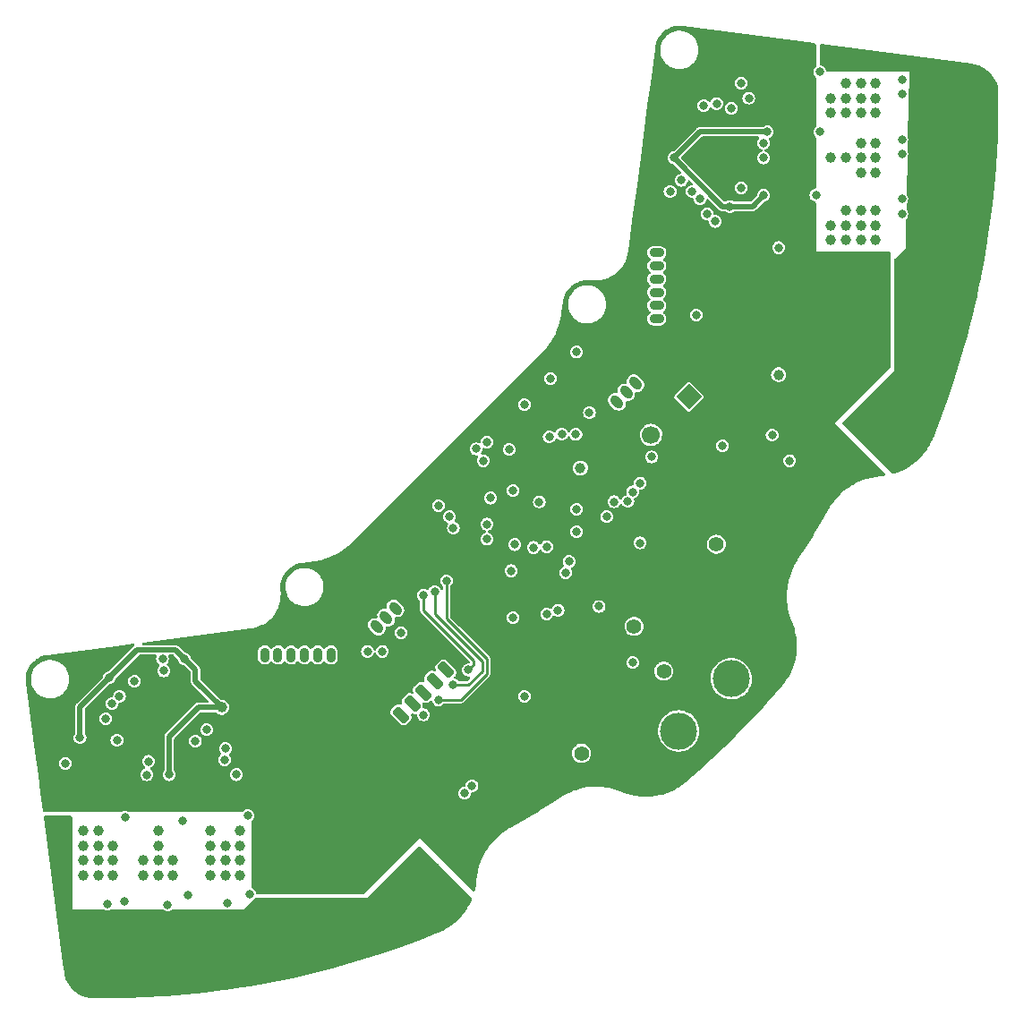
<source format=gbr>
%TF.GenerationSoftware,KiCad,Pcbnew,(6.0.8)*%
%TF.CreationDate,2022-10-14T23:08:25+09:00*%
%TF.ProjectId,ORION_VV_driver_v2,4f52494f-4e5f-4565-965f-647269766572,rev?*%
%TF.SameCoordinates,Original*%
%TF.FileFunction,Copper,L2,Inr*%
%TF.FilePolarity,Positive*%
%FSLAX46Y46*%
G04 Gerber Fmt 4.6, Leading zero omitted, Abs format (unit mm)*
G04 Created by KiCad (PCBNEW (6.0.8)) date 2022-10-14 23:08:25*
%MOMM*%
%LPD*%
G01*
G04 APERTURE LIST*
G04 Aperture macros list*
%AMRoundRect*
0 Rectangle with rounded corners*
0 $1 Rounding radius*
0 $2 $3 $4 $5 $6 $7 $8 $9 X,Y pos of 4 corners*
0 Add a 4 corners polygon primitive as box body*
4,1,4,$2,$3,$4,$5,$6,$7,$8,$9,$2,$3,0*
0 Add four circle primitives for the rounded corners*
1,1,$1+$1,$2,$3*
1,1,$1+$1,$4,$5*
1,1,$1+$1,$6,$7*
1,1,$1+$1,$8,$9*
0 Add four rect primitives between the rounded corners*
20,1,$1+$1,$2,$3,$4,$5,0*
20,1,$1+$1,$4,$5,$6,$7,0*
20,1,$1+$1,$6,$7,$8,$9,0*
20,1,$1+$1,$8,$9,$2,$3,0*%
%AMHorizOval*
0 Thick line with rounded ends*
0 $1 width*
0 $2 $3 position (X,Y) of the first rounded end (center of the circle)*
0 $4 $5 position (X,Y) of the second rounded end (center of the circle)*
0 Add line between two ends*
20,1,$1,$2,$3,$4,$5,0*
0 Add two circle primitives to create the rounded ends*
1,1,$1,$2,$3*
1,1,$1,$4,$5*%
%AMRotRect*
0 Rectangle, with rotation*
0 The origin of the aperture is its center*
0 $1 length*
0 $2 width*
0 $3 Rotation angle, in degrees counterclockwise*
0 Add horizontal line*
21,1,$1,$2,0,0,$3*%
G04 Aperture macros list end*
%TA.AperFunction,ComponentPad*%
%ADD10RoundRect,0.225000X0.176777X-0.494975X0.494975X-0.176777X-0.176777X0.494975X-0.494975X0.176777X0*%
%TD*%
%TA.AperFunction,ComponentPad*%
%ADD11HorizOval,0.900000X-0.176777X0.176777X0.176777X-0.176777X0*%
%TD*%
%TA.AperFunction,ComponentPad*%
%ADD12RotRect,1.700000X1.700000X315.000000*%
%TD*%
%TA.AperFunction,ComponentPad*%
%ADD13HorizOval,1.700000X0.000000X0.000000X0.000000X0.000000X0*%
%TD*%
%TA.AperFunction,ComponentPad*%
%ADD14C,3.500000*%
%TD*%
%TA.AperFunction,ComponentPad*%
%ADD15RotRect,3.500000X3.500000X45.000000*%
%TD*%
%TA.AperFunction,ComponentPad*%
%ADD16C,1.400000*%
%TD*%
%TA.AperFunction,ComponentPad*%
%ADD17RoundRect,0.225000X0.475000X-0.225000X0.475000X0.225000X-0.475000X0.225000X-0.475000X-0.225000X0*%
%TD*%
%TA.AperFunction,ComponentPad*%
%ADD18O,1.400000X0.900000*%
%TD*%
%TA.AperFunction,ComponentPad*%
%ADD19RoundRect,0.225000X-0.176777X0.494975X-0.494975X0.176777X0.176777X-0.494975X0.494975X-0.176777X0*%
%TD*%
%TA.AperFunction,ComponentPad*%
%ADD20RoundRect,0.225000X-0.225000X-0.475000X0.225000X-0.475000X0.225000X0.475000X-0.225000X0.475000X0*%
%TD*%
%TA.AperFunction,ComponentPad*%
%ADD21O,0.900000X1.400000*%
%TD*%
%TA.AperFunction,ComponentPad*%
%ADD22RoundRect,0.225000X-0.247487X0.565685X-0.565685X0.247487X0.247487X-0.565685X0.565685X-0.247487X0*%
%TD*%
%TA.AperFunction,ComponentPad*%
%ADD23RoundRect,0.625000X-0.625000X-0.625000X0.625000X-0.625000X0.625000X0.625000X-0.625000X0.625000X0*%
%TD*%
%TA.AperFunction,ComponentPad*%
%ADD24RoundRect,0.625000X-0.625000X0.625000X-0.625000X-0.625000X0.625000X-0.625000X0.625000X0.625000X0*%
%TD*%
%TA.AperFunction,ViaPad*%
%ADD25C,0.800000*%
%TD*%
%TA.AperFunction,ViaPad*%
%ADD26C,1.000000*%
%TD*%
%TA.AperFunction,Conductor*%
%ADD27C,0.500000*%
%TD*%
%TA.AperFunction,Conductor*%
%ADD28C,0.250000*%
%TD*%
G04 APERTURE END LIST*
D10*
%TO.N,GND*%
%TO.C,J2*%
X103710919Y-124686865D03*
D11*
%TO.N,+5V*%
X104594802Y-123802982D03*
%TO.N,/CAN_L*%
X105478686Y-122919098D03*
%TO.N,/CAN_H*%
X106362569Y-122035215D03*
%TD*%
D12*
%TO.N,Net-(D12-Pad1)*%
%TO.C,J14*%
X111418382Y-123343363D03*
D13*
%TO.N,GND*%
X109622331Y-125139414D03*
%TO.N,+3V3*%
X107826280Y-126935465D03*
%TD*%
D14*
%TO.N,+BATT*%
%TO.C,J11*%
X115413536Y-150001288D03*
D15*
%TO.N,GND*%
X118949070Y-146465754D03*
D16*
%TO.N,*%
X113999323Y-137273366D03*
X106221148Y-145051540D03*
%TD*%
D17*
%TO.N,GND*%
%TO.C,J6*%
X108365171Y-117211545D03*
D18*
%TO.N,+3V3*%
X108365171Y-115961545D03*
%TO.N,/NSS_ENC1*%
X108365171Y-114711545D03*
%TO.N,/SPI_CLK*%
X108365171Y-113461545D03*
%TO.N,/SPI_MISO*%
X108365171Y-112211545D03*
%TO.N,/SPI_MOSI*%
X108365171Y-110961545D03*
%TO.N,/TEMP_1*%
X108365171Y-109711545D03*
%TD*%
D19*
%TO.N,GND*%
%TO.C,J3*%
X84530647Y-142452923D03*
D11*
%TO.N,+5V*%
X83646764Y-143336806D03*
%TO.N,/CAN_L*%
X82762880Y-144220690D03*
%TO.N,/CAN_H*%
X81878997Y-145104573D03*
%TD*%
D16*
%TO.N,*%
%TO.C,J15*%
X101253723Y-157054678D03*
X109031897Y-149276504D03*
D15*
%TO.N,GND*%
X106910577Y-158468892D03*
D14*
%TO.N,+BATT*%
X110446111Y-154933358D03*
%TD*%
D20*
%TO.N,GND*%
%TO.C,J5*%
X70034958Y-147756224D03*
D21*
%TO.N,+3V3*%
X71284958Y-147756224D03*
%TO.N,/NSS_ENC0*%
X72534958Y-147756224D03*
%TO.N,/SPI_CLK*%
X73784958Y-147756224D03*
%TO.N,/SPI_MISO*%
X75034958Y-147756224D03*
%TO.N,/SPI_MOSI*%
X76284958Y-147756224D03*
%TO.N,/TEMP_0*%
X77534958Y-147756224D03*
%TD*%
D22*
%TO.N,GND*%
%TO.C,J4*%
X89480395Y-148109778D03*
%TO.N,Net-(D5-Pad2)*%
X88419735Y-149170438D03*
%TO.N,/SWDIO*%
X87359075Y-150231098D03*
%TO.N,/SWCLK*%
X86298414Y-151291759D03*
%TO.N,/UART1_TX*%
X85237754Y-152352419D03*
%TO.N,/UART1_RX*%
X84177094Y-153413079D03*
%TD*%
D23*
%TO.N,GND*%
%TO.C,GD2*%
X114582685Y-100380070D03*
%TD*%
D24*
%TO.N,GND*%
%TO.C,GD1*%
X61139017Y-153823739D03*
%TD*%
D25*
%TO.N,+15V*%
X62256783Y-159069933D03*
%TO.N,GND*%
X107865171Y-141745817D03*
X92662375Y-156948612D03*
X94430142Y-155180845D03*
X96197909Y-153413078D03*
X100794103Y-148816884D03*
X102208317Y-147402671D03*
X99379889Y-150231098D03*
X97965676Y-151645312D03*
D26*
X73570492Y-152705972D03*
X71449172Y-150584651D03*
X50235968Y-154827292D03*
X54478609Y-149170438D03*
X59428356Y-148463331D03*
X66499424Y-147049117D03*
X107511617Y-106036924D03*
X107511617Y-101794283D03*
X108218724Y-98258750D03*
X108925831Y-94723216D03*
X114582685Y-90480575D03*
X117411112Y-90480575D03*
D25*
%TO.N,/NRST*%
X100794103Y-119101006D03*
X112107812Y-115582866D03*
%TO.N,+15V*%
X56599929Y-149877545D03*
X63670997Y-148092384D03*
D26*
X119885986Y-121239720D03*
D25*
X118471773Y-104269157D03*
X118825326Y-98258750D03*
X115289792Y-105329817D03*
X53815554Y-155578451D03*
D26*
X67206531Y-152705972D03*
D25*
X109986491Y-100733623D03*
D26*
%TO.N,+5V*%
X101150963Y-130078555D03*
%TO.N,/M1_W*%
X55539269Y-164373234D03*
X54125055Y-165787447D03*
X55539269Y-167201661D03*
X56953483Y-167201661D03*
X56953483Y-168615874D03*
X55539269Y-168615874D03*
X54125055Y-168615874D03*
D25*
X52427999Y-158009273D03*
D26*
X55539269Y-165787447D03*
X56953483Y-165787447D03*
X54125055Y-164373234D03*
D25*
X56387797Y-171302880D03*
D26*
X54125055Y-167201661D03*
%TO.N,/M1_V*%
X61196123Y-165787447D03*
X62610337Y-167201661D03*
X61196123Y-168615874D03*
X59781910Y-167201661D03*
X59781910Y-168615874D03*
D25*
X60126967Y-159078429D03*
D26*
X62610337Y-168615874D03*
X61196123Y-167201661D03*
D25*
X62115362Y-171373591D03*
D26*
X61196123Y-164373234D03*
%TO.N,/M1_U*%
X68974298Y-165787447D03*
X67560084Y-165787447D03*
D25*
X67772216Y-171232169D03*
D26*
X66145871Y-168615874D03*
X66145871Y-167201661D03*
X66145871Y-165787447D03*
X66145871Y-164373234D03*
X68974298Y-164373234D03*
X68974298Y-168615874D03*
X68974298Y-167201661D03*
X67560084Y-167201661D03*
D25*
X67486942Y-157655720D03*
D26*
X67560084Y-168615874D03*
%TO.N,/M0_W*%
X129078374Y-107097584D03*
X124835734Y-107097584D03*
D25*
X131553248Y-106036924D03*
D26*
X127664161Y-105683371D03*
X129078374Y-108511798D03*
D25*
X119885986Y-109218905D03*
D26*
X124835734Y-108511798D03*
X127664161Y-108511798D03*
X126249947Y-105683371D03*
X129078374Y-105683371D03*
X127664161Y-107097584D03*
X126249947Y-107097584D03*
X126249947Y-108511798D03*
%TO.N,/M0_V*%
X129078374Y-99319410D03*
X127664161Y-102147837D03*
X129078374Y-100733623D03*
D25*
X118471773Y-99319410D03*
D26*
X129078374Y-102147837D03*
D25*
X131553248Y-100380070D03*
D26*
X127664161Y-100733623D03*
X126249947Y-100733623D03*
X124835734Y-100733623D03*
X127664161Y-99319410D03*
D25*
%TO.N,/M1_UL*%
X58960590Y-150231098D03*
X99026336Y-143513584D03*
%TO.N,/M1_VL*%
X99733443Y-139978050D03*
X61620387Y-148109778D03*
%TO.N,/M1_WL*%
X61742745Y-149256733D03*
X97965676Y-143867137D03*
%TO.N,Net-(GD1-Pad9)*%
X69681405Y-162959020D03*
X68620744Y-159069933D03*
%TO.N,Net-(GD1-Pad10)*%
X63529576Y-163453995D03*
X67560084Y-156595059D03*
%TO.N,Net-(GD1-Pad11)*%
X65792070Y-154827540D03*
X58084853Y-163100441D03*
%TO.N,Net-(GD1-Pad13)*%
X69893537Y-170383641D03*
X64731657Y-155887952D03*
%TO.N,Net-(GD1-Pad16)*%
X64024550Y-170454352D03*
X60294209Y-157814465D03*
%TO.N,Net-(GD1-Pad19)*%
X58014143Y-171090748D03*
X57307036Y-155817242D03*
%TO.N,/M1_UH*%
X56246376Y-153766632D03*
X103622530Y-134674749D03*
%TO.N,/M1_VH*%
X100794103Y-133967642D03*
X56839269Y-152352418D03*
%TO.N,/M1_WH*%
X57546376Y-151645312D03*
X100794103Y-136088962D03*
%TO.N,/M0_UL*%
X111725043Y-103902844D03*
X98196179Y-127127077D03*
%TO.N,/M0_VL*%
X110693598Y-102854944D03*
X99379889Y-126879181D03*
%TO.N,/M0_WL*%
X100723943Y-126891123D03*
X109632938Y-103915604D03*
%TO.N,Net-(GD2-Pad9)*%
X123775073Y-92601895D03*
X112814918Y-95783876D03*
%TO.N,Net-(GD2-Pad10)*%
X123778487Y-98272740D03*
X114034324Y-95589068D03*
%TO.N,Net-(GD2-Pad11)*%
X123421520Y-104269157D03*
X115425356Y-96042115D03*
%TO.N,Net-(GD2-Pad13)*%
X131553248Y-93309002D03*
X117074952Y-95076769D03*
%TO.N,Net-(GD2-Pad16)*%
X118471773Y-100733623D03*
X131553248Y-98965856D03*
%TO.N,Net-(GD2-Pad19)*%
X116350452Y-103562050D03*
X131553248Y-104622711D03*
%TO.N,/M0_UH*%
X113875578Y-106744031D03*
X105630490Y-133237803D03*
%TO.N,/M0_VH*%
X106080010Y-132323972D03*
X113140189Y-106036924D03*
%TO.N,/M0_WH*%
X112449111Y-104609907D03*
X106804511Y-131492768D03*
%TO.N,+BATT*%
X106097404Y-148463331D03*
X90894608Y-160130593D03*
X119284456Y-126967067D03*
D26*
%TO.N,/M0_U*%
X124835734Y-95076769D03*
X126249947Y-93662555D03*
X127664161Y-96490983D03*
D25*
X116350452Y-93662555D03*
D26*
X129078374Y-93662555D03*
X129078374Y-96490983D03*
X129078374Y-95076769D03*
D25*
X131553248Y-94723216D03*
D26*
X127664161Y-95076769D03*
X127664161Y-93662555D03*
X124835734Y-96490983D03*
X126249947Y-96490983D03*
X126249947Y-95076769D03*
D25*
%TO.N,/SW0*%
X92308822Y-136796069D03*
%TO.N,/SW1*%
X92308822Y-135381856D03*
%TO.N,/M1_CS*%
X81012507Y-147402671D03*
X94404046Y-128310788D03*
%TO.N,/M0_CS*%
X92662375Y-132906982D03*
X107865171Y-129017895D03*
%TO.N,/SW2*%
X89126841Y-135735409D03*
%TO.N,/SW3*%
X88773288Y-134674749D03*
%TO.N,/UART1_TX*%
X94783695Y-132199875D03*
X84177094Y-145634904D03*
%TO.N,/UART1_RX*%
X97258569Y-133260535D03*
X82409327Y-147402671D03*
%TO.N,/NSS_ENC0*%
X94783695Y-144220690D03*
%TO.N,/NRST*%
X95844356Y-124068147D03*
X98319229Y-121593273D03*
X87712628Y-133614089D03*
%TO.N,+3V3*%
X91265486Y-128257401D03*
X106804511Y-137149623D03*
X86298414Y-153413078D03*
X101996185Y-124845965D03*
X100069603Y-138917389D03*
%TO.N,GND*%
X67913638Y-161898360D03*
X95844356Y-136406453D03*
X107511617Y-137856729D03*
D26*
X71802725Y-167201661D03*
D25*
X109632938Y-139978050D03*
X122360860Y-94723216D03*
D26*
X125896394Y-110986672D03*
D25*
X78520239Y-164726787D03*
X85237754Y-141745817D03*
X69681405Y-157302166D03*
X120593093Y-126189467D03*
D26*
X76045366Y-167201661D03*
D25*
X106097404Y-138563836D03*
D26*
X127310607Y-112400885D03*
X123067967Y-110986672D03*
D25*
X60842570Y-161898360D03*
X123421520Y-121946827D03*
X91601715Y-141038710D03*
D26*
X71802725Y-165787447D03*
D25*
X72156278Y-159069933D03*
X105390297Y-130785661D03*
X53771502Y-161898360D03*
D26*
X50943075Y-160484146D03*
D25*
X79580900Y-165787447D03*
D26*
X127310607Y-115229312D03*
D25*
X122007306Y-100009123D03*
X55185716Y-161898360D03*
X121848561Y-106231732D03*
X66499424Y-161898360D03*
D26*
X71802725Y-161544806D03*
D25*
X87217653Y-137503176D03*
D26*
X71802725Y-162959020D03*
D25*
X77459579Y-163666127D03*
D26*
X73216939Y-167201661D03*
X121300200Y-90834128D03*
D25*
X117411112Y-132199875D03*
D26*
X121653753Y-110986672D03*
X127310607Y-113815099D03*
D25*
X117057559Y-109926011D03*
X96868953Y-135381856D03*
X56599929Y-161898360D03*
X122007306Y-108529191D03*
D26*
X80288006Y-167201661D03*
D25*
X122007306Y-97905196D03*
X122007306Y-123361040D03*
X122007306Y-102854944D03*
D26*
X127310607Y-110986672D03*
D25*
X92109542Y-134350711D03*
X120946646Y-124421700D03*
X124835734Y-120532613D03*
X105743851Y-141038710D03*
X101147656Y-131492768D03*
X90894608Y-158716379D03*
D26*
X71802725Y-164373234D03*
D25*
X70742065Y-159069933D03*
X62177376Y-161818952D03*
D26*
X83823540Y-163666127D03*
X124482180Y-110986672D03*
D25*
X94624950Y-135187048D03*
D26*
X77459579Y-167201661D03*
D25*
X114229132Y-135381856D03*
D26*
X78873793Y-167201661D03*
X127310607Y-116643526D03*
D25*
X95649548Y-134162450D03*
D26*
X127310607Y-119471953D03*
D25*
X88419734Y-160484146D03*
X100299128Y-125128807D03*
D26*
X127310607Y-118057739D03*
X74631152Y-167201661D03*
D25*
X106097404Y-143513584D03*
X111400705Y-138210283D03*
%TO.N,/LED_0*%
X87712628Y-151998865D03*
X88472753Y-140738175D03*
%TO.N,/LED_1*%
X87359074Y-141745817D03*
X89126841Y-150584651D03*
%TO.N,/LED_2*%
X90541055Y-149170438D03*
X86298414Y-142099370D03*
%TO.N,/TEMP_0*%
X91955268Y-129371448D03*
%TO.N,/BATT_V_SENS*%
X104329637Y-133260535D03*
X102915423Y-143160030D03*
%TO.N,/SPI_CLK*%
X97965676Y-137503176D03*
%TO.N,/SPI_MISO*%
X96715281Y-137584739D03*
%TO.N,/SPI_MOSI*%
X94942441Y-137308368D03*
%TO.N,/NSS_ENC1*%
X94588887Y-139783242D03*
%TO.N,/TEMP_1*%
X92308822Y-127603681D03*
%TO.N,/3V3_HARF_REF*%
X114582685Y-127957234D03*
X95844356Y-151645312D03*
D26*
%TO.N,/M1_CSL*%
X55185716Y-177454709D03*
X83116434Y-172151408D03*
X73570492Y-173212068D03*
X72156278Y-173212068D03*
X56599929Y-177454709D03*
X65085211Y-177454709D03*
X60842570Y-177454709D03*
X66499424Y-177454709D03*
D25*
X90187501Y-160837700D03*
D26*
X86298414Y-168969428D03*
X52357289Y-173212068D03*
X74984706Y-173212068D03*
X69327851Y-177454709D03*
X85237754Y-170030088D03*
X70742065Y-177454709D03*
X70742065Y-176040495D03*
X59428356Y-177454709D03*
X70742065Y-173212068D03*
X67913638Y-177454709D03*
X82055773Y-173212068D03*
X62256783Y-177454709D03*
X58014143Y-177454709D03*
X63670997Y-177454709D03*
X77813133Y-173212068D03*
X80641560Y-173212068D03*
X70742065Y-174626282D03*
X76398919Y-173212068D03*
X87359074Y-167908767D03*
X84177094Y-171090748D03*
X51296628Y-165080340D03*
X52357289Y-171797855D03*
X79227346Y-173212068D03*
X53771502Y-177454709D03*
%TO.N,/M0_CSL*%
X133674568Y-114522206D03*
X132684619Y-91894789D03*
X137917209Y-107451138D03*
X137917209Y-94723216D03*
X131199695Y-124068147D03*
X133674568Y-113107992D03*
X129078374Y-126189467D03*
X133674568Y-118764846D03*
X137917209Y-97551643D03*
X137917209Y-110279565D03*
X133674568Y-110279565D03*
X137917209Y-100380070D03*
X137917209Y-101794283D03*
D25*
X120946646Y-129371448D03*
D26*
X135088782Y-110279565D03*
X132260355Y-123007487D03*
X137917209Y-104622711D03*
X137917209Y-108865351D03*
X133674568Y-111693778D03*
X133957411Y-92036210D03*
X130139034Y-125128807D03*
X137917209Y-98965856D03*
X133674568Y-117350633D03*
X128017714Y-127250128D03*
X133674568Y-115936419D03*
X136502995Y-110279565D03*
X137917209Y-96137429D03*
X137917209Y-103208497D03*
X133674568Y-120179060D03*
X133321015Y-121946827D03*
X137917209Y-93309002D03*
X125542840Y-90834128D03*
X137917209Y-106036924D03*
%TD*%
D27*
%TO.N,+15V*%
X65027064Y-152705972D02*
X67206531Y-152705972D01*
X62256783Y-155476252D02*
X65027064Y-152705972D01*
X62256783Y-159069933D02*
X62256783Y-155476252D01*
X59217208Y-147260266D02*
X62838879Y-147260266D01*
X56599929Y-149877545D02*
X59217208Y-147260266D01*
X67206531Y-152705972D02*
X64731657Y-150231098D01*
X64731657Y-149153044D02*
X63670997Y-148092384D01*
X64731657Y-150231098D02*
X64731657Y-149153044D01*
X62838879Y-147260266D02*
X63670997Y-148092384D01*
X109986491Y-100733623D02*
X114582685Y-105329817D01*
X115289792Y-105329817D02*
X117411112Y-105329817D01*
X114582685Y-105329817D02*
X115289792Y-105329817D01*
X117411112Y-105329817D02*
X118471773Y-104269157D01*
D28*
%TO.N,/LED_0*%
X92308822Y-149523991D02*
X89833948Y-151998865D01*
X89833948Y-151998865D02*
X87712628Y-151998865D01*
X92308822Y-148144576D02*
X92308822Y-149523991D01*
X88472753Y-144308507D02*
X92308822Y-148144576D01*
X88472753Y-140738175D02*
X88472753Y-144308507D01*
D27*
%TO.N,+15V*%
X53815554Y-155578451D02*
X53815554Y-152661920D01*
X53815554Y-152661920D02*
X56599929Y-149877545D01*
X118825326Y-98258750D02*
X112461365Y-98258750D01*
X112461365Y-98258750D02*
X109986491Y-100733623D01*
D28*
%TO.N,/LED_1*%
X90541055Y-150584651D02*
X89126841Y-150584651D01*
X91859301Y-149266405D02*
X90541055Y-150584651D01*
X87359074Y-143867137D02*
X91859301Y-148367364D01*
X87359074Y-141745817D02*
X87359074Y-143867137D01*
X91859301Y-148367364D02*
X91859301Y-149266405D01*
%TO.N,/LED_2*%
X91032104Y-148679389D02*
X91032104Y-148247273D01*
X90541055Y-149170438D02*
X91032104Y-148679389D01*
X86298414Y-143513584D02*
X86298414Y-142099370D01*
X91032104Y-148247273D02*
X86298414Y-143513584D01*
%TD*%
%TA.AperFunction,Conductor*%
%TO.N,/M0_CSL*%
G36*
X138217531Y-91845686D02*
G01*
X138234457Y-91849898D01*
X138239967Y-91850633D01*
X138253265Y-91855591D01*
X138267395Y-91854292D01*
X138281461Y-91856168D01*
X138281384Y-91856742D01*
X138289340Y-91857116D01*
X138549989Y-91906129D01*
X138563439Y-91909432D01*
X138773753Y-91973542D01*
X138844601Y-91995138D01*
X138857612Y-91999900D01*
X139127674Y-92115961D01*
X139140082Y-92122123D01*
X139395756Y-92267124D01*
X139407414Y-92274611D01*
X139645631Y-92446813D01*
X139656395Y-92455534D01*
X139874261Y-92652843D01*
X139884004Y-92662695D01*
X140078894Y-92882737D01*
X140087496Y-92893597D01*
X140257049Y-93133703D01*
X140264406Y-93145442D01*
X140406574Y-93402713D01*
X140412598Y-93415190D01*
X140525658Y-93686508D01*
X140530276Y-93699570D01*
X140612865Y-93981665D01*
X140616021Y-93995155D01*
X140667140Y-94284612D01*
X140668796Y-94298367D01*
X140685923Y-94562344D01*
X140685808Y-94563864D01*
X140686971Y-94580611D01*
X140683084Y-94598304D01*
X140683085Y-94598306D01*
X140683084Y-94598309D01*
X140687129Y-94615403D01*
X140686806Y-94622627D01*
X140688223Y-94634798D01*
X140687244Y-96357096D01*
X140687215Y-96359683D01*
X140657607Y-97748204D01*
X140649755Y-98116448D01*
X140649673Y-98119040D01*
X140613679Y-98974044D01*
X140575765Y-99874650D01*
X140575628Y-99877261D01*
X140563198Y-100074847D01*
X140469505Y-101564212D01*
X140465307Y-101630938D01*
X140465116Y-101633546D01*
X140318428Y-103384563D01*
X140318183Y-103387166D01*
X140135190Y-105134766D01*
X140134891Y-105137363D01*
X139915668Y-106880838D01*
X139915314Y-106883429D01*
X139673972Y-108526576D01*
X139659978Y-108621849D01*
X139659577Y-108624400D01*
X139566874Y-109175726D01*
X139368192Y-110357328D01*
X139367731Y-110359902D01*
X139040479Y-112086247D01*
X139039966Y-112088811D01*
X138825892Y-113102664D01*
X138677023Y-113807710D01*
X138676939Y-113808106D01*
X138676376Y-113810642D01*
X138455912Y-114757143D01*
X138277759Y-115521991D01*
X138277145Y-115524505D01*
X137874355Y-117104609D01*
X137843102Y-117227213D01*
X137842436Y-117229718D01*
X137743817Y-117585570D01*
X137373151Y-118923061D01*
X137372427Y-118925573D01*
X136868111Y-120608791D01*
X136867335Y-120611288D01*
X136328177Y-122283749D01*
X136327348Y-122286229D01*
X135753646Y-123947012D01*
X135752767Y-123949475D01*
X135144692Y-125598085D01*
X135143762Y-125600528D01*
X134514574Y-127203141D01*
X134507632Y-127216084D01*
X134504629Y-127223468D01*
X134496495Y-127235094D01*
X134494207Y-127249099D01*
X134488863Y-127262241D01*
X134488767Y-127262202D01*
X134486445Y-127269900D01*
X134432040Y-127390368D01*
X134313686Y-127652439D01*
X134309210Y-127661385D01*
X134091828Y-128055912D01*
X134086678Y-128064440D01*
X133838665Y-128440502D01*
X133832841Y-128448611D01*
X133555809Y-128803771D01*
X133549350Y-128811407D01*
X133245002Y-129143483D01*
X133237970Y-129150570D01*
X133073096Y-129304020D01*
X132908228Y-129457464D01*
X132900640Y-129463983D01*
X132731101Y-129598331D01*
X132547608Y-129743737D01*
X132539543Y-129749622D01*
X132165413Y-130000499D01*
X132156909Y-130005724D01*
X131898760Y-130150555D01*
X131764070Y-130226121D01*
X131755158Y-130230666D01*
X131346069Y-130419206D01*
X131336824Y-130423029D01*
X130914076Y-130578516D01*
X130904566Y-130581591D01*
X130770456Y-130619144D01*
X130699465Y-130618251D01*
X130647386Y-130586906D01*
X125985489Y-125925009D01*
X125951463Y-125862697D01*
X125956528Y-125791882D01*
X125985489Y-125746819D01*
X130846141Y-120886167D01*
X130846141Y-110331755D01*
X130866143Y-110263634D01*
X130883046Y-110242660D01*
X131906801Y-109218905D01*
X131919450Y-108624432D01*
X131964052Y-106528113D01*
X131985498Y-106460433D01*
X131990061Y-106454089D01*
X132072754Y-106346321D01*
X132072756Y-106346318D01*
X132077784Y-106339765D01*
X132138292Y-106193686D01*
X132158930Y-106036924D01*
X132138292Y-105880162D01*
X132077784Y-105734083D01*
X132010509Y-105646408D01*
X131984909Y-105580187D01*
X131984501Y-105567024D01*
X131995000Y-105073568D01*
X132016446Y-105005888D01*
X132021008Y-104999544D01*
X132033480Y-104983290D01*
X132077784Y-104925552D01*
X132138292Y-104779473D01*
X132158930Y-104622711D01*
X132138292Y-104465949D01*
X132077784Y-104319870D01*
X132039787Y-104270351D01*
X132014187Y-104204130D01*
X132013779Y-104190967D01*
X132088490Y-100679517D01*
X132098051Y-100633982D01*
X132138292Y-100536832D01*
X132158930Y-100380070D01*
X132138292Y-100223308D01*
X132110281Y-100155683D01*
X132100719Y-100104785D01*
X132120209Y-99188727D01*
X132129772Y-99143186D01*
X132135133Y-99130244D01*
X132138292Y-99122618D01*
X132158930Y-98965856D01*
X132138292Y-98809094D01*
X132135133Y-98801469D01*
X132133587Y-98795697D01*
X132129323Y-98760408D01*
X132259970Y-92620008D01*
X132259970Y-92620007D01*
X132260355Y-92601895D01*
X124491254Y-92601895D01*
X124423133Y-92581893D01*
X124376640Y-92528237D01*
X124366332Y-92492341D01*
X124361195Y-92453321D01*
X124360117Y-92445133D01*
X124299609Y-92299054D01*
X124203355Y-92173613D01*
X124077914Y-92077359D01*
X123931835Y-92016851D01*
X123884627Y-92010636D01*
X123819700Y-91981914D01*
X123780608Y-91922649D01*
X123775073Y-91885714D01*
X123775073Y-90087975D01*
X123795075Y-90019854D01*
X123848731Y-89973361D01*
X123917517Y-89963053D01*
X138217531Y-91845686D01*
G37*
%TD.AperFunction*%
%TD*%
%TA.AperFunction,Conductor*%
%TO.N,/M1_CSL*%
G36*
X53006516Y-162979022D02*
G01*
X53053009Y-163032678D01*
X53064395Y-163085020D01*
X53064395Y-171797855D01*
X56003660Y-171797855D01*
X56071781Y-171817857D01*
X56077401Y-171821809D01*
X56078402Y-171822387D01*
X56084956Y-171827416D01*
X56231035Y-171887924D01*
X56387797Y-171908562D01*
X56395985Y-171907484D01*
X56536371Y-171889002D01*
X56544559Y-171887924D01*
X56690638Y-171827416D01*
X56697193Y-171822386D01*
X56704340Y-171818260D01*
X56705336Y-171819985D01*
X56761456Y-171798291D01*
X56771934Y-171797855D01*
X61639072Y-171797855D01*
X61707193Y-171817857D01*
X61715774Y-171823890D01*
X61812521Y-171898127D01*
X61958600Y-171958635D01*
X62115362Y-171979273D01*
X62123550Y-171978195D01*
X62263936Y-171959713D01*
X62272124Y-171958635D01*
X62418203Y-171898127D01*
X62514948Y-171823892D01*
X62581168Y-171798292D01*
X62591652Y-171797855D01*
X67543657Y-171797855D01*
X67591876Y-171807447D01*
X67607821Y-171814052D01*
X67607826Y-171814053D01*
X67615454Y-171817213D01*
X67623642Y-171818291D01*
X67650364Y-171821809D01*
X67772216Y-171837851D01*
X67780404Y-171836773D01*
X67920790Y-171818291D01*
X67928978Y-171817213D01*
X67936606Y-171814053D01*
X67936611Y-171814052D01*
X67952556Y-171807447D01*
X68000775Y-171797855D01*
X69327851Y-171797855D01*
X70281437Y-170844269D01*
X70293829Y-170833401D01*
X70315270Y-170816949D01*
X70315273Y-170816946D01*
X70321819Y-170811923D01*
X70326843Y-170805376D01*
X70341335Y-170786490D01*
X70398673Y-170744623D01*
X70441297Y-170737195D01*
X80995113Y-170737195D01*
X85855766Y-165876542D01*
X85918078Y-165842516D01*
X85988893Y-165847581D01*
X86033956Y-165876542D01*
X90867858Y-170710444D01*
X90901884Y-170772756D01*
X90897018Y-170843032D01*
X90885511Y-170874319D01*
X90881691Y-170883556D01*
X90837754Y-170978888D01*
X90693151Y-171292638D01*
X90688611Y-171301541D01*
X90478282Y-171676432D01*
X90468211Y-171694382D01*
X90462980Y-171702895D01*
X90277651Y-171979273D01*
X90212108Y-172077016D01*
X90206217Y-172085089D01*
X90061006Y-172268335D01*
X89926463Y-172438119D01*
X89919944Y-172445707D01*
X89866393Y-172503245D01*
X89613051Y-172775448D01*
X89605964Y-172782480D01*
X89273888Y-173086828D01*
X89266259Y-173093281D01*
X88911093Y-173370319D01*
X88902968Y-173376154D01*
X88526939Y-173624147D01*
X88518376Y-173629318D01*
X88123872Y-173846692D01*
X88114926Y-173851168D01*
X87732859Y-174023717D01*
X87725342Y-174025972D01*
X87725429Y-174026188D01*
X87712266Y-174031487D01*
X87698258Y-174033726D01*
X87686607Y-174041818D01*
X87680021Y-174044469D01*
X87666177Y-174051863D01*
X86063029Y-174681262D01*
X86060586Y-174682192D01*
X84411976Y-175290268D01*
X84409513Y-175291147D01*
X82748729Y-175864849D01*
X82746249Y-175865678D01*
X81073788Y-176404836D01*
X81071291Y-176405612D01*
X79388073Y-176909928D01*
X79385561Y-176910652D01*
X77692217Y-177379937D01*
X77689822Y-177380575D01*
X75986968Y-177814655D01*
X75984503Y-177815256D01*
X74273148Y-178213875D01*
X74270595Y-178214442D01*
X72551311Y-178577467D01*
X72548747Y-178577980D01*
X70822402Y-178905232D01*
X70819828Y-178905693D01*
X69827371Y-179072571D01*
X69086900Y-179197078D01*
X69084384Y-179197474D01*
X67610180Y-179414002D01*
X67345929Y-179452815D01*
X67343338Y-179453169D01*
X65599864Y-179672392D01*
X65597267Y-179672691D01*
X63849666Y-179855683D01*
X63847063Y-179855928D01*
X62795825Y-179943994D01*
X62096032Y-180002618D01*
X62093453Y-180002807D01*
X61235253Y-180056795D01*
X60339761Y-180113128D01*
X60337150Y-180113265D01*
X59653422Y-180142049D01*
X58581541Y-180187173D01*
X58578972Y-180187254D01*
X56822183Y-180224715D01*
X56819621Y-180224744D01*
X56213312Y-180225088D01*
X55097883Y-180225722D01*
X55086580Y-180224386D01*
X55078726Y-180224724D01*
X55061536Y-180220592D01*
X55061533Y-180220593D01*
X55061527Y-180220591D01*
X55044971Y-180224167D01*
X55028065Y-180223244D01*
X55025536Y-180223432D01*
X54760895Y-180206246D01*
X54747143Y-180204590D01*
X54457690Y-180153456D01*
X54444206Y-180150301D01*
X54289025Y-180104862D01*
X54162107Y-180067698D01*
X54149046Y-180063079D01*
X53877748Y-179950017D01*
X53865273Y-179943994D01*
X53705471Y-179855683D01*
X53607998Y-179801816D01*
X53596275Y-179794469D01*
X53356166Y-179624909D01*
X53345308Y-179616309D01*
X53125281Y-179421429D01*
X53115431Y-179411688D01*
X52918120Y-179193822D01*
X52909399Y-179183058D01*
X52737197Y-178944849D01*
X52729711Y-178933193D01*
X52584708Y-178677530D01*
X52578546Y-178665123D01*
X52462478Y-178395071D01*
X52457716Y-178382062D01*
X52406440Y-178213875D01*
X52371999Y-178100909D01*
X52368695Y-178087461D01*
X52323054Y-177844805D01*
X52319740Y-177827187D01*
X52319396Y-177819566D01*
X52318664Y-177819661D01*
X52316836Y-177805588D01*
X52318183Y-177791465D01*
X52313272Y-177778154D01*
X52312649Y-177773360D01*
X52308259Y-177755589D01*
X52197021Y-176910652D01*
X50379007Y-163101466D01*
X50389946Y-163031318D01*
X50437074Y-162978219D01*
X50503929Y-162959020D01*
X52938395Y-162959020D01*
X53006516Y-162979022D01*
G37*
%TD.AperFunction*%
%TD*%
%TA.AperFunction,Conductor*%
%TO.N,GND*%
G36*
X110532185Y-88217296D02*
G01*
X110765721Y-88233787D01*
X110773513Y-88234581D01*
X110787256Y-88236415D01*
X110800549Y-88241372D01*
X110814676Y-88240074D01*
X110819462Y-88240713D01*
X110837767Y-88241072D01*
X116108745Y-88935009D01*
X123311966Y-89883331D01*
X123376893Y-89912053D01*
X123415985Y-89971319D01*
X123421520Y-90008253D01*
X123421520Y-92054136D01*
X123401518Y-92122257D01*
X123372225Y-92154097D01*
X123346791Y-92173613D01*
X123250537Y-92299054D01*
X123190029Y-92445133D01*
X123169391Y-92601895D01*
X123190029Y-92758657D01*
X123250537Y-92904736D01*
X123346791Y-93030177D01*
X123372223Y-93049692D01*
X123414091Y-93107028D01*
X123421520Y-93149654D01*
X123421520Y-97727600D01*
X123401518Y-97795721D01*
X123372227Y-97827560D01*
X123350205Y-97844458D01*
X123345179Y-97851008D01*
X123345178Y-97851009D01*
X123340937Y-97856536D01*
X123253951Y-97969899D01*
X123193443Y-98115978D01*
X123172805Y-98272740D01*
X123193443Y-98429502D01*
X123253951Y-98575581D01*
X123350205Y-98701022D01*
X123372226Y-98717919D01*
X123414092Y-98775256D01*
X123421520Y-98817880D01*
X123421520Y-103552976D01*
X123401518Y-103621097D01*
X123347862Y-103667590D01*
X123311966Y-103677898D01*
X123264758Y-103684113D01*
X123118679Y-103744621D01*
X122993238Y-103840875D01*
X122896984Y-103966316D01*
X122836476Y-104112395D01*
X122815838Y-104269157D01*
X122836476Y-104425919D01*
X122896984Y-104571998D01*
X122993238Y-104697439D01*
X123118679Y-104793693D01*
X123264758Y-104854201D01*
X123272946Y-104855279D01*
X123311966Y-104860416D01*
X123376893Y-104889138D01*
X123415985Y-104948403D01*
X123421520Y-104985338D01*
X123421520Y-109572458D01*
X130366588Y-109572458D01*
X130434709Y-109592460D01*
X130481202Y-109646116D01*
X130492588Y-109698458D01*
X130492588Y-120480423D01*
X130472586Y-120548544D01*
X130455683Y-120569518D01*
X125189287Y-125835914D01*
X129948227Y-130594854D01*
X129982253Y-130657166D01*
X129977188Y-130727981D01*
X129934641Y-130784817D01*
X129873489Y-130809128D01*
X129593007Y-130841298D01*
X129571210Y-130840873D01*
X129571179Y-130841648D01*
X129564065Y-130841361D01*
X129557031Y-130840274D01*
X129556315Y-130840326D01*
X129554245Y-130840964D01*
X129552567Y-130840896D01*
X129552631Y-130841461D01*
X129091708Y-130893477D01*
X129091697Y-130893479D01*
X129089346Y-130893744D01*
X129087024Y-130894186D01*
X129087018Y-130894187D01*
X128630000Y-130981200D01*
X128629996Y-130981201D01*
X128627653Y-130981647D01*
X128173937Y-131104243D01*
X128147712Y-131113510D01*
X127733053Y-131260033D01*
X127733039Y-131260038D01*
X127730802Y-131260829D01*
X127300791Y-131450506D01*
X127298683Y-131451634D01*
X127298676Y-131451637D01*
X126928723Y-131649530D01*
X126886369Y-131672186D01*
X126884361Y-131673464D01*
X126884360Y-131673465D01*
X126521224Y-131904664D01*
X126489914Y-131924598D01*
X126488012Y-131926022D01*
X126488005Y-131926027D01*
X126350801Y-132028761D01*
X126113702Y-132206293D01*
X126111895Y-132207873D01*
X125791100Y-132488367D01*
X125759891Y-132515655D01*
X125430509Y-132850909D01*
X125127448Y-133210133D01*
X124852445Y-133591264D01*
X124851202Y-133593295D01*
X124609452Y-133988240D01*
X124609446Y-133988250D01*
X124606809Y-133991142D01*
X124606457Y-133991768D01*
X124604447Y-133998575D01*
X124604445Y-133998580D01*
X124604316Y-133999018D01*
X124592803Y-134025971D01*
X123915465Y-135208201D01*
X123914335Y-135210134D01*
X123502758Y-135899800D01*
X123213695Y-136384173D01*
X123197923Y-136410601D01*
X123196768Y-136412496D01*
X123102974Y-136563501D01*
X122459194Y-137599954D01*
X122457996Y-137601846D01*
X121718921Y-138745857D01*
X121704625Y-138763111D01*
X121704667Y-138763146D01*
X121700071Y-138768640D01*
X121694879Y-138773581D01*
X121694484Y-138774180D01*
X121693712Y-138776243D01*
X121692657Y-138777504D01*
X121693132Y-138777792D01*
X121501416Y-139094325D01*
X121451600Y-139176573D01*
X121239243Y-139595848D01*
X121059231Y-140029993D01*
X121058484Y-140032268D01*
X120915084Y-140468937D01*
X120912594Y-140476518D01*
X120912024Y-140478830D01*
X120912021Y-140478842D01*
X120850152Y-140729987D01*
X120800174Y-140932860D01*
X120799783Y-140935198D01*
X120799782Y-140935202D01*
X120777452Y-141068665D01*
X120722617Y-141396403D01*
X120722404Y-141398764D01*
X120722403Y-141398771D01*
X120685309Y-141809748D01*
X120680368Y-141864485D01*
X120677785Y-142045613D01*
X120673804Y-142324846D01*
X120673667Y-142334423D01*
X120702555Y-142803520D01*
X120702879Y-142805864D01*
X120702880Y-142805876D01*
X120726443Y-142976452D01*
X120766866Y-143269086D01*
X120770363Y-143285253D01*
X120865726Y-143726125D01*
X120865729Y-143726138D01*
X120866229Y-143728448D01*
X121000077Y-144178971D01*
X121000923Y-144181187D01*
X121000925Y-144181194D01*
X121103129Y-144449021D01*
X121154387Y-144583344D01*
X121165980Y-144613725D01*
X121166028Y-144613868D01*
X121166703Y-144617690D01*
X121166983Y-144618351D01*
X121171165Y-144624126D01*
X121174666Y-144630332D01*
X121174076Y-144630665D01*
X121184496Y-144649978D01*
X121331751Y-145037982D01*
X121333331Y-145042146D01*
X121336502Y-145051623D01*
X121391287Y-145239796D01*
X121462414Y-145484102D01*
X121464827Y-145493810D01*
X121553359Y-145921975D01*
X121556035Y-145934918D01*
X121557668Y-145944778D01*
X121573113Y-146068209D01*
X121613594Y-146391736D01*
X121614441Y-146401703D01*
X121634734Y-146851676D01*
X121634788Y-146861680D01*
X121619319Y-147311853D01*
X121618579Y-147321829D01*
X121567445Y-147769363D01*
X121565915Y-147779249D01*
X121540751Y-147907891D01*
X121480121Y-148217838D01*
X121479446Y-148221287D01*
X121477139Y-148231016D01*
X121357189Y-148660102D01*
X121355865Y-148664837D01*
X121352794Y-148674347D01*
X121197484Y-149097184D01*
X121193675Y-149106407D01*
X121007349Y-149511164D01*
X121005316Y-149515581D01*
X121000777Y-149524491D01*
X120811990Y-149861337D01*
X120780560Y-149917417D01*
X120775327Y-149925943D01*
X120524624Y-150300172D01*
X120518731Y-150308255D01*
X120258546Y-150636894D01*
X120252867Y-150642393D01*
X120253031Y-150642534D01*
X120243769Y-150653285D01*
X120234486Y-150660131D01*
X120232353Y-150661704D01*
X120225717Y-150674240D01*
X120221216Y-150679465D01*
X120212191Y-150692578D01*
X119569708Y-151426773D01*
X119175487Y-151877267D01*
X119173893Y-151879054D01*
X118091318Y-153069721D01*
X118089690Y-153071478D01*
X116984661Y-154241380D01*
X116983000Y-154243105D01*
X115855962Y-155391769D01*
X115854269Y-155393462D01*
X114705605Y-156520500D01*
X114703880Y-156522161D01*
X113533978Y-157627190D01*
X113532221Y-157628818D01*
X112341554Y-158711393D01*
X112339767Y-158712987D01*
X111155515Y-159749308D01*
X111143209Y-159757748D01*
X111137315Y-159762789D01*
X111126236Y-159768605D01*
X111124748Y-159769386D01*
X111116287Y-159780777D01*
X111105504Y-159790000D01*
X111105437Y-159789922D01*
X111099836Y-159795698D01*
X110770764Y-160056229D01*
X110762681Y-160062123D01*
X110388445Y-160312833D01*
X110379922Y-160318065D01*
X109986985Y-160538290D01*
X109978089Y-160542821D01*
X109568922Y-160731178D01*
X109559680Y-160734996D01*
X109136852Y-160890302D01*
X109127345Y-160893372D01*
X108893670Y-160958695D01*
X108693528Y-161014644D01*
X108683795Y-161016952D01*
X108241754Y-161103422D01*
X108231868Y-161104952D01*
X107920374Y-161140541D01*
X107784332Y-161156084D01*
X107774358Y-161156824D01*
X107712328Y-161158955D01*
X107324185Y-161172290D01*
X107314182Y-161172236D01*
X107136620Y-161164227D01*
X106864200Y-161151940D01*
X106854252Y-161151095D01*
X106407289Y-161095164D01*
X106397430Y-161093531D01*
X105956323Y-161002319D01*
X105946614Y-160999906D01*
X105674917Y-160920801D01*
X105514125Y-160873987D01*
X105504653Y-160870816D01*
X105112952Y-160722154D01*
X105093941Y-160711852D01*
X105093551Y-160712539D01*
X105087315Y-160708998D01*
X105081517Y-160704768D01*
X105081186Y-160704627D01*
X105081184Y-160704625D01*
X105081181Y-160704624D01*
X105080857Y-160704486D01*
X105078681Y-160704094D01*
X105077860Y-160703628D01*
X105075911Y-160703375D01*
X104643697Y-160538426D01*
X104643688Y-160538423D01*
X104641474Y-160537578D01*
X104639190Y-160536899D01*
X104639180Y-160536896D01*
X104193246Y-160404401D01*
X104190951Y-160403719D01*
X104188625Y-160403216D01*
X104188614Y-160403213D01*
X103883680Y-160337247D01*
X103731589Y-160304345D01*
X103549338Y-160279167D01*
X103268370Y-160240351D01*
X103268360Y-160240350D01*
X103266022Y-160240027D01*
X103263661Y-160239882D01*
X103263655Y-160239881D01*
X102799301Y-160211280D01*
X102799289Y-160211280D01*
X102796923Y-160211134D01*
X102794535Y-160211168D01*
X102794534Y-160211168D01*
X102561952Y-160214483D01*
X102326982Y-160217831D01*
X102324616Y-160218045D01*
X102324607Y-160218045D01*
X101861278Y-160259864D01*
X101858896Y-160260079D01*
X101395351Y-160337638D01*
X100939007Y-160450061D01*
X100669935Y-160538426D01*
X100494749Y-160595958D01*
X100494745Y-160595960D01*
X100492481Y-160596703D01*
X100490295Y-160597609D01*
X100490280Y-160597615D01*
X100269589Y-160689126D01*
X100058336Y-160776723D01*
X100056232Y-160777789D01*
X100056227Y-160777791D01*
X100019359Y-160796465D01*
X99639063Y-160989089D01*
X99527988Y-161056368D01*
X99246050Y-161227140D01*
X99245583Y-161227264D01*
X99243274Y-161228792D01*
X99243208Y-161228862D01*
X99240943Y-161230234D01*
X99237276Y-161231592D01*
X99236981Y-161231786D01*
X99236979Y-161231787D01*
X99236978Y-161231788D01*
X99236676Y-161231987D01*
X99231787Y-161237089D01*
X99231784Y-161237092D01*
X99231458Y-161237432D01*
X99208851Y-161256100D01*
X98714194Y-161575669D01*
X98064345Y-161995498D01*
X98062453Y-161996696D01*
X97455052Y-162373976D01*
X97011267Y-162649628D01*
X96875012Y-162734261D01*
X96873115Y-162735417D01*
X96683939Y-162848313D01*
X95672632Y-163451839D01*
X95670699Y-163452969D01*
X94488974Y-164130017D01*
X94468327Y-164138794D01*
X94468348Y-164138844D01*
X94461752Y-164141610D01*
X94454889Y-164143610D01*
X94454580Y-164143783D01*
X94454576Y-164143784D01*
X94454573Y-164143787D01*
X94454263Y-164143960D01*
X94452638Y-164145431D01*
X94451133Y-164146062D01*
X94451421Y-164146533D01*
X94081062Y-164373234D01*
X94053758Y-164389947D01*
X93672627Y-164664949D01*
X93471874Y-164834317D01*
X93321738Y-164960981D01*
X93313405Y-164968011D01*
X92978151Y-165297392D01*
X92668789Y-165651204D01*
X92387094Y-166027416D01*
X92134683Y-166423870D01*
X92133563Y-166425965D01*
X92133560Y-166425969D01*
X91971202Y-166729492D01*
X91913003Y-166838292D01*
X91896927Y-166874738D01*
X91732556Y-167247379D01*
X91723326Y-167268303D01*
X91722529Y-167270558D01*
X91722528Y-167270561D01*
X91703242Y-167325142D01*
X91566741Y-167711438D01*
X91444145Y-168165153D01*
X91443699Y-168167496D01*
X91443698Y-168167500D01*
X91428236Y-168248714D01*
X91356242Y-168626846D01*
X91355977Y-168629197D01*
X91355975Y-168629208D01*
X91304054Y-169089286D01*
X91304039Y-169089386D01*
X91302881Y-169093099D01*
X91302854Y-169093454D01*
X91302853Y-169093456D01*
X91302853Y-169093459D01*
X91302826Y-169093815D01*
X91303887Y-169100847D01*
X91304150Y-169107955D01*
X91303475Y-169107980D01*
X91303865Y-169129958D01*
X91256063Y-169546674D01*
X91254530Y-169556557D01*
X91195825Y-169855945D01*
X91167858Y-169998574D01*
X91165550Y-170008288D01*
X91159600Y-170029537D01*
X91121968Y-170089739D01*
X91057762Y-170120040D01*
X90987367Y-170110818D01*
X90949173Y-170084652D01*
X85944861Y-165080340D01*
X80678465Y-170346736D01*
X80616153Y-170380762D01*
X80589370Y-170383641D01*
X70609718Y-170383641D01*
X70541597Y-170363639D01*
X70495104Y-170309983D01*
X70484796Y-170274087D01*
X70479659Y-170235067D01*
X70478581Y-170226879D01*
X70418073Y-170080800D01*
X70321819Y-169955359D01*
X70196378Y-169859105D01*
X70112740Y-169824461D01*
X70057459Y-169779913D01*
X70034958Y-169708052D01*
X70034958Y-163506779D01*
X70054960Y-163438658D01*
X70084253Y-163406818D01*
X70109687Y-163387302D01*
X70205941Y-163261861D01*
X70266449Y-163115782D01*
X70287087Y-162959020D01*
X70266449Y-162802258D01*
X70205941Y-162656179D01*
X70109687Y-162530738D01*
X69984246Y-162434484D01*
X69838167Y-162373976D01*
X69681405Y-162353338D01*
X69524643Y-162373976D01*
X69378564Y-162434484D01*
X69372013Y-162439511D01*
X69268998Y-162518557D01*
X69253123Y-162530738D01*
X69233608Y-162556170D01*
X69176272Y-162598038D01*
X69133646Y-162605467D01*
X58468992Y-162605467D01*
X58400871Y-162585465D01*
X58395243Y-162581508D01*
X58394246Y-162580932D01*
X58387694Y-162575905D01*
X58241615Y-162515397D01*
X58084853Y-162494759D01*
X57928091Y-162515397D01*
X57782012Y-162575905D01*
X57775460Y-162580932D01*
X57768307Y-162585062D01*
X57767311Y-162583338D01*
X57711196Y-162605030D01*
X57700714Y-162605467D01*
X50424207Y-162605467D01*
X50356086Y-162585465D01*
X50309593Y-162531809D01*
X50299285Y-162495913D01*
X50080977Y-160837700D01*
X89581819Y-160837700D01*
X89602457Y-160994462D01*
X89662965Y-161140541D01*
X89759219Y-161265982D01*
X89884660Y-161362236D01*
X90030739Y-161422744D01*
X90187501Y-161443382D01*
X90195689Y-161442304D01*
X90336075Y-161423822D01*
X90344263Y-161422744D01*
X90490342Y-161362236D01*
X90615783Y-161265982D01*
X90712037Y-161140541D01*
X90772545Y-160994462D01*
X90777944Y-160953451D01*
X90792363Y-160843931D01*
X90821086Y-160779003D01*
X90880351Y-160739912D01*
X90900839Y-160735455D01*
X91011409Y-160720898D01*
X91051370Y-160715637D01*
X91197449Y-160655129D01*
X91322890Y-160558875D01*
X91419144Y-160433434D01*
X91479652Y-160287355D01*
X91500290Y-160130593D01*
X91479652Y-159973831D01*
X91419144Y-159827752D01*
X91322890Y-159702311D01*
X91197449Y-159606057D01*
X91051370Y-159545549D01*
X90894608Y-159524911D01*
X90737846Y-159545549D01*
X90591767Y-159606057D01*
X90466326Y-159702311D01*
X90370072Y-159827752D01*
X90309564Y-159973831D01*
X90308486Y-159982019D01*
X90308486Y-159982020D01*
X90289746Y-160124362D01*
X90261023Y-160189290D01*
X90201758Y-160228381D01*
X90181270Y-160232838D01*
X90071750Y-160247257D01*
X90030739Y-160252656D01*
X89884660Y-160313164D01*
X89852765Y-160337638D01*
X89767306Y-160403213D01*
X89759219Y-160409418D01*
X89662965Y-160534859D01*
X89602457Y-160680938D01*
X89581819Y-160837700D01*
X50080977Y-160837700D01*
X49849365Y-159078429D01*
X59521285Y-159078429D01*
X59522363Y-159086617D01*
X59539727Y-159218507D01*
X59541923Y-159235191D01*
X59602431Y-159381270D01*
X59698685Y-159506711D01*
X59824126Y-159602965D01*
X59970205Y-159663473D01*
X60126967Y-159684111D01*
X60135155Y-159683033D01*
X60275541Y-159664551D01*
X60283729Y-159663473D01*
X60429808Y-159602965D01*
X60555249Y-159506711D01*
X60651503Y-159381270D01*
X60712011Y-159235191D01*
X60714208Y-159218507D01*
X60731571Y-159086617D01*
X60732649Y-159078429D01*
X60712011Y-158921667D01*
X60651503Y-158775588D01*
X60555249Y-158650147D01*
X60548703Y-158645124D01*
X60548699Y-158645120D01*
X60479705Y-158592179D01*
X60437838Y-158534841D01*
X60433616Y-158463971D01*
X60468380Y-158402068D01*
X60508190Y-158375808D01*
X60551054Y-158358053D01*
X60597050Y-158339001D01*
X60722491Y-158242747D01*
X60818745Y-158117306D01*
X60879253Y-157971227D01*
X60899891Y-157814465D01*
X60879253Y-157657703D01*
X60818745Y-157511624D01*
X60722491Y-157386183D01*
X60597050Y-157289929D01*
X60450971Y-157229421D01*
X60294209Y-157208783D01*
X60137447Y-157229421D01*
X59991368Y-157289929D01*
X59865927Y-157386183D01*
X59769673Y-157511624D01*
X59709165Y-157657703D01*
X59688527Y-157814465D01*
X59709165Y-157971227D01*
X59769673Y-158117306D01*
X59865927Y-158242747D01*
X59872473Y-158247770D01*
X59872477Y-158247774D01*
X59941471Y-158300715D01*
X59983338Y-158358053D01*
X59987560Y-158428923D01*
X59952796Y-158490826D01*
X59912986Y-158517086D01*
X59824126Y-158553893D01*
X59698685Y-158650147D01*
X59602431Y-158775588D01*
X59541923Y-158921667D01*
X59521285Y-159078429D01*
X49849365Y-159078429D01*
X49708608Y-158009273D01*
X51822317Y-158009273D01*
X51842955Y-158166035D01*
X51903463Y-158312114D01*
X51999717Y-158437555D01*
X52125158Y-158533809D01*
X52271237Y-158594317D01*
X52427999Y-158614955D01*
X52436187Y-158613877D01*
X52576573Y-158595395D01*
X52584761Y-158594317D01*
X52730840Y-158533809D01*
X52856281Y-158437555D01*
X52952535Y-158312114D01*
X53013043Y-158166035D01*
X53033681Y-158009273D01*
X53013043Y-157852511D01*
X52952535Y-157706432D01*
X52856281Y-157580991D01*
X52730840Y-157484737D01*
X52584761Y-157424229D01*
X52427999Y-157403591D01*
X52271237Y-157424229D01*
X52125158Y-157484737D01*
X51999717Y-157580991D01*
X51903463Y-157706432D01*
X51842955Y-157852511D01*
X51822317Y-158009273D01*
X49708608Y-158009273D01*
X49400461Y-155668668D01*
X48703649Y-150375857D01*
X48703338Y-150358438D01*
X48702620Y-150352903D01*
X48703968Y-150338778D01*
X48699058Y-150325466D01*
X48697232Y-150311397D01*
X48697976Y-150311300D01*
X48696300Y-150303512D01*
X48696065Y-150300172D01*
X48679807Y-150069704D01*
X48679655Y-150054492D01*
X48682824Y-149991673D01*
X49173705Y-149991673D01*
X49173929Y-149996338D01*
X49173929Y-149996343D01*
X49174086Y-149999607D01*
X49174333Y-150004744D01*
X49186544Y-150258978D01*
X49238753Y-150521449D01*
X49329184Y-150773320D01*
X49331400Y-150777444D01*
X49451181Y-151000368D01*
X49455850Y-151009058D01*
X49458645Y-151012801D01*
X49458647Y-151012804D01*
X49613177Y-151219744D01*
X49615970Y-151223484D01*
X49619277Y-151226762D01*
X49619282Y-151226768D01*
X49802709Y-151408600D01*
X49806025Y-151411887D01*
X49809791Y-151414649D01*
X49809793Y-151414650D01*
X49910580Y-151488550D01*
X50021840Y-151570129D01*
X50025975Y-151572305D01*
X50025979Y-151572307D01*
X50152896Y-151639081D01*
X50258674Y-151694734D01*
X50263093Y-151696277D01*
X50506908Y-151781421D01*
X50506914Y-151781423D01*
X50511325Y-151782963D01*
X50515918Y-151783835D01*
X50768258Y-151831744D01*
X50774241Y-151832880D01*
X50901251Y-151837870D01*
X51036980Y-151843203D01*
X51036985Y-151843203D01*
X51041648Y-151843386D01*
X51135907Y-151833063D01*
X51303017Y-151814762D01*
X51303022Y-151814761D01*
X51307670Y-151814252D01*
X51324949Y-151809703D01*
X51561944Y-151747307D01*
X51566464Y-151746117D01*
X51735800Y-151673365D01*
X51808042Y-151642328D01*
X51808045Y-151642326D01*
X51812345Y-151640479D01*
X51816325Y-151638016D01*
X51816329Y-151638014D01*
X52035937Y-151502116D01*
X52035941Y-151502113D01*
X52039910Y-151499657D01*
X52084180Y-151462180D01*
X52240595Y-151329765D01*
X52240596Y-151329764D01*
X52244161Y-151326746D01*
X52362017Y-151192358D01*
X52417529Y-151129059D01*
X52417533Y-151129054D01*
X52420611Y-151125544D01*
X52425037Y-151118663D01*
X52562854Y-150904402D01*
X52562857Y-150904397D01*
X52565382Y-150900471D01*
X52675296Y-150656471D01*
X52693694Y-150591237D01*
X52746667Y-150403410D01*
X52746668Y-150403407D01*
X52747937Y-150398906D01*
X52766286Y-150254673D01*
X52781312Y-150136562D01*
X52781312Y-150136558D01*
X52781710Y-150133432D01*
X52782063Y-150119973D01*
X52783621Y-150060437D01*
X52784184Y-150038937D01*
X52781019Y-149996343D01*
X52764699Y-149776725D01*
X52764698Y-149776721D01*
X52764352Y-149772060D01*
X52762574Y-149764200D01*
X52706321Y-149515603D01*
X52705290Y-149511046D01*
X52703597Y-149506692D01*
X52609990Y-149265981D01*
X52609989Y-149265979D01*
X52608297Y-149261628D01*
X52603104Y-149252541D01*
X52543403Y-149148087D01*
X52475503Y-149029287D01*
X52309825Y-148819126D01*
X52114904Y-148635762D01*
X51895020Y-148483223D01*
X51871287Y-148471519D01*
X51659194Y-148366926D01*
X51659191Y-148366925D01*
X51655006Y-148364861D01*
X51618531Y-148353185D01*
X51521405Y-148322095D01*
X51400132Y-148283275D01*
X51223689Y-148254540D01*
X51140611Y-148241010D01*
X51140610Y-148241010D01*
X51135999Y-148240259D01*
X51002204Y-148238508D01*
X50873086Y-148236817D01*
X50873083Y-148236817D01*
X50868409Y-148236756D01*
X50603240Y-148272844D01*
X50598753Y-148274152D01*
X50598752Y-148274152D01*
X50562570Y-148284698D01*
X50346318Y-148347729D01*
X50342065Y-148349689D01*
X50342064Y-148349690D01*
X50298911Y-148369584D01*
X50103287Y-148459768D01*
X50099378Y-148462331D01*
X49883399Y-148603933D01*
X49883394Y-148603937D01*
X49879486Y-148606499D01*
X49820535Y-148659115D01*
X49693248Y-148772723D01*
X49679832Y-148784697D01*
X49586733Y-148896636D01*
X49544563Y-148947341D01*
X49508710Y-148990449D01*
X49506287Y-148994442D01*
X49372860Y-149214323D01*
X49369879Y-149219235D01*
X49368072Y-149223543D01*
X49368072Y-149223544D01*
X49269674Y-149458197D01*
X49266390Y-149466028D01*
X49265239Y-149470560D01*
X49265238Y-149470563D01*
X49206000Y-149703812D01*
X49200516Y-149725407D01*
X49173705Y-149991673D01*
X48682824Y-149991673D01*
X48692876Y-149792394D01*
X48694558Y-149777274D01*
X48695509Y-149771777D01*
X48739273Y-149518671D01*
X48742766Y-149503863D01*
X48792134Y-149339647D01*
X48818323Y-149252537D01*
X48823573Y-149238262D01*
X48830546Y-149222345D01*
X48928869Y-148997878D01*
X48935801Y-148984341D01*
X48938115Y-148980426D01*
X49069308Y-148758392D01*
X49077822Y-148745788D01*
X49100341Y-148716441D01*
X49237586Y-148537579D01*
X49247558Y-148526093D01*
X49261933Y-148511426D01*
X49369395Y-148401776D01*
X49431249Y-148338663D01*
X49442535Y-148328460D01*
X49647471Y-148164539D01*
X49659904Y-148155770D01*
X49792050Y-148074051D01*
X49883116Y-148017736D01*
X49896504Y-148010536D01*
X50134730Y-147900410D01*
X50148897Y-147894873D01*
X50203627Y-147877209D01*
X50398642Y-147814268D01*
X50413371Y-147810479D01*
X50482047Y-147797173D01*
X50643069Y-147765976D01*
X50650798Y-147764727D01*
X50664698Y-147762921D01*
X50678821Y-147764267D01*
X50692131Y-147759356D01*
X50696929Y-147758732D01*
X50714698Y-147754343D01*
X57861857Y-146813401D01*
X58835609Y-146685204D01*
X58905757Y-146696143D01*
X58958856Y-146743271D01*
X58978046Y-146811625D01*
X58957235Y-146879503D01*
X58941150Y-146899221D01*
X58907153Y-146933218D01*
X58903588Y-146936647D01*
X58861652Y-146975412D01*
X58857959Y-146981771D01*
X58852442Y-146987929D01*
X56593988Y-149246383D01*
X56531676Y-149280409D01*
X56521344Y-149282209D01*
X56443167Y-149292501D01*
X56297088Y-149353009D01*
X56171647Y-149449263D01*
X56166624Y-149455809D01*
X56153219Y-149473279D01*
X56075393Y-149574704D01*
X56014885Y-149720783D01*
X56005458Y-149792394D01*
X56004594Y-149798954D01*
X55975872Y-149863882D01*
X55968767Y-149871604D01*
X53521204Y-152319167D01*
X53510115Y-152329021D01*
X53490845Y-152344213D01*
X53490843Y-152344215D01*
X53483444Y-152350048D01*
X53478089Y-152357795D01*
X53478088Y-152357797D01*
X53450099Y-152398295D01*
X53447804Y-152401507D01*
X53412920Y-152448736D01*
X53410527Y-152455552D01*
X53406423Y-152461489D01*
X53388928Y-152516809D01*
X53388736Y-152517415D01*
X53387483Y-152521170D01*
X53384190Y-152530549D01*
X53368035Y-152576551D01*
X53367753Y-152583739D01*
X53367742Y-152583798D01*
X53365574Y-152590650D01*
X53365054Y-152597257D01*
X53365054Y-152649936D01*
X53364957Y-152654882D01*
X53362716Y-152711914D01*
X53364600Y-152719020D01*
X53365054Y-152727267D01*
X53365054Y-155136352D01*
X53345052Y-155204473D01*
X53339017Y-155213056D01*
X53291018Y-155275610D01*
X53230510Y-155421689D01*
X53209872Y-155578451D01*
X53230510Y-155735213D01*
X53291018Y-155881292D01*
X53387272Y-156006733D01*
X53512713Y-156102987D01*
X53658792Y-156163495D01*
X53815554Y-156184133D01*
X53823742Y-156183055D01*
X53964128Y-156164573D01*
X53972316Y-156163495D01*
X54118395Y-156102987D01*
X54243836Y-156006733D01*
X54340090Y-155881292D01*
X54366620Y-155817242D01*
X56701354Y-155817242D01*
X56721992Y-155974004D01*
X56782500Y-156120083D01*
X56878754Y-156245524D01*
X57004195Y-156341778D01*
X57150274Y-156402286D01*
X57307036Y-156422924D01*
X57315224Y-156421846D01*
X57455610Y-156403364D01*
X57463798Y-156402286D01*
X57609877Y-156341778D01*
X57735318Y-156245524D01*
X57831572Y-156120083D01*
X57892080Y-155974004D01*
X57912718Y-155817242D01*
X57892080Y-155660480D01*
X57831572Y-155514401D01*
X57735318Y-155388960D01*
X57609877Y-155292706D01*
X57463798Y-155232198D01*
X57307036Y-155211560D01*
X57150274Y-155232198D01*
X57004195Y-155292706D01*
X56878754Y-155388960D01*
X56782500Y-155514401D01*
X56721992Y-155660480D01*
X56701354Y-155817242D01*
X54366620Y-155817242D01*
X54400598Y-155735213D01*
X54421236Y-155578451D01*
X54400598Y-155421689D01*
X54340090Y-155275610D01*
X54292091Y-155213056D01*
X54266491Y-155146835D01*
X54266054Y-155136352D01*
X54266054Y-153766632D01*
X55640694Y-153766632D01*
X55661332Y-153923394D01*
X55721840Y-154069473D01*
X55818094Y-154194914D01*
X55943535Y-154291168D01*
X56089614Y-154351676D01*
X56097802Y-154352754D01*
X56167995Y-154361995D01*
X56246376Y-154372314D01*
X56254564Y-154371236D01*
X56394950Y-154352754D01*
X56403138Y-154351676D01*
X56549217Y-154291168D01*
X56674658Y-154194914D01*
X56770912Y-154069473D01*
X56831420Y-153923394D01*
X56852058Y-153766632D01*
X56831420Y-153609870D01*
X56770912Y-153463791D01*
X56674658Y-153338350D01*
X56549217Y-153242096D01*
X56403138Y-153181588D01*
X56246376Y-153160950D01*
X56089614Y-153181588D01*
X55943535Y-153242096D01*
X55818094Y-153338350D01*
X55721840Y-153463791D01*
X55661332Y-153609870D01*
X55640694Y-153766632D01*
X54266054Y-153766632D01*
X54266054Y-152900713D01*
X54286056Y-152832592D01*
X54302959Y-152811618D01*
X54762159Y-152352418D01*
X56233587Y-152352418D01*
X56254225Y-152509180D01*
X56314733Y-152655259D01*
X56410987Y-152780700D01*
X56536428Y-152876954D01*
X56682507Y-152937462D01*
X56839269Y-152958100D01*
X56847457Y-152957022D01*
X56987843Y-152938540D01*
X56996031Y-152937462D01*
X57142110Y-152876954D01*
X57267551Y-152780700D01*
X57363805Y-152655259D01*
X57424313Y-152509180D01*
X57435113Y-152427147D01*
X57444131Y-152358649D01*
X57472854Y-152293722D01*
X57532119Y-152254631D01*
X57552607Y-152250174D01*
X57673423Y-152234268D01*
X57703138Y-152230356D01*
X57849217Y-152169848D01*
X57974658Y-152073594D01*
X58070912Y-151948153D01*
X58131420Y-151802074D01*
X58152058Y-151645312D01*
X58131420Y-151488550D01*
X58070912Y-151342471D01*
X57993090Y-151241051D01*
X57979681Y-151223576D01*
X57974658Y-151217030D01*
X57849217Y-151120776D01*
X57703138Y-151060268D01*
X57546376Y-151039630D01*
X57389614Y-151060268D01*
X57243535Y-151120776D01*
X57118094Y-151217030D01*
X57113071Y-151223576D01*
X57099662Y-151241051D01*
X57021840Y-151342471D01*
X56961332Y-151488550D01*
X56960254Y-151496738D01*
X56941514Y-151639081D01*
X56912791Y-151704008D01*
X56853526Y-151743099D01*
X56833038Y-151747556D01*
X56723518Y-151761975D01*
X56682507Y-151767374D01*
X56536428Y-151827882D01*
X56505856Y-151851341D01*
X56417961Y-151918785D01*
X56410987Y-151924136D01*
X56314733Y-152049577D01*
X56254225Y-152195656D01*
X56233587Y-152352418D01*
X54762159Y-152352418D01*
X56605870Y-150508707D01*
X56668182Y-150474681D01*
X56678514Y-150472881D01*
X56756691Y-150462589D01*
X56902770Y-150402081D01*
X57020952Y-150311397D01*
X57021665Y-150310850D01*
X57028211Y-150305827D01*
X57085552Y-150231098D01*
X58354908Y-150231098D01*
X58375546Y-150387860D01*
X58436054Y-150533939D01*
X58474967Y-150584651D01*
X58526621Y-150651968D01*
X58532308Y-150659380D01*
X58538854Y-150664403D01*
X58558483Y-150679465D01*
X58657749Y-150755634D01*
X58803828Y-150816142D01*
X58960590Y-150836780D01*
X58968778Y-150835702D01*
X59109164Y-150817220D01*
X59117352Y-150816142D01*
X59263431Y-150755634D01*
X59362697Y-150679465D01*
X59382326Y-150664403D01*
X59388872Y-150659380D01*
X59394560Y-150651968D01*
X59446213Y-150584651D01*
X59485126Y-150533939D01*
X59545634Y-150387860D01*
X59566272Y-150231098D01*
X59545634Y-150074336D01*
X59485126Y-149928257D01*
X59388872Y-149802816D01*
X59369603Y-149788030D01*
X59342839Y-149767494D01*
X59263431Y-149706562D01*
X59117352Y-149646054D01*
X58960590Y-149625416D01*
X58803828Y-149646054D01*
X58657749Y-149706562D01*
X58578341Y-149767494D01*
X58551578Y-149788030D01*
X58532308Y-149802816D01*
X58436054Y-149928257D01*
X58375546Y-150074336D01*
X58354908Y-150231098D01*
X57085552Y-150231098D01*
X57124465Y-150180386D01*
X57184973Y-150034307D01*
X57195264Y-149956135D01*
X57223986Y-149891208D01*
X57231091Y-149883486D01*
X59366906Y-147747671D01*
X59429218Y-147713645D01*
X59456001Y-147710766D01*
X60947114Y-147710766D01*
X61015235Y-147730768D01*
X61061728Y-147784424D01*
X61071832Y-147854698D01*
X61063523Y-147884983D01*
X61035343Y-147953016D01*
X61014705Y-148109778D01*
X61035343Y-148266540D01*
X61095851Y-148412619D01*
X61192105Y-148538060D01*
X61198651Y-148543083D01*
X61312526Y-148630462D01*
X61354393Y-148687800D01*
X61358615Y-148758671D01*
X61324917Y-148819520D01*
X61321009Y-148823428D01*
X61314463Y-148828451D01*
X61218209Y-148953892D01*
X61157701Y-149099971D01*
X61156623Y-149108159D01*
X61152796Y-149137226D01*
X61137063Y-149256733D01*
X61157701Y-149413495D01*
X61218209Y-149559574D01*
X61314463Y-149685015D01*
X61439904Y-149781269D01*
X61585983Y-149841777D01*
X61742745Y-149862415D01*
X61750933Y-149861337D01*
X61891319Y-149842855D01*
X61899507Y-149841777D01*
X62045586Y-149781269D01*
X62171027Y-149685015D01*
X62267281Y-149559574D01*
X62327789Y-149413495D01*
X62348427Y-149256733D01*
X62332694Y-149137226D01*
X62328867Y-149108159D01*
X62327789Y-149099971D01*
X62267281Y-148953892D01*
X62171027Y-148828451D01*
X62158875Y-148819126D01*
X62078127Y-148757167D01*
X62050606Y-148736049D01*
X62008739Y-148678711D01*
X62004517Y-148607840D01*
X62038215Y-148546991D01*
X62042123Y-148543083D01*
X62048669Y-148538060D01*
X62144923Y-148412619D01*
X62205431Y-148266540D01*
X62226069Y-148109778D01*
X62205431Y-147953016D01*
X62177251Y-147884983D01*
X62169662Y-147814395D01*
X62201441Y-147750908D01*
X62262499Y-147714680D01*
X62293660Y-147710766D01*
X62600086Y-147710766D01*
X62668207Y-147730768D01*
X62689181Y-147747671D01*
X63039835Y-148098325D01*
X63073861Y-148160637D01*
X63075661Y-148170969D01*
X63085953Y-148249146D01*
X63146461Y-148395225D01*
X63196252Y-148460114D01*
X63222686Y-148494563D01*
X63242715Y-148520666D01*
X63249261Y-148525689D01*
X63278915Y-148548443D01*
X63368156Y-148616920D01*
X63514235Y-148677428D01*
X63592407Y-148687719D01*
X63657334Y-148716441D01*
X63665056Y-148723546D01*
X64244252Y-149302742D01*
X64278278Y-149365054D01*
X64281157Y-149391837D01*
X64281157Y-150196878D01*
X64280284Y-150211687D01*
X64276293Y-150245408D01*
X64277985Y-150254672D01*
X64277985Y-150254673D01*
X64286829Y-150303099D01*
X64287479Y-150307002D01*
X64292775Y-150342224D01*
X64296208Y-150365060D01*
X64299336Y-150371573D01*
X64300632Y-150378671D01*
X64327682Y-150430745D01*
X64329425Y-150434235D01*
X64354848Y-150487177D01*
X64359734Y-150492463D01*
X64359767Y-150492511D01*
X64363078Y-150498886D01*
X64367382Y-150503926D01*
X64404609Y-150541153D01*
X64408038Y-150544718D01*
X64446803Y-150586654D01*
X64453162Y-150590347D01*
X64459320Y-150595864D01*
X65903833Y-152040377D01*
X65937859Y-152102689D01*
X65932794Y-152173504D01*
X65890247Y-152230340D01*
X65823727Y-152255151D01*
X65814738Y-152255472D01*
X65061283Y-152255472D01*
X65046474Y-152254599D01*
X65043657Y-152254266D01*
X65012753Y-152250608D01*
X65003490Y-152252300D01*
X65003483Y-152252300D01*
X64955046Y-152261147D01*
X64951147Y-152261797D01*
X64928417Y-152265214D01*
X64902420Y-152269122D01*
X64902419Y-152269122D01*
X64893102Y-152270523D01*
X64886589Y-152273651D01*
X64879491Y-152274947D01*
X64827411Y-152302000D01*
X64823909Y-152303749D01*
X64779977Y-152324845D01*
X64770985Y-152329163D01*
X64765700Y-152334049D01*
X64765653Y-152334080D01*
X64759275Y-152337393D01*
X64754236Y-152341697D01*
X64717009Y-152378924D01*
X64713444Y-152382353D01*
X64671508Y-152421118D01*
X64667815Y-152427474D01*
X64662297Y-152433635D01*
X61962433Y-155133499D01*
X61951344Y-155143353D01*
X61932074Y-155158545D01*
X61932072Y-155158547D01*
X61924673Y-155164380D01*
X61919318Y-155172127D01*
X61919317Y-155172129D01*
X61891328Y-155212627D01*
X61889033Y-155215839D01*
X61854149Y-155263068D01*
X61851756Y-155269884D01*
X61847652Y-155275821D01*
X61830548Y-155329905D01*
X61829965Y-155331747D01*
X61828712Y-155335502D01*
X61818910Y-155363416D01*
X61809264Y-155390883D01*
X61808982Y-155398071D01*
X61808971Y-155398130D01*
X61806803Y-155404982D01*
X61806283Y-155411589D01*
X61806283Y-155464268D01*
X61806186Y-155469214D01*
X61803945Y-155526246D01*
X61805829Y-155533352D01*
X61806283Y-155541599D01*
X61806283Y-158627834D01*
X61786281Y-158695955D01*
X61780246Y-158704538D01*
X61732247Y-158767092D01*
X61671739Y-158913171D01*
X61670661Y-158921359D01*
X61661420Y-158991552D01*
X61651101Y-159069933D01*
X61671739Y-159226695D01*
X61732247Y-159372774D01*
X61828501Y-159498215D01*
X61953942Y-159594469D01*
X62100021Y-159654977D01*
X62256783Y-159675615D01*
X62264971Y-159674537D01*
X62405357Y-159656055D01*
X62413545Y-159654977D01*
X62559624Y-159594469D01*
X62685065Y-159498215D01*
X62781319Y-159372774D01*
X62841827Y-159226695D01*
X62862465Y-159069933D01*
X68015062Y-159069933D01*
X68035700Y-159226695D01*
X68096208Y-159372774D01*
X68192462Y-159498215D01*
X68317903Y-159594469D01*
X68463982Y-159654977D01*
X68620744Y-159675615D01*
X68628932Y-159674537D01*
X68769318Y-159656055D01*
X68777506Y-159654977D01*
X68923585Y-159594469D01*
X69049026Y-159498215D01*
X69145280Y-159372774D01*
X69205788Y-159226695D01*
X69226426Y-159069933D01*
X69216107Y-158991552D01*
X69206866Y-158921359D01*
X69205788Y-158913171D01*
X69145280Y-158767092D01*
X69049026Y-158641651D01*
X68923585Y-158545397D01*
X68777506Y-158484889D01*
X68620744Y-158464251D01*
X68463982Y-158484889D01*
X68317903Y-158545397D01*
X68192462Y-158641651D01*
X68096208Y-158767092D01*
X68035700Y-158913171D01*
X68034622Y-158921359D01*
X68025381Y-158991552D01*
X68015062Y-159069933D01*
X62862465Y-159069933D01*
X62852146Y-158991552D01*
X62842905Y-158921359D01*
X62841827Y-158913171D01*
X62781319Y-158767092D01*
X62733320Y-158704538D01*
X62707720Y-158638317D01*
X62707283Y-158627834D01*
X62707283Y-157655720D01*
X66881260Y-157655720D01*
X66901898Y-157812482D01*
X66962406Y-157958561D01*
X67058660Y-158084002D01*
X67184101Y-158180256D01*
X67330180Y-158240764D01*
X67338368Y-158241842D01*
X67408561Y-158251083D01*
X67486942Y-158261402D01*
X67495130Y-158260324D01*
X67635516Y-158241842D01*
X67643704Y-158240764D01*
X67789783Y-158180256D01*
X67915224Y-158084002D01*
X68011478Y-157958561D01*
X68071986Y-157812482D01*
X68092624Y-157655720D01*
X68071986Y-157498958D01*
X68011478Y-157352879D01*
X68006450Y-157346326D01*
X68006448Y-157346323D01*
X67920463Y-157234265D01*
X67894862Y-157168045D01*
X67909127Y-157098496D01*
X67943722Y-157057598D01*
X67947527Y-157054678D01*
X100348263Y-157054678D01*
X100348953Y-157061243D01*
X100364460Y-157208783D01*
X100368049Y-157242934D01*
X100426544Y-157422962D01*
X100429847Y-157428684D01*
X100429848Y-157428685D01*
X100477733Y-157511624D01*
X100521190Y-157586894D01*
X100525608Y-157591801D01*
X100525609Y-157591802D01*
X100578078Y-157650074D01*
X100647852Y-157727566D01*
X100653191Y-157731445D01*
X100778729Y-157822653D01*
X100800993Y-157838829D01*
X100973920Y-157915822D01*
X101071935Y-157936656D01*
X101152620Y-157953806D01*
X101152624Y-157953806D01*
X101159077Y-157955178D01*
X101348369Y-157955178D01*
X101354822Y-157953806D01*
X101354826Y-157953806D01*
X101435511Y-157936656D01*
X101533526Y-157915822D01*
X101706453Y-157838829D01*
X101728718Y-157822653D01*
X101854255Y-157731445D01*
X101859594Y-157727566D01*
X101929369Y-157650074D01*
X101981837Y-157591802D01*
X101981838Y-157591801D01*
X101986256Y-157586894D01*
X102029713Y-157511624D01*
X102077598Y-157428685D01*
X102077599Y-157428684D01*
X102080902Y-157422962D01*
X102139397Y-157242934D01*
X102142987Y-157208783D01*
X102158493Y-157061243D01*
X102159183Y-157054678D01*
X102155172Y-157016514D01*
X102140087Y-156872985D01*
X102140087Y-156872983D01*
X102139397Y-156866422D01*
X102080902Y-156686394D01*
X102073404Y-156673406D01*
X101989559Y-156528183D01*
X101986256Y-156522462D01*
X101960299Y-156493634D01*
X101864009Y-156386693D01*
X101864007Y-156386692D01*
X101859594Y-156381790D01*
X101743131Y-156297175D01*
X101711795Y-156274408D01*
X101711794Y-156274407D01*
X101706453Y-156270527D01*
X101533526Y-156193534D01*
X101435511Y-156172700D01*
X101354826Y-156155550D01*
X101354822Y-156155550D01*
X101348369Y-156154178D01*
X101159077Y-156154178D01*
X101152624Y-156155550D01*
X101152620Y-156155550D01*
X101071935Y-156172700D01*
X100973920Y-156193534D01*
X100800993Y-156270527D01*
X100795652Y-156274407D01*
X100795651Y-156274408D01*
X100764315Y-156297175D01*
X100647852Y-156381790D01*
X100643439Y-156386692D01*
X100643437Y-156386693D01*
X100547147Y-156493634D01*
X100521190Y-156522462D01*
X100517887Y-156528183D01*
X100434043Y-156673406D01*
X100426544Y-156686394D01*
X100368049Y-156866422D01*
X100367359Y-156872983D01*
X100367359Y-156872985D01*
X100352274Y-157016514D01*
X100348263Y-157054678D01*
X67947527Y-157054678D01*
X67981817Y-157028367D01*
X67981820Y-157028364D01*
X67988366Y-157023341D01*
X68084620Y-156897900D01*
X68145128Y-156751821D01*
X68165766Y-156595059D01*
X68145128Y-156438297D01*
X68084620Y-156292218D01*
X67988366Y-156166777D01*
X67862925Y-156070523D01*
X67716846Y-156010015D01*
X67560084Y-155989377D01*
X67403322Y-156010015D01*
X67257243Y-156070523D01*
X67131802Y-156166777D01*
X67035548Y-156292218D01*
X66975040Y-156438297D01*
X66954402Y-156595059D01*
X66975040Y-156751821D01*
X67035548Y-156897900D01*
X67040575Y-156904451D01*
X67040578Y-156904456D01*
X67126563Y-157016514D01*
X67152164Y-157082734D01*
X67137899Y-157152283D01*
X67103304Y-157193181D01*
X67065209Y-157222412D01*
X67065206Y-157222415D01*
X67058660Y-157227438D01*
X67053637Y-157233984D01*
X67041952Y-157249212D01*
X66962406Y-157352879D01*
X66901898Y-157498958D01*
X66881260Y-157655720D01*
X62707283Y-157655720D01*
X62707283Y-155887952D01*
X64125975Y-155887952D01*
X64146613Y-156044714D01*
X64207121Y-156190793D01*
X64303375Y-156316234D01*
X64428816Y-156412488D01*
X64574895Y-156472996D01*
X64583083Y-156474074D01*
X64616641Y-156478492D01*
X64731657Y-156493634D01*
X64739845Y-156492556D01*
X64880231Y-156474074D01*
X64888419Y-156472996D01*
X65034498Y-156412488D01*
X65159939Y-156316234D01*
X65256193Y-156190793D01*
X65316701Y-156044714D01*
X65337339Y-155887952D01*
X65316701Y-155731190D01*
X65256193Y-155585111D01*
X65159939Y-155459670D01*
X65034498Y-155363416D01*
X64888419Y-155302908D01*
X64731657Y-155282270D01*
X64574895Y-155302908D01*
X64428816Y-155363416D01*
X64303375Y-155459670D01*
X64207121Y-155585111D01*
X64146613Y-155731190D01*
X64125975Y-155887952D01*
X62707283Y-155887952D01*
X62707283Y-155715045D01*
X62727285Y-155646924D01*
X62744188Y-155625950D01*
X63542598Y-154827540D01*
X65186388Y-154827540D01*
X65207026Y-154984302D01*
X65267534Y-155130381D01*
X65363788Y-155255822D01*
X65489229Y-155352076D01*
X65635308Y-155412584D01*
X65792070Y-155433222D01*
X65800258Y-155432144D01*
X65940644Y-155413662D01*
X65948832Y-155412584D01*
X66094911Y-155352076D01*
X66220352Y-155255822D01*
X66316606Y-155130381D01*
X66377114Y-154984302D01*
X66391907Y-154871935D01*
X108491594Y-154871935D01*
X108491769Y-154876387D01*
X108501983Y-155136352D01*
X108502438Y-155147941D01*
X108503238Y-155152321D01*
X108550551Y-155411380D01*
X108552064Y-155419667D01*
X108581484Y-155507850D01*
X108633198Y-155662855D01*
X108639481Y-155681689D01*
X108701471Y-155805750D01*
X108738454Y-155879764D01*
X108762945Y-155928779D01*
X108919993Y-156156009D01*
X108958203Y-156197344D01*
X109062053Y-156309688D01*
X109107491Y-156358843D01*
X109110945Y-156361655D01*
X109318242Y-156530421D01*
X109318246Y-156530424D01*
X109321699Y-156533235D01*
X109325521Y-156535536D01*
X109488872Y-156633881D01*
X109558341Y-156675705D01*
X109656858Y-156717422D01*
X109808593Y-156781674D01*
X109808598Y-156781676D01*
X109812696Y-156783411D01*
X109816993Y-156784550D01*
X109816998Y-156784552D01*
X109924292Y-156813000D01*
X110079690Y-156854203D01*
X110353995Y-156886669D01*
X110630138Y-156880162D01*
X110715698Y-156865921D01*
X110898219Y-156835541D01*
X110898223Y-156835540D01*
X110902609Y-156834810D01*
X110906850Y-156833469D01*
X110906853Y-156833468D01*
X111161726Y-156752862D01*
X111161728Y-156752861D01*
X111165972Y-156751519D01*
X111169983Y-156749593D01*
X111169988Y-156749591D01*
X111410953Y-156633881D01*
X111410954Y-156633880D01*
X111414972Y-156631951D01*
X111470185Y-156595059D01*
X111640932Y-156480970D01*
X111640936Y-156480967D01*
X111644640Y-156478492D01*
X111825797Y-156316234D01*
X111847076Y-156297175D01*
X111847077Y-156297174D01*
X111850394Y-156294203D01*
X112028129Y-156082761D01*
X112174299Y-155848386D01*
X112191688Y-155809054D01*
X112284188Y-155599821D01*
X112285986Y-155595754D01*
X112360964Y-155329905D01*
X112367775Y-155279193D01*
X112397307Y-155059326D01*
X112397308Y-155059319D01*
X112397734Y-155056144D01*
X112401593Y-154933358D01*
X112382084Y-154657828D01*
X112369022Y-154597154D01*
X112324884Y-154392143D01*
X112324884Y-154392141D01*
X112323948Y-154387796D01*
X112228344Y-154128649D01*
X112097179Y-153885558D01*
X111933071Y-153663374D01*
X111888462Y-153618058D01*
X111832934Y-153561652D01*
X111739294Y-153466529D01*
X111519715Y-153298952D01*
X111487951Y-153281163D01*
X111282601Y-153166161D01*
X111282598Y-153166160D01*
X111278715Y-153163985D01*
X111274570Y-153162381D01*
X111274567Y-153162380D01*
X111037368Y-153070615D01*
X111021102Y-153064322D01*
X111016777Y-153063319D01*
X111016772Y-153063318D01*
X110868678Y-153028992D01*
X110752016Y-153001951D01*
X110476826Y-152978117D01*
X110472391Y-152978361D01*
X110472387Y-152978361D01*
X110205467Y-152993051D01*
X110205460Y-152993052D01*
X110201024Y-152993296D01*
X110013959Y-153030505D01*
X109934475Y-153046315D01*
X109934473Y-153046316D01*
X109930112Y-153047183D01*
X109669495Y-153138705D01*
X109424374Y-153266036D01*
X109420759Y-153268619D01*
X109420753Y-153268623D01*
X109203261Y-153424045D01*
X109203257Y-153424048D01*
X109199640Y-153426633D01*
X109160655Y-153463823D01*
X109014665Y-153603091D01*
X108999776Y-153617294D01*
X108828770Y-153834214D01*
X108768710Y-153937614D01*
X108692272Y-154069211D01*
X108692269Y-154069217D01*
X108690034Y-154073065D01*
X108643332Y-154188368D01*
X108595593Y-154306230D01*
X108586337Y-154329081D01*
X108585266Y-154333394D01*
X108585264Y-154333399D01*
X108520820Y-154592833D01*
X108519747Y-154597154D01*
X108519293Y-154601582D01*
X108519293Y-154601584D01*
X108495304Y-154835728D01*
X108491594Y-154871935D01*
X66391907Y-154871935D01*
X66397752Y-154827540D01*
X66377114Y-154670778D01*
X66316606Y-154524699D01*
X66220352Y-154399258D01*
X66094911Y-154303004D01*
X65948832Y-154242496D01*
X65792070Y-154221858D01*
X65635308Y-154242496D01*
X65489229Y-154303004D01*
X65363788Y-154399258D01*
X65267534Y-154524699D01*
X65207026Y-154670778D01*
X65186388Y-154827540D01*
X63542598Y-154827540D01*
X65176762Y-153193377D01*
X65239074Y-153159351D01*
X65265857Y-153156472D01*
X66611985Y-153156472D01*
X66680106Y-153176474D01*
X66696784Y-153189278D01*
X66712305Y-153203401D01*
X66792143Y-153276049D01*
X66792147Y-153276052D01*
X66797764Y-153281163D01*
X66804437Y-153284786D01*
X66804441Y-153284789D01*
X66940089Y-153358439D01*
X66940091Y-153358440D01*
X66946766Y-153362064D01*
X66954115Y-153363992D01*
X67103414Y-153403160D01*
X67103416Y-153403160D01*
X67110764Y-153405088D01*
X67197140Y-153406445D01*
X67272692Y-153407632D01*
X67272695Y-153407632D01*
X67280291Y-153407751D01*
X67287696Y-153406055D01*
X67287697Y-153406055D01*
X67386737Y-153383372D01*
X67445560Y-153369900D01*
X67597029Y-153293719D01*
X67668139Y-153232985D01*
X83185908Y-153232985D01*
X83188973Y-153242418D01*
X83222271Y-153344896D01*
X83227559Y-153361172D01*
X83233386Y-153369193D01*
X83233387Y-153369194D01*
X83283943Y-153438779D01*
X83283948Y-153438785D01*
X83286855Y-153442786D01*
X84147387Y-154303318D01*
X84151388Y-154306225D01*
X84151394Y-154306230D01*
X84220979Y-154356786D01*
X84229001Y-154362614D01*
X84238428Y-154365677D01*
X84238430Y-154365678D01*
X84293656Y-154383622D01*
X84357188Y-154404265D01*
X84491974Y-154404265D01*
X84620162Y-154362614D01*
X84660373Y-154333399D01*
X84697769Y-154306230D01*
X84697775Y-154306225D01*
X84701776Y-154303318D01*
X85067333Y-153937761D01*
X85070240Y-153933760D01*
X85070245Y-153933754D01*
X85120799Y-153864171D01*
X85126629Y-153856147D01*
X85168280Y-153727959D01*
X85168280Y-153593173D01*
X85126629Y-153464986D01*
X85127892Y-153464576D01*
X85116663Y-153404788D01*
X85143362Y-153339002D01*
X85201388Y-153298095D01*
X85272320Y-153295053D01*
X85288435Y-153301063D01*
X85289661Y-153301954D01*
X85417848Y-153343605D01*
X85552634Y-153343605D01*
X85556298Y-153342414D01*
X85623371Y-153351083D01*
X85677684Y-153396806D01*
X85697591Y-153449986D01*
X85713370Y-153569840D01*
X85773878Y-153715919D01*
X85870132Y-153841360D01*
X85995573Y-153937614D01*
X86141652Y-153998122D01*
X86298414Y-154018760D01*
X86306602Y-154017682D01*
X86446988Y-153999200D01*
X86455176Y-153998122D01*
X86601255Y-153937614D01*
X86726696Y-153841360D01*
X86822950Y-153715919D01*
X86883458Y-153569840D01*
X86904096Y-153413078D01*
X86883458Y-153256316D01*
X86822950Y-153110237D01*
X86740631Y-153002957D01*
X86731719Y-152991342D01*
X86726696Y-152984796D01*
X86719723Y-152979445D01*
X86660891Y-152934302D01*
X86601255Y-152888542D01*
X86455176Y-152828034D01*
X86335321Y-152812255D01*
X86270394Y-152783533D01*
X86231302Y-152724268D01*
X86227588Y-152671460D01*
X86228940Y-152667299D01*
X86228940Y-152532513D01*
X86187289Y-152404326D01*
X86188552Y-152403916D01*
X86177323Y-152344128D01*
X86204022Y-152278342D01*
X86262048Y-152237435D01*
X86332980Y-152234393D01*
X86349095Y-152240403D01*
X86350321Y-152241294D01*
X86478508Y-152282945D01*
X86613294Y-152282945D01*
X86741482Y-152241294D01*
X86766410Y-152223183D01*
X86819089Y-152184910D01*
X86819095Y-152184905D01*
X86823096Y-152181998D01*
X86915374Y-152089720D01*
X86977686Y-152055694D01*
X87048501Y-152060759D01*
X87105337Y-152103306D01*
X87126177Y-152146207D01*
X87126505Y-152147431D01*
X87127584Y-152155627D01*
X87130746Y-152163260D01*
X87130746Y-152163261D01*
X87134783Y-152173008D01*
X87188092Y-152301706D01*
X87284346Y-152427147D01*
X87290892Y-152432170D01*
X87312481Y-152448736D01*
X87409787Y-152523401D01*
X87516630Y-152567657D01*
X87543863Y-152578937D01*
X87555866Y-152583909D01*
X87712628Y-152604547D01*
X87720816Y-152603469D01*
X87861202Y-152584987D01*
X87869390Y-152583909D01*
X87881394Y-152578937D01*
X87908626Y-152567657D01*
X88015469Y-152523401D01*
X88112775Y-152448736D01*
X88134364Y-152432170D01*
X88140910Y-152427147D01*
X88160577Y-152401517D01*
X88181951Y-152373661D01*
X88239289Y-152331794D01*
X88281914Y-152324365D01*
X89814238Y-152324365D01*
X89825220Y-152324845D01*
X89851768Y-152327168D01*
X89851770Y-152327168D01*
X89862755Y-152328129D01*
X89899163Y-152318373D01*
X89909890Y-152315995D01*
X89913249Y-152315403D01*
X89946993Y-152309453D01*
X89956538Y-152303942D01*
X89959814Y-152302750D01*
X89962982Y-152301273D01*
X89973632Y-152298419D01*
X90004492Y-152276810D01*
X90013763Y-152270904D01*
X90036854Y-152257572D01*
X90046403Y-152252059D01*
X90070633Y-152223182D01*
X90078059Y-152215080D01*
X90647827Y-151645312D01*
X95238674Y-151645312D01*
X95259312Y-151802074D01*
X95319820Y-151948153D01*
X95416074Y-152073594D01*
X95541515Y-152169848D01*
X95687594Y-152230356D01*
X95844356Y-152250994D01*
X95852544Y-152249916D01*
X95885480Y-152245580D01*
X96001118Y-152230356D01*
X96147197Y-152169848D01*
X96272638Y-152073594D01*
X96368892Y-151948153D01*
X96429400Y-151802074D01*
X96450038Y-151645312D01*
X96429400Y-151488550D01*
X96368892Y-151342471D01*
X96291070Y-151241051D01*
X96277661Y-151223576D01*
X96272638Y-151217030D01*
X96147197Y-151120776D01*
X96001118Y-151060268D01*
X95844356Y-151039630D01*
X95687594Y-151060268D01*
X95541515Y-151120776D01*
X95416074Y-151217030D01*
X95411051Y-151223576D01*
X95397642Y-151241051D01*
X95319820Y-151342471D01*
X95259312Y-151488550D01*
X95238674Y-151645312D01*
X90647827Y-151645312D01*
X92525044Y-149768096D01*
X92533148Y-149760669D01*
X92539330Y-149755482D01*
X92562016Y-149736446D01*
X92567526Y-149726903D01*
X92567529Y-149726899D01*
X92580858Y-149703812D01*
X92586763Y-149694542D01*
X92602054Y-149672704D01*
X92608376Y-149663675D01*
X92611229Y-149653027D01*
X92612708Y-149649856D01*
X92613900Y-149646580D01*
X92619410Y-149637036D01*
X92625956Y-149599915D01*
X92628330Y-149589208D01*
X92638085Y-149552798D01*
X92634801Y-149515260D01*
X92634322Y-149504279D01*
X92634322Y-149276504D01*
X108126437Y-149276504D01*
X108127127Y-149283069D01*
X108145274Y-149455726D01*
X108146223Y-149464760D01*
X108204718Y-149644788D01*
X108208021Y-149650510D01*
X108208022Y-149650511D01*
X108253952Y-149730064D01*
X108299364Y-149808720D01*
X108303782Y-149813627D01*
X108303783Y-149813628D01*
X108393916Y-149913730D01*
X108426026Y-149949392D01*
X108431365Y-149953271D01*
X108556925Y-150044495D01*
X108579167Y-150060655D01*
X108752094Y-150137648D01*
X108816539Y-150151346D01*
X108930794Y-150175632D01*
X108930798Y-150175632D01*
X108937251Y-150177004D01*
X109126543Y-150177004D01*
X109132996Y-150175632D01*
X109133000Y-150175632D01*
X109247255Y-150151346D01*
X109311700Y-150137648D01*
X109484627Y-150060655D01*
X109506870Y-150044495D01*
X109632429Y-149953271D01*
X109637768Y-149949392D01*
X109646346Y-149939865D01*
X113459019Y-149939865D01*
X113461079Y-149992305D01*
X113469627Y-150209855D01*
X113469863Y-150215871D01*
X113519489Y-150487597D01*
X113606906Y-150749619D01*
X113638567Y-150812982D01*
X113725418Y-150986798D01*
X113730370Y-150996709D01*
X113760780Y-151040708D01*
X113864192Y-151190333D01*
X113887418Y-151223939D01*
X113890440Y-151227208D01*
X114063710Y-151414650D01*
X114074916Y-151426773D01*
X114078370Y-151429585D01*
X114285667Y-151598351D01*
X114285671Y-151598354D01*
X114289124Y-151601165D01*
X114292946Y-151603466D01*
X114459946Y-151704008D01*
X114525766Y-151743635D01*
X114589290Y-151770534D01*
X114776018Y-151849604D01*
X114776023Y-151849606D01*
X114780121Y-151851341D01*
X114784418Y-151852480D01*
X114784423Y-151852482D01*
X114884641Y-151879054D01*
X115047115Y-151922133D01*
X115321420Y-151954599D01*
X115597563Y-151948092D01*
X115741489Y-151924136D01*
X115865644Y-151903471D01*
X115865648Y-151903470D01*
X115870034Y-151902740D01*
X115874275Y-151901399D01*
X115874278Y-151901398D01*
X116129151Y-151820792D01*
X116129153Y-151820791D01*
X116133397Y-151819449D01*
X116137408Y-151817523D01*
X116137413Y-151817521D01*
X116378378Y-151701811D01*
X116378379Y-151701810D01*
X116382397Y-151699881D01*
X116426390Y-151670486D01*
X116608357Y-151548900D01*
X116608361Y-151548897D01*
X116612065Y-151546422D01*
X116764617Y-151409785D01*
X116814501Y-151365105D01*
X116814502Y-151365104D01*
X116817819Y-151362133D01*
X116995554Y-151150691D01*
X117141724Y-150916316D01*
X117146992Y-150904402D01*
X117251613Y-150667751D01*
X117253411Y-150663684D01*
X117328389Y-150397835D01*
X117347016Y-150259151D01*
X117364732Y-150127256D01*
X117364733Y-150127249D01*
X117365159Y-150124074D01*
X117365686Y-150107302D01*
X117368917Y-150004510D01*
X117368917Y-150004505D01*
X117369018Y-150001288D01*
X117349509Y-149725758D01*
X117346796Y-149713154D01*
X117292309Y-149460073D01*
X117292309Y-149460071D01*
X117291373Y-149455726D01*
X117204127Y-149219235D01*
X117197310Y-149200756D01*
X117195769Y-149196579D01*
X117164558Y-149138734D01*
X117066717Y-148957404D01*
X117064604Y-148953488D01*
X116900496Y-148731304D01*
X116896624Y-148727370D01*
X116791018Y-148620093D01*
X116706719Y-148534459D01*
X116487140Y-148366882D01*
X116450599Y-148346418D01*
X116250026Y-148234091D01*
X116250023Y-148234090D01*
X116246140Y-148231915D01*
X116241995Y-148230311D01*
X116241992Y-148230310D01*
X116059672Y-148159776D01*
X115988527Y-148132252D01*
X115984202Y-148131249D01*
X115984197Y-148131248D01*
X115836103Y-148096922D01*
X115719441Y-148069881D01*
X115444251Y-148046047D01*
X115439816Y-148046291D01*
X115439812Y-148046291D01*
X115172892Y-148060981D01*
X115172885Y-148060982D01*
X115168449Y-148061226D01*
X114993229Y-148096079D01*
X114901900Y-148114245D01*
X114901898Y-148114246D01*
X114897537Y-148115113D01*
X114636920Y-148206635D01*
X114391799Y-148333966D01*
X114388184Y-148336549D01*
X114388178Y-148336553D01*
X114170686Y-148491975D01*
X114170682Y-148491978D01*
X114167065Y-148494563D01*
X114116203Y-148543083D01*
X113978593Y-148674357D01*
X113967201Y-148685224D01*
X113964445Y-148688719D01*
X113964444Y-148688721D01*
X113813307Y-148880438D01*
X113796195Y-148902144D01*
X113744568Y-148991027D01*
X113659697Y-149137141D01*
X113659694Y-149137147D01*
X113657459Y-149140995D01*
X113596093Y-149292501D01*
X113555858Y-149391837D01*
X113553762Y-149397011D01*
X113552691Y-149401324D01*
X113552689Y-149401329D01*
X113490792Y-149650511D01*
X113487172Y-149665084D01*
X113486718Y-149669512D01*
X113486718Y-149669514D01*
X113460208Y-149928257D01*
X113459019Y-149939865D01*
X109646346Y-149939865D01*
X109669879Y-149913730D01*
X109760011Y-149813628D01*
X109760012Y-149813627D01*
X109764430Y-149808720D01*
X109809842Y-149730064D01*
X109855772Y-149650511D01*
X109855773Y-149650510D01*
X109859076Y-149644788D01*
X109917571Y-149464760D01*
X109918521Y-149455726D01*
X109936667Y-149283069D01*
X109937357Y-149276504D01*
X109930822Y-149214323D01*
X109918261Y-149094811D01*
X109918261Y-149094809D01*
X109917571Y-149088248D01*
X109859076Y-148908220D01*
X109851881Y-148895757D01*
X109767733Y-148750009D01*
X109764430Y-148744288D01*
X109757988Y-148737133D01*
X109642183Y-148608519D01*
X109642181Y-148608518D01*
X109637768Y-148603616D01*
X109617037Y-148588554D01*
X109489969Y-148496234D01*
X109489968Y-148496233D01*
X109484627Y-148492353D01*
X109311700Y-148415360D01*
X109203817Y-148392429D01*
X109133000Y-148377376D01*
X109132996Y-148377376D01*
X109126543Y-148376004D01*
X108937251Y-148376004D01*
X108930798Y-148377376D01*
X108930794Y-148377376D01*
X108859977Y-148392429D01*
X108752094Y-148415360D01*
X108579167Y-148492353D01*
X108573826Y-148496233D01*
X108573825Y-148496234D01*
X108446757Y-148588554D01*
X108426026Y-148603616D01*
X108421613Y-148608518D01*
X108421611Y-148608519D01*
X108305806Y-148737133D01*
X108299364Y-148744288D01*
X108296061Y-148750009D01*
X108211914Y-148895757D01*
X108204718Y-148908220D01*
X108146223Y-149088248D01*
X108145533Y-149094809D01*
X108145533Y-149094811D01*
X108132972Y-149214323D01*
X108126437Y-149276504D01*
X92634322Y-149276504D01*
X92634322Y-148463331D01*
X105491722Y-148463331D01*
X105492800Y-148471519D01*
X105510233Y-148603933D01*
X105512360Y-148620093D01*
X105572868Y-148766172D01*
X105669122Y-148891613D01*
X105675668Y-148896636D01*
X105700991Y-148916067D01*
X105794563Y-148987867D01*
X105904608Y-149033449D01*
X105925235Y-149041993D01*
X105940642Y-149048375D01*
X106097404Y-149069013D01*
X106105592Y-149067935D01*
X106245978Y-149049453D01*
X106254166Y-149048375D01*
X106269574Y-149041993D01*
X106290200Y-149033449D01*
X106400245Y-148987867D01*
X106493817Y-148916067D01*
X106519140Y-148896636D01*
X106525686Y-148891613D01*
X106621940Y-148766172D01*
X106682448Y-148620093D01*
X106684576Y-148603933D01*
X106702008Y-148471519D01*
X106703086Y-148463331D01*
X106682448Y-148306569D01*
X106621940Y-148160490D01*
X106525686Y-148035049D01*
X106400245Y-147938795D01*
X106254166Y-147878287D01*
X106097404Y-147857649D01*
X105940642Y-147878287D01*
X105794563Y-147938795D01*
X105669122Y-148035049D01*
X105572868Y-148160490D01*
X105512360Y-148306569D01*
X105491722Y-148463331D01*
X92634322Y-148463331D01*
X92634322Y-148164286D01*
X92634802Y-148153304D01*
X92637125Y-148126756D01*
X92637125Y-148126754D01*
X92638086Y-148115769D01*
X92628330Y-148079361D01*
X92625952Y-148068634D01*
X92624646Y-148061226D01*
X92619410Y-148031531D01*
X92613899Y-148021986D01*
X92612707Y-148018710D01*
X92611230Y-148015542D01*
X92608376Y-148004892D01*
X92586767Y-147974032D01*
X92580861Y-147964761D01*
X92567529Y-147941670D01*
X92562016Y-147932121D01*
X92533139Y-147907891D01*
X92525037Y-147900465D01*
X89676112Y-145051540D01*
X105315688Y-145051540D01*
X105316378Y-145058105D01*
X105333260Y-145218727D01*
X105335474Y-145239796D01*
X105393969Y-145419824D01*
X105488615Y-145583756D01*
X105493033Y-145588663D01*
X105493034Y-145588664D01*
X105553514Y-145655833D01*
X105615277Y-145724428D01*
X105620616Y-145728307D01*
X105707823Y-145791666D01*
X105768418Y-145835691D01*
X105941345Y-145912684D01*
X106039360Y-145933518D01*
X106120045Y-145950668D01*
X106120049Y-145950668D01*
X106126502Y-145952040D01*
X106315794Y-145952040D01*
X106322247Y-145950668D01*
X106322251Y-145950668D01*
X106402936Y-145933518D01*
X106500951Y-145912684D01*
X106673878Y-145835691D01*
X106734474Y-145791666D01*
X106821680Y-145728307D01*
X106827019Y-145724428D01*
X106888783Y-145655833D01*
X106949262Y-145588664D01*
X106949263Y-145588663D01*
X106953681Y-145583756D01*
X107048327Y-145419824D01*
X107106822Y-145239796D01*
X107109037Y-145218727D01*
X107125918Y-145058105D01*
X107126608Y-145051540D01*
X107119265Y-144981673D01*
X107107512Y-144869847D01*
X107107512Y-144869845D01*
X107106822Y-144863284D01*
X107048327Y-144683256D01*
X106989405Y-144581199D01*
X106956984Y-144525045D01*
X106953681Y-144519324D01*
X106910837Y-144471741D01*
X106831434Y-144383555D01*
X106831432Y-144383554D01*
X106827019Y-144378652D01*
X106724697Y-144304311D01*
X106679220Y-144271270D01*
X106679219Y-144271269D01*
X106673878Y-144267389D01*
X106500951Y-144190396D01*
X106394127Y-144167690D01*
X106322251Y-144152412D01*
X106322247Y-144152412D01*
X106315794Y-144151040D01*
X106126502Y-144151040D01*
X106120049Y-144152412D01*
X106120045Y-144152412D01*
X106048169Y-144167690D01*
X105941345Y-144190396D01*
X105768418Y-144267389D01*
X105763077Y-144271269D01*
X105763076Y-144271270D01*
X105717599Y-144304311D01*
X105615277Y-144378652D01*
X105610864Y-144383554D01*
X105610862Y-144383555D01*
X105531459Y-144471741D01*
X105488615Y-144519324D01*
X105485312Y-144525045D01*
X105452892Y-144581199D01*
X105393969Y-144683256D01*
X105335474Y-144863284D01*
X105334784Y-144869845D01*
X105334784Y-144869847D01*
X105323031Y-144981673D01*
X105315688Y-145051540D01*
X89676112Y-145051540D01*
X88845262Y-144220690D01*
X94178013Y-144220690D01*
X94198651Y-144377452D01*
X94259159Y-144523531D01*
X94355413Y-144648972D01*
X94480854Y-144745226D01*
X94626933Y-144805734D01*
X94783695Y-144826372D01*
X94791883Y-144825294D01*
X94932269Y-144806812D01*
X94940457Y-144805734D01*
X95086536Y-144745226D01*
X95211977Y-144648972D01*
X95308231Y-144523531D01*
X95368739Y-144377452D01*
X95389377Y-144220690D01*
X95368739Y-144063928D01*
X95308231Y-143917849D01*
X95269318Y-143867137D01*
X97359994Y-143867137D01*
X97380632Y-144023899D01*
X97441140Y-144169978D01*
X97488240Y-144231360D01*
X97531638Y-144287917D01*
X97537394Y-144295419D01*
X97662835Y-144391673D01*
X97808914Y-144452181D01*
X97965676Y-144472819D01*
X97973864Y-144471741D01*
X98114250Y-144453259D01*
X98122438Y-144452181D01*
X98268517Y-144391673D01*
X98393958Y-144295419D01*
X98399715Y-144287917D01*
X98443112Y-144231360D01*
X98490212Y-144169978D01*
X98525081Y-144085797D01*
X98569629Y-144030516D01*
X98636993Y-144008095D01*
X98705784Y-144025653D01*
X98715805Y-144032436D01*
X98716945Y-144033094D01*
X98723495Y-144038120D01*
X98869574Y-144098628D01*
X99026336Y-144119266D01*
X99034524Y-144118188D01*
X99174910Y-144099706D01*
X99183098Y-144098628D01*
X99329177Y-144038120D01*
X99454618Y-143941866D01*
X99550872Y-143816425D01*
X99611380Y-143670346D01*
X99632018Y-143513584D01*
X99611380Y-143356822D01*
X99550872Y-143210743D01*
X99511959Y-143160030D01*
X102309741Y-143160030D01*
X102330379Y-143316792D01*
X102390887Y-143462871D01*
X102429800Y-143513584D01*
X102480343Y-143579452D01*
X102487141Y-143588312D01*
X102612582Y-143684566D01*
X102758661Y-143745074D01*
X102915423Y-143765712D01*
X102923611Y-143764634D01*
X103063997Y-143746152D01*
X103072185Y-143745074D01*
X103218264Y-143684566D01*
X103343705Y-143588312D01*
X103350504Y-143579452D01*
X103401046Y-143513584D01*
X103439959Y-143462871D01*
X103500467Y-143316792D01*
X103521105Y-143160030D01*
X103500467Y-143003268D01*
X103439959Y-142857189D01*
X103371482Y-142767948D01*
X103348728Y-142738294D01*
X103343705Y-142731748D01*
X103218264Y-142635494D01*
X103072185Y-142574986D01*
X103058141Y-142573137D01*
X102923611Y-142555426D01*
X102915423Y-142554348D01*
X102907235Y-142555426D01*
X102772706Y-142573137D01*
X102758661Y-142574986D01*
X102612582Y-142635494D01*
X102487141Y-142731748D01*
X102482118Y-142738294D01*
X102459364Y-142767948D01*
X102390887Y-142857189D01*
X102330379Y-143003268D01*
X102309741Y-143160030D01*
X99511959Y-143160030D01*
X99454618Y-143085302D01*
X99329177Y-142989048D01*
X99183098Y-142928540D01*
X99165522Y-142926226D01*
X99034524Y-142908980D01*
X99026336Y-142907902D01*
X99018148Y-142908980D01*
X98887151Y-142926226D01*
X98869574Y-142928540D01*
X98723495Y-142989048D01*
X98598054Y-143085302D01*
X98501800Y-143210743D01*
X98477187Y-143270164D01*
X98466931Y-143294924D01*
X98422383Y-143350205D01*
X98355019Y-143372626D01*
X98286228Y-143355068D01*
X98276207Y-143348285D01*
X98275067Y-143347627D01*
X98268517Y-143342601D01*
X98122438Y-143282093D01*
X97965676Y-143261455D01*
X97808914Y-143282093D01*
X97662835Y-143342601D01*
X97537394Y-143438855D01*
X97441140Y-143564296D01*
X97380632Y-143710375D01*
X97359994Y-143867137D01*
X95269318Y-143867137D01*
X95211977Y-143792408D01*
X95086536Y-143696154D01*
X94940457Y-143635646D01*
X94783695Y-143615008D01*
X94626933Y-143635646D01*
X94480854Y-143696154D01*
X94355413Y-143792408D01*
X94259159Y-143917849D01*
X94198651Y-144063928D01*
X94178013Y-144220690D01*
X88845262Y-144220690D01*
X88835158Y-144210586D01*
X88801132Y-144148274D01*
X88798253Y-144121491D01*
X88798253Y-141307461D01*
X88818255Y-141239340D01*
X88847549Y-141207498D01*
X88894489Y-141171480D01*
X88901035Y-141166457D01*
X88997289Y-141041016D01*
X89057797Y-140894937D01*
X89078435Y-140738175D01*
X89057797Y-140581413D01*
X88997289Y-140435334D01*
X88901035Y-140309893D01*
X88887237Y-140299305D01*
X88782145Y-140218666D01*
X88775594Y-140213639D01*
X88629515Y-140153131D01*
X88472753Y-140132493D01*
X88315991Y-140153131D01*
X88169912Y-140213639D01*
X88163361Y-140218666D01*
X88058270Y-140299305D01*
X88044471Y-140309893D01*
X87948217Y-140435334D01*
X87887709Y-140581413D01*
X87867071Y-140738175D01*
X87887709Y-140894937D01*
X87948217Y-141041016D01*
X88044471Y-141166457D01*
X88051017Y-141171480D01*
X88097957Y-141207498D01*
X88139824Y-141264836D01*
X88147253Y-141307461D01*
X88147253Y-141446021D01*
X88127251Y-141514142D01*
X88073595Y-141560635D01*
X88003321Y-141570739D01*
X87938741Y-141541245D01*
X87904844Y-141494239D01*
X87886770Y-141450606D01*
X87883610Y-141442976D01*
X87787356Y-141317535D01*
X87661915Y-141221281D01*
X87515836Y-141160773D01*
X87359074Y-141140135D01*
X87202312Y-141160773D01*
X87056233Y-141221281D01*
X86930792Y-141317535D01*
X86834538Y-141442976D01*
X86813304Y-141494239D01*
X86799669Y-141527157D01*
X86755121Y-141582438D01*
X86687757Y-141604859D01*
X86618966Y-141587301D01*
X86608945Y-141580518D01*
X86607805Y-141579860D01*
X86601255Y-141574834D01*
X86473467Y-141521902D01*
X86462805Y-141517486D01*
X86455176Y-141514326D01*
X86298414Y-141493688D01*
X86141652Y-141514326D01*
X86134023Y-141517486D01*
X86123361Y-141521902D01*
X85995573Y-141574834D01*
X85870132Y-141671088D01*
X85773878Y-141796529D01*
X85713370Y-141942608D01*
X85712292Y-141950796D01*
X85707234Y-141989214D01*
X85692732Y-142099370D01*
X85713370Y-142256132D01*
X85773878Y-142402211D01*
X85828647Y-142473588D01*
X85864376Y-142520150D01*
X85870132Y-142527652D01*
X85876678Y-142532675D01*
X85923618Y-142568693D01*
X85965485Y-142626031D01*
X85972914Y-142668656D01*
X85972914Y-143493874D01*
X85972434Y-143504856D01*
X85969150Y-143542391D01*
X85977296Y-143572789D01*
X85978905Y-143578794D01*
X85981284Y-143589526D01*
X85987826Y-143626629D01*
X85993337Y-143636174D01*
X85994529Y-143639450D01*
X85996006Y-143642618D01*
X85998860Y-143653268D01*
X86017256Y-143679539D01*
X86020469Y-143684128D01*
X86026375Y-143693399D01*
X86039707Y-143716490D01*
X86045220Y-143726039D01*
X86053665Y-143733125D01*
X86074096Y-143750269D01*
X86082199Y-143757695D01*
X88387691Y-146063186D01*
X90669699Y-148345194D01*
X90703725Y-148407506D01*
X90706604Y-148434289D01*
X90706604Y-148442876D01*
X90686602Y-148510997D01*
X90632946Y-148557490D01*
X90564158Y-148567798D01*
X90541055Y-148564756D01*
X90384293Y-148585394D01*
X90238214Y-148645902D01*
X90186129Y-148685868D01*
X90131063Y-148728122D01*
X90112773Y-148742156D01*
X90107750Y-148748702D01*
X90106825Y-148749908D01*
X90016519Y-148867597D01*
X89956011Y-149013676D01*
X89935373Y-149170438D01*
X89956011Y-149327200D01*
X90016519Y-149473279D01*
X90112773Y-149598720D01*
X90119319Y-149603743D01*
X90142500Y-149621530D01*
X90238214Y-149694974D01*
X90384293Y-149755482D01*
X90541055Y-149776120D01*
X90549243Y-149775042D01*
X90549245Y-149775042D01*
X90574046Y-149771777D01*
X90644194Y-149782717D01*
X90697292Y-149829845D01*
X90716482Y-149898199D01*
X90695670Y-149966077D01*
X90679586Y-149985794D01*
X90443134Y-150222246D01*
X90380822Y-150256272D01*
X90354039Y-150259151D01*
X89696127Y-150259151D01*
X89628006Y-150239149D01*
X89596164Y-150209855D01*
X89560146Y-150162915D01*
X89555123Y-150156369D01*
X89429682Y-150060115D01*
X89283603Y-149999607D01*
X89275414Y-149998529D01*
X89274183Y-149998199D01*
X89213560Y-149961249D01*
X89182537Y-149897389D01*
X89190964Y-149826894D01*
X89217697Y-149787397D01*
X89309974Y-149695120D01*
X89312881Y-149691119D01*
X89312886Y-149691113D01*
X89363440Y-149621530D01*
X89369270Y-149613506D01*
X89410921Y-149485318D01*
X89410921Y-149350532D01*
X89393092Y-149295661D01*
X89372334Y-149231774D01*
X89372333Y-149231772D01*
X89369270Y-149222345D01*
X89363442Y-149214323D01*
X89312886Y-149144738D01*
X89312881Y-149144732D01*
X89309974Y-149140731D01*
X88449442Y-148280199D01*
X88445441Y-148277292D01*
X88445435Y-148277287D01*
X88375850Y-148226731D01*
X88375849Y-148226730D01*
X88367828Y-148220903D01*
X88358401Y-148217840D01*
X88358399Y-148217839D01*
X88249074Y-148182317D01*
X88239641Y-148179252D01*
X88104855Y-148179252D01*
X87976667Y-148220903D01*
X87962741Y-148231021D01*
X87899060Y-148277287D01*
X87899054Y-148277292D01*
X87895053Y-148280199D01*
X87529496Y-148645756D01*
X87526589Y-148649757D01*
X87526584Y-148649763D01*
X87500821Y-148685224D01*
X87470200Y-148727370D01*
X87428549Y-148855558D01*
X87428549Y-148990344D01*
X87431614Y-148999777D01*
X87470200Y-149118531D01*
X87468937Y-149118941D01*
X87480166Y-149178729D01*
X87453467Y-149244515D01*
X87395441Y-149285422D01*
X87324509Y-149288464D01*
X87308394Y-149282454D01*
X87307168Y-149281563D01*
X87178981Y-149239912D01*
X87044195Y-149239912D01*
X86916007Y-149281563D01*
X86907983Y-149287393D01*
X86838400Y-149337947D01*
X86838394Y-149337952D01*
X86834393Y-149340859D01*
X86468836Y-149706416D01*
X86465929Y-149710417D01*
X86465924Y-149710423D01*
X86447018Y-149736446D01*
X86409540Y-149788030D01*
X86367889Y-149916218D01*
X86367889Y-150051004D01*
X86370954Y-150060437D01*
X86409540Y-150179191D01*
X86408278Y-150179601D01*
X86419507Y-150239392D01*
X86392808Y-150305177D01*
X86334782Y-150346084D01*
X86263850Y-150349126D01*
X86247733Y-150343115D01*
X86246507Y-150342224D01*
X86118320Y-150300573D01*
X85983534Y-150300573D01*
X85855346Y-150342224D01*
X85847322Y-150348054D01*
X85777739Y-150398608D01*
X85777733Y-150398613D01*
X85773732Y-150401520D01*
X85408175Y-150767077D01*
X85405268Y-150771078D01*
X85405263Y-150771084D01*
X85374823Y-150812982D01*
X85348879Y-150848691D01*
X85307228Y-150976879D01*
X85307228Y-151111665D01*
X85310293Y-151121098D01*
X85348879Y-151239852D01*
X85347616Y-151240262D01*
X85358845Y-151300050D01*
X85332146Y-151365836D01*
X85274120Y-151406743D01*
X85203188Y-151409785D01*
X85187073Y-151403775D01*
X85185847Y-151402884D01*
X85057660Y-151361233D01*
X84922874Y-151361233D01*
X84794686Y-151402884D01*
X84775283Y-151416981D01*
X84717079Y-151459268D01*
X84717073Y-151459273D01*
X84713072Y-151462180D01*
X84347515Y-151827737D01*
X84344608Y-151831738D01*
X84344603Y-151831744D01*
X84311529Y-151877267D01*
X84288219Y-151909351D01*
X84246568Y-152037539D01*
X84246568Y-152172325D01*
X84249633Y-152181758D01*
X84288219Y-152300512D01*
X84286956Y-152300922D01*
X84298185Y-152360710D01*
X84271486Y-152426496D01*
X84213460Y-152467403D01*
X84142528Y-152470445D01*
X84126413Y-152464435D01*
X84125187Y-152463544D01*
X83997000Y-152421893D01*
X83862214Y-152421893D01*
X83734026Y-152463544D01*
X83726002Y-152469374D01*
X83656419Y-152519928D01*
X83656413Y-152519933D01*
X83652412Y-152522840D01*
X83286855Y-152888397D01*
X83283948Y-152892398D01*
X83283943Y-152892404D01*
X83253503Y-152934302D01*
X83227559Y-152970011D01*
X83185908Y-153098199D01*
X83185908Y-153232985D01*
X67668139Y-153232985D01*
X67725954Y-153183606D01*
X67824892Y-153045919D01*
X67851994Y-152978501D01*
X67885297Y-152895659D01*
X67885298Y-152895657D01*
X67888132Y-152888606D01*
X67912021Y-152720750D01*
X67912176Y-152705972D01*
X67891807Y-152537652D01*
X67831876Y-152379049D01*
X67811944Y-152350048D01*
X67740145Y-152245580D01*
X67740144Y-152245579D01*
X67735843Y-152239321D01*
X67725763Y-152230340D01*
X67614923Y-152131584D01*
X67614919Y-152131582D01*
X67609252Y-152126532D01*
X67459412Y-152047196D01*
X67294972Y-152005891D01*
X67287374Y-152005851D01*
X67287372Y-152005851D01*
X67194559Y-152005365D01*
X67126544Y-151985007D01*
X67106124Y-151968462D01*
X65219062Y-150081400D01*
X65185036Y-150019088D01*
X65182157Y-149992305D01*
X65182157Y-149187264D01*
X65183030Y-149172455D01*
X65185914Y-149148087D01*
X65187021Y-149138734D01*
X65185329Y-149129470D01*
X65185329Y-149129466D01*
X65176484Y-149081033D01*
X65175835Y-149077132D01*
X65168508Y-149028399D01*
X65168506Y-149028391D01*
X65167106Y-149019082D01*
X65163980Y-149012572D01*
X65162683Y-149005471D01*
X65151707Y-148984341D01*
X65135639Y-148953407D01*
X65133871Y-148949869D01*
X65112543Y-148905455D01*
X65108466Y-148896965D01*
X65103579Y-148891679D01*
X65103552Y-148891639D01*
X65100237Y-148885256D01*
X65095932Y-148880216D01*
X65058705Y-148842989D01*
X65055275Y-148839423D01*
X65045133Y-148828451D01*
X65016511Y-148797488D01*
X65010152Y-148793795D01*
X65003994Y-148788278D01*
X64302159Y-148086443D01*
X64280702Y-148047149D01*
X70634458Y-148047149D01*
X70636346Y-148062095D01*
X70648795Y-148160637D01*
X70649887Y-148169282D01*
X70710390Y-148322095D01*
X70715048Y-148328506D01*
X70715049Y-148328508D01*
X70761490Y-148392429D01*
X70806995Y-148455061D01*
X70933632Y-148559824D01*
X70940805Y-148563199D01*
X70940806Y-148563200D01*
X70969283Y-148576600D01*
X71082345Y-148629803D01*
X71090128Y-148631288D01*
X71090132Y-148631289D01*
X71236002Y-148659115D01*
X71236004Y-148659115D01*
X71243788Y-148660600D01*
X71325803Y-148655440D01*
X71399907Y-148650778D01*
X71399909Y-148650778D01*
X71407818Y-148650280D01*
X71415354Y-148647831D01*
X71415356Y-148647831D01*
X71477245Y-148627722D01*
X71564129Y-148599492D01*
X71702898Y-148511426D01*
X71718734Y-148494563D01*
X71809978Y-148397397D01*
X71815406Y-148391617D01*
X71816118Y-148392286D01*
X71866821Y-148353185D01*
X71937557Y-148347107D01*
X72000350Y-148380236D01*
X72014475Y-148396537D01*
X72056995Y-148455061D01*
X72183632Y-148559824D01*
X72190805Y-148563199D01*
X72190806Y-148563200D01*
X72219283Y-148576600D01*
X72332345Y-148629803D01*
X72340128Y-148631288D01*
X72340132Y-148631289D01*
X72486002Y-148659115D01*
X72486004Y-148659115D01*
X72493788Y-148660600D01*
X72575803Y-148655440D01*
X72649907Y-148650778D01*
X72649909Y-148650778D01*
X72657818Y-148650280D01*
X72665354Y-148647831D01*
X72665356Y-148647831D01*
X72727245Y-148627722D01*
X72814129Y-148599492D01*
X72952898Y-148511426D01*
X72968734Y-148494563D01*
X73059978Y-148397397D01*
X73065406Y-148391617D01*
X73066118Y-148392286D01*
X73116821Y-148353185D01*
X73187557Y-148347107D01*
X73250350Y-148380236D01*
X73264475Y-148396537D01*
X73306995Y-148455061D01*
X73433632Y-148559824D01*
X73440805Y-148563199D01*
X73440806Y-148563200D01*
X73469283Y-148576600D01*
X73582345Y-148629803D01*
X73590128Y-148631288D01*
X73590132Y-148631289D01*
X73736002Y-148659115D01*
X73736004Y-148659115D01*
X73743788Y-148660600D01*
X73825803Y-148655440D01*
X73899907Y-148650778D01*
X73899909Y-148650778D01*
X73907818Y-148650280D01*
X73915354Y-148647831D01*
X73915356Y-148647831D01*
X73977245Y-148627722D01*
X74064129Y-148599492D01*
X74202898Y-148511426D01*
X74218734Y-148494563D01*
X74309978Y-148397397D01*
X74315406Y-148391617D01*
X74316118Y-148392286D01*
X74366821Y-148353185D01*
X74437557Y-148347107D01*
X74500350Y-148380236D01*
X74514475Y-148396537D01*
X74556995Y-148455061D01*
X74683632Y-148559824D01*
X74690805Y-148563199D01*
X74690806Y-148563200D01*
X74719283Y-148576600D01*
X74832345Y-148629803D01*
X74840128Y-148631288D01*
X74840132Y-148631289D01*
X74986002Y-148659115D01*
X74986004Y-148659115D01*
X74993788Y-148660600D01*
X75075803Y-148655440D01*
X75149907Y-148650778D01*
X75149909Y-148650778D01*
X75157818Y-148650280D01*
X75165354Y-148647831D01*
X75165356Y-148647831D01*
X75227245Y-148627722D01*
X75314129Y-148599492D01*
X75452898Y-148511426D01*
X75468734Y-148494563D01*
X75559978Y-148397397D01*
X75565406Y-148391617D01*
X75566118Y-148392286D01*
X75616821Y-148353185D01*
X75687557Y-148347107D01*
X75750350Y-148380236D01*
X75764475Y-148396537D01*
X75806995Y-148455061D01*
X75933632Y-148559824D01*
X75940805Y-148563199D01*
X75940806Y-148563200D01*
X75969283Y-148576600D01*
X76082345Y-148629803D01*
X76090128Y-148631288D01*
X76090132Y-148631289D01*
X76236002Y-148659115D01*
X76236004Y-148659115D01*
X76243788Y-148660600D01*
X76325803Y-148655440D01*
X76399907Y-148650778D01*
X76399909Y-148650778D01*
X76407818Y-148650280D01*
X76415354Y-148647831D01*
X76415356Y-148647831D01*
X76477245Y-148627722D01*
X76564129Y-148599492D01*
X76702898Y-148511426D01*
X76718734Y-148494563D01*
X76809978Y-148397397D01*
X76815406Y-148391617D01*
X76816118Y-148392286D01*
X76866821Y-148353185D01*
X76937557Y-148347107D01*
X77000350Y-148380236D01*
X77014475Y-148396537D01*
X77056995Y-148455061D01*
X77183632Y-148559824D01*
X77190805Y-148563199D01*
X77190806Y-148563200D01*
X77219283Y-148576600D01*
X77332345Y-148629803D01*
X77340128Y-148631288D01*
X77340132Y-148631289D01*
X77486002Y-148659115D01*
X77486004Y-148659115D01*
X77493788Y-148660600D01*
X77575803Y-148655440D01*
X77649907Y-148650778D01*
X77649909Y-148650778D01*
X77657818Y-148650280D01*
X77665354Y-148647831D01*
X77665356Y-148647831D01*
X77727245Y-148627722D01*
X77814129Y-148599492D01*
X77952898Y-148511426D01*
X77968734Y-148494563D01*
X78059981Y-148397394D01*
X78065406Y-148391617D01*
X78073990Y-148376004D01*
X78138670Y-148258351D01*
X78144585Y-148247592D01*
X78147206Y-148237387D01*
X78183487Y-148096079D01*
X78183487Y-148096076D01*
X78185458Y-148088401D01*
X78185458Y-147465299D01*
X78177546Y-147402671D01*
X80406825Y-147402671D01*
X80427463Y-147559433D01*
X80487971Y-147705512D01*
X80584225Y-147830953D01*
X80709666Y-147927207D01*
X80855745Y-147987715D01*
X81012507Y-148008353D01*
X81020695Y-148007275D01*
X81161081Y-147988793D01*
X81169269Y-147987715D01*
X81315348Y-147927207D01*
X81440789Y-147830953D01*
X81537043Y-147705512D01*
X81594508Y-147566779D01*
X81639056Y-147511498D01*
X81706420Y-147489077D01*
X81775211Y-147506635D01*
X81823589Y-147558597D01*
X81827324Y-147566775D01*
X81884791Y-147705512D01*
X81981045Y-147830953D01*
X82106486Y-147927207D01*
X82252565Y-147987715D01*
X82409327Y-148008353D01*
X82417515Y-148007275D01*
X82557901Y-147988793D01*
X82566089Y-147987715D01*
X82712168Y-147927207D01*
X82837609Y-147830953D01*
X82933863Y-147705512D01*
X82994371Y-147559433D01*
X83015009Y-147402671D01*
X82994371Y-147245909D01*
X82933863Y-147099830D01*
X82837609Y-146974389D01*
X82712168Y-146878135D01*
X82566089Y-146817627D01*
X82543834Y-146814697D01*
X82487708Y-146807308D01*
X82409327Y-146796989D01*
X82330946Y-146807308D01*
X82274821Y-146814697D01*
X82252565Y-146817627D01*
X82106486Y-146878135D01*
X81981045Y-146974389D01*
X81884791Y-147099830D01*
X81847295Y-147190353D01*
X81827326Y-147238563D01*
X81782778Y-147293844D01*
X81715414Y-147316265D01*
X81646623Y-147298707D01*
X81598245Y-147246745D01*
X81594508Y-147238563D01*
X81574539Y-147190353D01*
X81537043Y-147099830D01*
X81440789Y-146974389D01*
X81315348Y-146878135D01*
X81169269Y-146817627D01*
X81147014Y-146814697D01*
X81090888Y-146807308D01*
X81012507Y-146796989D01*
X80934126Y-146807308D01*
X80878001Y-146814697D01*
X80855745Y-146817627D01*
X80709666Y-146878135D01*
X80584225Y-146974389D01*
X80487971Y-147099830D01*
X80427463Y-147245909D01*
X80406825Y-147402671D01*
X78177546Y-147402671D01*
X78171972Y-147358545D01*
X78171023Y-147351031D01*
X78171022Y-147351028D01*
X78170029Y-147343166D01*
X78109526Y-147190353D01*
X78058530Y-147120162D01*
X78017581Y-147063801D01*
X78012921Y-147057387D01*
X77886284Y-146952624D01*
X77737571Y-146882645D01*
X77729788Y-146881160D01*
X77729784Y-146881159D01*
X77583914Y-146853333D01*
X77583912Y-146853333D01*
X77576128Y-146851848D01*
X77503507Y-146856417D01*
X77420009Y-146861670D01*
X77420007Y-146861670D01*
X77412098Y-146862168D01*
X77404562Y-146864617D01*
X77404560Y-146864617D01*
X77372682Y-146874975D01*
X77255787Y-146912956D01*
X77117018Y-147001022D01*
X77004510Y-147120831D01*
X77003798Y-147120162D01*
X76953095Y-147159263D01*
X76882359Y-147165341D01*
X76819566Y-147132212D01*
X76805441Y-147115911D01*
X76767581Y-147063801D01*
X76762921Y-147057387D01*
X76636284Y-146952624D01*
X76487571Y-146882645D01*
X76479788Y-146881160D01*
X76479784Y-146881159D01*
X76333914Y-146853333D01*
X76333912Y-146853333D01*
X76326128Y-146851848D01*
X76253507Y-146856417D01*
X76170009Y-146861670D01*
X76170007Y-146861670D01*
X76162098Y-146862168D01*
X76154562Y-146864617D01*
X76154560Y-146864617D01*
X76122682Y-146874975D01*
X76005787Y-146912956D01*
X75867018Y-147001022D01*
X75754510Y-147120831D01*
X75753798Y-147120162D01*
X75703095Y-147159263D01*
X75632359Y-147165341D01*
X75569566Y-147132212D01*
X75555441Y-147115911D01*
X75517581Y-147063801D01*
X75512921Y-147057387D01*
X75386284Y-146952624D01*
X75237571Y-146882645D01*
X75229788Y-146881160D01*
X75229784Y-146881159D01*
X75083914Y-146853333D01*
X75083912Y-146853333D01*
X75076128Y-146851848D01*
X75003507Y-146856417D01*
X74920009Y-146861670D01*
X74920007Y-146861670D01*
X74912098Y-146862168D01*
X74904562Y-146864617D01*
X74904560Y-146864617D01*
X74872682Y-146874975D01*
X74755787Y-146912956D01*
X74617018Y-147001022D01*
X74504510Y-147120831D01*
X74503798Y-147120162D01*
X74453095Y-147159263D01*
X74382359Y-147165341D01*
X74319566Y-147132212D01*
X74305441Y-147115911D01*
X74267581Y-147063801D01*
X74262921Y-147057387D01*
X74136284Y-146952624D01*
X73987571Y-146882645D01*
X73979788Y-146881160D01*
X73979784Y-146881159D01*
X73833914Y-146853333D01*
X73833912Y-146853333D01*
X73826128Y-146851848D01*
X73753507Y-146856417D01*
X73670009Y-146861670D01*
X73670007Y-146861670D01*
X73662098Y-146862168D01*
X73654562Y-146864617D01*
X73654560Y-146864617D01*
X73622682Y-146874975D01*
X73505787Y-146912956D01*
X73367018Y-147001022D01*
X73254510Y-147120831D01*
X73253798Y-147120162D01*
X73203095Y-147159263D01*
X73132359Y-147165341D01*
X73069566Y-147132212D01*
X73055441Y-147115911D01*
X73017581Y-147063801D01*
X73012921Y-147057387D01*
X72886284Y-146952624D01*
X72737571Y-146882645D01*
X72729788Y-146881160D01*
X72729784Y-146881159D01*
X72583914Y-146853333D01*
X72583912Y-146853333D01*
X72576128Y-146851848D01*
X72503507Y-146856417D01*
X72420009Y-146861670D01*
X72420007Y-146861670D01*
X72412098Y-146862168D01*
X72404562Y-146864617D01*
X72404560Y-146864617D01*
X72372682Y-146874975D01*
X72255787Y-146912956D01*
X72117018Y-147001022D01*
X72004510Y-147120831D01*
X72003798Y-147120162D01*
X71953095Y-147159263D01*
X71882359Y-147165341D01*
X71819566Y-147132212D01*
X71805441Y-147115911D01*
X71767581Y-147063801D01*
X71762921Y-147057387D01*
X71636284Y-146952624D01*
X71487571Y-146882645D01*
X71479788Y-146881160D01*
X71479784Y-146881159D01*
X71333914Y-146853333D01*
X71333912Y-146853333D01*
X71326128Y-146851848D01*
X71253507Y-146856417D01*
X71170009Y-146861670D01*
X71170007Y-146861670D01*
X71162098Y-146862168D01*
X71154562Y-146864617D01*
X71154560Y-146864617D01*
X71122682Y-146874975D01*
X71005787Y-146912956D01*
X70867018Y-147001022D01*
X70754510Y-147120831D01*
X70750693Y-147127775D01*
X70750691Y-147127777D01*
X70709464Y-147202769D01*
X70675331Y-147264856D01*
X70673361Y-147272528D01*
X70673360Y-147272531D01*
X70639946Y-147402671D01*
X70634458Y-147424047D01*
X70634458Y-148047149D01*
X64280702Y-148047149D01*
X64268133Y-148024131D01*
X64266332Y-148013793D01*
X64258754Y-147956226D01*
X64256041Y-147935622D01*
X64195533Y-147789543D01*
X64099279Y-147664102D01*
X63973838Y-147567848D01*
X63827759Y-147507340D01*
X63749588Y-147497049D01*
X63684662Y-147468327D01*
X63676940Y-147461223D01*
X63181627Y-146965911D01*
X63171772Y-146954821D01*
X63167379Y-146949248D01*
X63150751Y-146928156D01*
X63143004Y-146922801D01*
X63143002Y-146922800D01*
X63108885Y-146899221D01*
X63102494Y-146894804D01*
X63099282Y-146892509D01*
X63093664Y-146888359D01*
X63052063Y-146857632D01*
X63045247Y-146855239D01*
X63039310Y-146851135D01*
X63030330Y-146848295D01*
X63030328Y-146848294D01*
X63010162Y-146841916D01*
X62983360Y-146833440D01*
X62979629Y-146832195D01*
X62933142Y-146815870D01*
X62933140Y-146815870D01*
X62924248Y-146812747D01*
X62917060Y-146812465D01*
X62917001Y-146812454D01*
X62910149Y-146810286D01*
X62903542Y-146809766D01*
X62850863Y-146809766D01*
X62845916Y-146809669D01*
X62788885Y-146807428D01*
X62781779Y-146809312D01*
X62773532Y-146809766D01*
X59811855Y-146809766D01*
X59743734Y-146789764D01*
X59697241Y-146736108D01*
X59687137Y-146665834D01*
X59716631Y-146601254D01*
X59776357Y-146562870D01*
X59795409Y-146558844D01*
X69974608Y-145218727D01*
X70003237Y-145218239D01*
X70004505Y-145218362D01*
X70011624Y-145219054D01*
X70012336Y-145218961D01*
X70014391Y-145218199D01*
X70016701Y-145218161D01*
X70016559Y-145217395D01*
X70101791Y-145201599D01*
X70342082Y-145157066D01*
X70663731Y-145061792D01*
X70973659Y-144933418D01*
X71046727Y-144893746D01*
X71097660Y-144866092D01*
X81049460Y-144866092D01*
X81054623Y-145030365D01*
X81100476Y-145188194D01*
X81184139Y-145329661D01*
X81624739Y-145770261D01*
X81722011Y-145845713D01*
X81872848Y-145910986D01*
X82035179Y-145936697D01*
X82043070Y-145935951D01*
X82190915Y-145921975D01*
X82190917Y-145921974D01*
X82198803Y-145921229D01*
X82206257Y-145918545D01*
X82206259Y-145918545D01*
X82345982Y-145868242D01*
X82345984Y-145868241D01*
X82353442Y-145865556D01*
X82489376Y-145773175D01*
X82494614Y-145767234D01*
X82494616Y-145767232D01*
X82592828Y-145655833D01*
X82592830Y-145655830D01*
X82598066Y-145649891D01*
X82605702Y-145634904D01*
X83571412Y-145634904D01*
X83592050Y-145791666D01*
X83652558Y-145937745D01*
X83748812Y-146063186D01*
X83874253Y-146159440D01*
X84020332Y-146219948D01*
X84177094Y-146240586D01*
X84185282Y-146239508D01*
X84325668Y-146221026D01*
X84333856Y-146219948D01*
X84479935Y-146159440D01*
X84605376Y-146063186D01*
X84701630Y-145937745D01*
X84762138Y-145791666D01*
X84782776Y-145634904D01*
X84762138Y-145478142D01*
X84701630Y-145332063D01*
X84614844Y-145218961D01*
X84610399Y-145213168D01*
X84605376Y-145206622D01*
X84590250Y-145195015D01*
X84486486Y-145115395D01*
X84479935Y-145110368D01*
X84333856Y-145049860D01*
X84177094Y-145029222D01*
X84020332Y-145049860D01*
X83874253Y-145110368D01*
X83867702Y-145115395D01*
X83763939Y-145195015D01*
X83748812Y-145206622D01*
X83743789Y-145213168D01*
X83739344Y-145218961D01*
X83652558Y-145332063D01*
X83592050Y-145478142D01*
X83571412Y-145634904D01*
X82605702Y-145634904D01*
X82672682Y-145503450D01*
X82708534Y-145343054D01*
X82704634Y-145218961D01*
X82703620Y-145186701D01*
X82703620Y-145186700D01*
X82703371Y-145178781D01*
X82704348Y-145178750D01*
X82712553Y-145115249D01*
X82758274Y-145060934D01*
X82826101Y-145039960D01*
X82847613Y-145041498D01*
X82911232Y-145051574D01*
X82911233Y-145051574D01*
X82919062Y-145052814D01*
X82926953Y-145052068D01*
X82932539Y-145051540D01*
X82950310Y-145049860D01*
X83074798Y-145038092D01*
X83074800Y-145038091D01*
X83082686Y-145037346D01*
X83090140Y-145034662D01*
X83090142Y-145034662D01*
X83229865Y-144984359D01*
X83229867Y-144984358D01*
X83237325Y-144981673D01*
X83373259Y-144889292D01*
X83378497Y-144883351D01*
X83378499Y-144883349D01*
X83476711Y-144771950D01*
X83476713Y-144771947D01*
X83481949Y-144766008D01*
X83556565Y-144619567D01*
X83592417Y-144459171D01*
X83587254Y-144294898D01*
X83588229Y-144294867D01*
X83596437Y-144231360D01*
X83642160Y-144177047D01*
X83709989Y-144156075D01*
X83731491Y-144157612D01*
X83802946Y-144168930D01*
X83810837Y-144168184D01*
X83958682Y-144154208D01*
X83958684Y-144154207D01*
X83966570Y-144153462D01*
X83974024Y-144150778D01*
X83974026Y-144150778D01*
X84113749Y-144100475D01*
X84113751Y-144100474D01*
X84121209Y-144097789D01*
X84257143Y-144005408D01*
X84262381Y-143999467D01*
X84262383Y-143999465D01*
X84360595Y-143888066D01*
X84360597Y-143888063D01*
X84365833Y-143882124D01*
X84440449Y-143735683D01*
X84476301Y-143575287D01*
X84471138Y-143411014D01*
X84425285Y-143253185D01*
X84350828Y-143127284D01*
X84345656Y-143118539D01*
X84341622Y-143111718D01*
X83901022Y-142671118D01*
X83803751Y-142595667D01*
X83652913Y-142530394D01*
X83645090Y-142529155D01*
X83645087Y-142529154D01*
X83507628Y-142507382D01*
X83490582Y-142504682D01*
X83482691Y-142505428D01*
X83334846Y-142519404D01*
X83334844Y-142519405D01*
X83326958Y-142520150D01*
X83319504Y-142522834D01*
X83319502Y-142522834D01*
X83179779Y-142573137D01*
X83179777Y-142573138D01*
X83172319Y-142575823D01*
X83036385Y-142668204D01*
X83031147Y-142674145D01*
X83031145Y-142674147D01*
X82932933Y-142785546D01*
X82932931Y-142785549D01*
X82927695Y-142791488D01*
X82853079Y-142937929D01*
X82817227Y-143098325D01*
X82822200Y-143256553D01*
X82822390Y-143262598D01*
X82821415Y-143262629D01*
X82813207Y-143326136D01*
X82767484Y-143380449D01*
X82699655Y-143401421D01*
X82678148Y-143399883D01*
X82606698Y-143388566D01*
X82598807Y-143389312D01*
X82450962Y-143403288D01*
X82450960Y-143403289D01*
X82443074Y-143404034D01*
X82435620Y-143406718D01*
X82435618Y-143406718D01*
X82295895Y-143457021D01*
X82295893Y-143457022D01*
X82288435Y-143459707D01*
X82152501Y-143552088D01*
X82147263Y-143558029D01*
X82147261Y-143558031D01*
X82049049Y-143669430D01*
X82049047Y-143669433D01*
X82043811Y-143675372D01*
X81969195Y-143821813D01*
X81933343Y-143982209D01*
X81938316Y-144140434D01*
X81938506Y-144146482D01*
X81937530Y-144146513D01*
X81929323Y-144210017D01*
X81883602Y-144264331D01*
X81815774Y-144285304D01*
X81794262Y-144283765D01*
X81730651Y-144273689D01*
X81730642Y-144273689D01*
X81722815Y-144272449D01*
X81714924Y-144273195D01*
X81567079Y-144287171D01*
X81567077Y-144287172D01*
X81559191Y-144287917D01*
X81551737Y-144290601D01*
X81551735Y-144290601D01*
X81412012Y-144340904D01*
X81412010Y-144340905D01*
X81404552Y-144343590D01*
X81268618Y-144435971D01*
X81263380Y-144441912D01*
X81263378Y-144441914D01*
X81165166Y-144553313D01*
X81165164Y-144553316D01*
X81159928Y-144559255D01*
X81085312Y-144705696D01*
X81049460Y-144866092D01*
X71097660Y-144866092D01*
X71265565Y-144774929D01*
X71265576Y-144774923D01*
X71268470Y-144773351D01*
X71544935Y-144583344D01*
X71547442Y-144581203D01*
X71547447Y-144581199D01*
X71797507Y-144367629D01*
X71797509Y-144367627D01*
X71800023Y-144365480D01*
X71811159Y-144353745D01*
X72028671Y-144124537D01*
X72028679Y-144124528D01*
X72030941Y-144122144D01*
X72032946Y-144119531D01*
X72032952Y-144119524D01*
X72233146Y-143858626D01*
X72235158Y-143856004D01*
X72256111Y-143821813D01*
X72311925Y-143730732D01*
X72410437Y-143569975D01*
X72548263Y-143281015D01*
X72553439Y-143270164D01*
X72553439Y-143270163D01*
X72554857Y-143267191D01*
X72556473Y-143262629D01*
X72608056Y-143116961D01*
X72666836Y-142950969D01*
X72745147Y-142624775D01*
X72746759Y-142612535D01*
X72773495Y-142409442D01*
X72788932Y-142292182D01*
X72795136Y-142055209D01*
X72797625Y-141960130D01*
X72797625Y-141960125D01*
X72797711Y-141956834D01*
X72796592Y-141942608D01*
X72771796Y-141627577D01*
X72772612Y-141627513D01*
X72772031Y-141625163D01*
X72772239Y-141623018D01*
X72772146Y-141622306D01*
X72769675Y-141615644D01*
X72767970Y-141608753D01*
X72769114Y-141608470D01*
X72764505Y-141587118D01*
X72748025Y-141353599D01*
X72747872Y-141338385D01*
X72751038Y-141275571D01*
X73241933Y-141275571D01*
X73242561Y-141288642D01*
X73254772Y-141542876D01*
X73255684Y-141547461D01*
X73260314Y-141570739D01*
X73306981Y-141805347D01*
X73397412Y-142057218D01*
X73399628Y-142061342D01*
X73467845Y-142188300D01*
X73524078Y-142292956D01*
X73526873Y-142296699D01*
X73526875Y-142296702D01*
X73611062Y-142409442D01*
X73684198Y-142507382D01*
X73687505Y-142510660D01*
X73687510Y-142510666D01*
X73870937Y-142692498D01*
X73874253Y-142695785D01*
X73878019Y-142698547D01*
X73878021Y-142698548D01*
X74014401Y-142798546D01*
X74090068Y-142854027D01*
X74094203Y-142856203D01*
X74094207Y-142856205D01*
X74223781Y-142924377D01*
X74326902Y-142978632D01*
X74356729Y-142989048D01*
X74575136Y-143065319D01*
X74575142Y-143065321D01*
X74579553Y-143066861D01*
X74584146Y-143067733D01*
X74815818Y-143111718D01*
X74842469Y-143116778D01*
X74969479Y-143121768D01*
X75105208Y-143127101D01*
X75105213Y-143127101D01*
X75109876Y-143127284D01*
X75205806Y-143116778D01*
X75371245Y-143098660D01*
X75371250Y-143098659D01*
X75375898Y-143098150D01*
X75491430Y-143067733D01*
X75630172Y-143031205D01*
X75634692Y-143030015D01*
X75759364Y-142976452D01*
X75876270Y-142926226D01*
X75876273Y-142926224D01*
X75880573Y-142924377D01*
X75884553Y-142921914D01*
X75884557Y-142921912D01*
X76104165Y-142786014D01*
X76104169Y-142786011D01*
X76108138Y-142783555D01*
X76182156Y-142720894D01*
X76308823Y-142613663D01*
X76308824Y-142613662D01*
X76312389Y-142610644D01*
X76360814Y-142555426D01*
X76485757Y-142412957D01*
X76485761Y-142412952D01*
X76488839Y-142409442D01*
X76507562Y-142380334D01*
X76631082Y-142188300D01*
X76631085Y-142188295D01*
X76633610Y-142184369D01*
X76743524Y-141940369D01*
X76785939Y-141789978D01*
X76814895Y-141687308D01*
X76814896Y-141687305D01*
X76816165Y-141682804D01*
X76834174Y-141541245D01*
X76849540Y-141420460D01*
X76849540Y-141420456D01*
X76849938Y-141417330D01*
X76852412Y-141322835D01*
X76846652Y-141245324D01*
X76832927Y-141060623D01*
X76832926Y-141060619D01*
X76832580Y-141055958D01*
X76827473Y-141033386D01*
X76774549Y-140799501D01*
X76773518Y-140794944D01*
X76693174Y-140588338D01*
X76678218Y-140549879D01*
X76678217Y-140549877D01*
X76676525Y-140545526D01*
X76667147Y-140529117D01*
X76596969Y-140406332D01*
X76543731Y-140313185D01*
X76378053Y-140103024D01*
X76183132Y-139919660D01*
X75986486Y-139783242D01*
X93983205Y-139783242D01*
X93984283Y-139791430D01*
X93997723Y-139893514D01*
X94003843Y-139940004D01*
X94064351Y-140086083D01*
X94160605Y-140211524D01*
X94286046Y-140307778D01*
X94432125Y-140368286D01*
X94588887Y-140388924D01*
X94597075Y-140387846D01*
X94737461Y-140369364D01*
X94745649Y-140368286D01*
X94891728Y-140307778D01*
X95017169Y-140211524D01*
X95113423Y-140086083D01*
X95158172Y-139978050D01*
X99127761Y-139978050D01*
X99148399Y-140134812D01*
X99208907Y-140280891D01*
X99305161Y-140406332D01*
X99430602Y-140502586D01*
X99576681Y-140563094D01*
X99733443Y-140583732D01*
X99741631Y-140582654D01*
X99751058Y-140581413D01*
X99890205Y-140563094D01*
X100036284Y-140502586D01*
X100161725Y-140406332D01*
X100257979Y-140280891D01*
X100318487Y-140134812D01*
X100339125Y-139978050D01*
X100318487Y-139821288D01*
X100257979Y-139675209D01*
X100252952Y-139668658D01*
X100252950Y-139668654D01*
X100249715Y-139664438D01*
X100224116Y-139598217D01*
X100238382Y-139528669D01*
X100287984Y-139477874D01*
X100301461Y-139471327D01*
X100332329Y-139458541D01*
X100372444Y-139441925D01*
X100497885Y-139345671D01*
X100594139Y-139220230D01*
X100654647Y-139074151D01*
X100659375Y-139038242D01*
X100674207Y-138925577D01*
X100675285Y-138917389D01*
X100654647Y-138760627D01*
X100594139Y-138614548D01*
X100497885Y-138489107D01*
X100488140Y-138481629D01*
X100461685Y-138461330D01*
X100372444Y-138392853D01*
X100226365Y-138332345D01*
X100069603Y-138311707D01*
X99912841Y-138332345D01*
X99766762Y-138392853D01*
X99677521Y-138461330D01*
X99651067Y-138481629D01*
X99641321Y-138489107D01*
X99545067Y-138614548D01*
X99484559Y-138760627D01*
X99463921Y-138917389D01*
X99464999Y-138925577D01*
X99479832Y-139038242D01*
X99484559Y-139074151D01*
X99545067Y-139220230D01*
X99550094Y-139226781D01*
X99550096Y-139226785D01*
X99553331Y-139231001D01*
X99578930Y-139297222D01*
X99564664Y-139366770D01*
X99515062Y-139417565D01*
X99501587Y-139424111D01*
X99430602Y-139453514D01*
X99305161Y-139549768D01*
X99208907Y-139675209D01*
X99148399Y-139821288D01*
X99127761Y-139978050D01*
X95158172Y-139978050D01*
X95173931Y-139940004D01*
X95180052Y-139893514D01*
X95193491Y-139791430D01*
X95194569Y-139783242D01*
X95173931Y-139626480D01*
X95113423Y-139480401D01*
X95017169Y-139354960D01*
X94891728Y-139258706D01*
X94745649Y-139198198D01*
X94588887Y-139177560D01*
X94432125Y-139198198D01*
X94286046Y-139258706D01*
X94160605Y-139354960D01*
X94064351Y-139480401D01*
X94003843Y-139626480D01*
X93983205Y-139783242D01*
X75986486Y-139783242D01*
X75963248Y-139767121D01*
X75959057Y-139765054D01*
X75727422Y-139650824D01*
X75727419Y-139650823D01*
X75723234Y-139648759D01*
X75624254Y-139617075D01*
X75472805Y-139568596D01*
X75472807Y-139568596D01*
X75468360Y-139567173D01*
X75322997Y-139543500D01*
X75208839Y-139524908D01*
X75208838Y-139524908D01*
X75204227Y-139524157D01*
X75070432Y-139522405D01*
X74941314Y-139520715D01*
X74941311Y-139520715D01*
X74936637Y-139520654D01*
X74671468Y-139556742D01*
X74666981Y-139558050D01*
X74666980Y-139558050D01*
X74635680Y-139567173D01*
X74414546Y-139631627D01*
X74410293Y-139633587D01*
X74410292Y-139633588D01*
X74358375Y-139657522D01*
X74171515Y-139743666D01*
X74167606Y-139746229D01*
X73951627Y-139887831D01*
X73951622Y-139887835D01*
X73947714Y-139890397D01*
X73868123Y-139961435D01*
X73773014Y-140046323D01*
X73748060Y-140068595D01*
X73686643Y-140142441D01*
X73582045Y-140268207D01*
X73576938Y-140274347D01*
X73574515Y-140278340D01*
X73458858Y-140468937D01*
X73438107Y-140503133D01*
X73436300Y-140507441D01*
X73436300Y-140507442D01*
X73339546Y-140738175D01*
X73334618Y-140749926D01*
X73333467Y-140754458D01*
X73333466Y-140754461D01*
X73287564Y-140935202D01*
X73268744Y-141009305D01*
X73241933Y-141275571D01*
X72751038Y-141275571D01*
X72756666Y-141163933D01*
X72761086Y-141076271D01*
X72762767Y-141061155D01*
X72763666Y-141055958D01*
X72807476Y-140802550D01*
X72810965Y-140787754D01*
X72886521Y-140536413D01*
X72891772Y-140522136D01*
X72981518Y-140317243D01*
X72997067Y-140281745D01*
X73003999Y-140268207D01*
X73033271Y-140218666D01*
X73137505Y-140042251D01*
X73146020Y-140029646D01*
X73305781Y-139821439D01*
X73315755Y-139809950D01*
X73499438Y-139622524D01*
X73510723Y-139612320D01*
X73715674Y-139448386D01*
X73728108Y-139439617D01*
X73951318Y-139301586D01*
X73964717Y-139294380D01*
X74202931Y-139184260D01*
X74217098Y-139178723D01*
X74466859Y-139098115D01*
X74481594Y-139094325D01*
X74546347Y-139081780D01*
X74710986Y-139049884D01*
X74718958Y-139049509D01*
X74718846Y-139048647D01*
X74732918Y-139046819D01*
X74747045Y-139048166D01*
X74760359Y-139043253D01*
X74765161Y-139042629D01*
X74782922Y-139038242D01*
X75928923Y-138887367D01*
X75957552Y-138886879D01*
X75958820Y-138887002D01*
X75965939Y-138887694D01*
X75966651Y-138887601D01*
X75971334Y-138885864D01*
X75974458Y-138885215D01*
X76212185Y-138845079D01*
X76411332Y-138811457D01*
X76413556Y-138810913D01*
X76413560Y-138810912D01*
X76608914Y-138763111D01*
X76849518Y-138704238D01*
X76851696Y-138703534D01*
X76851706Y-138703531D01*
X77276566Y-138566172D01*
X77276565Y-138566172D01*
X77278756Y-138565464D01*
X77696776Y-138395870D01*
X78101369Y-138196351D01*
X78490396Y-137967963D01*
X78861801Y-137711913D01*
X79213620Y-137429554D01*
X79223522Y-137420348D01*
X79436776Y-137222068D01*
X79537746Y-137128188D01*
X79540099Y-137126165D01*
X79544204Y-137123605D01*
X79544712Y-137123098D01*
X79549503Y-137115476D01*
X79567084Y-137093435D01*
X79864450Y-136796069D01*
X91703140Y-136796069D01*
X91723778Y-136952831D01*
X91784286Y-137098910D01*
X91880540Y-137224351D01*
X92005981Y-137320605D01*
X92152060Y-137381113D01*
X92308822Y-137401751D01*
X92317010Y-137400673D01*
X92457396Y-137382191D01*
X92465584Y-137381113D01*
X92611663Y-137320605D01*
X92627611Y-137308368D01*
X94336759Y-137308368D01*
X94357397Y-137465130D01*
X94417905Y-137611209D01*
X94441263Y-137641650D01*
X94496168Y-137713203D01*
X94514159Y-137736650D01*
X94639600Y-137832904D01*
X94785679Y-137893412D01*
X94942441Y-137914050D01*
X94950629Y-137912972D01*
X95091015Y-137894490D01*
X95099203Y-137893412D01*
X95245282Y-137832904D01*
X95370723Y-137736650D01*
X95388715Y-137713203D01*
X95443619Y-137641650D01*
X95466977Y-137611209D01*
X95477941Y-137584739D01*
X96109599Y-137584739D01*
X96110677Y-137592927D01*
X96126512Y-137713203D01*
X96130237Y-137741501D01*
X96190745Y-137887580D01*
X96286999Y-138013021D01*
X96412440Y-138109275D01*
X96558519Y-138169783D01*
X96566707Y-138170861D01*
X96636900Y-138180102D01*
X96715281Y-138190421D01*
X96723469Y-138189343D01*
X96758304Y-138184757D01*
X96793662Y-138180102D01*
X96863855Y-138170861D01*
X96872043Y-138169783D01*
X97018122Y-138109275D01*
X97143563Y-138013021D01*
X97239817Y-137887580D01*
X97248819Y-137865847D01*
X97293367Y-137810566D01*
X97360730Y-137788145D01*
X97429522Y-137805703D01*
X97465191Y-137837361D01*
X97509028Y-137894490D01*
X97537394Y-137931458D01*
X97662835Y-138027712D01*
X97808914Y-138088220D01*
X97965676Y-138108858D01*
X97973864Y-138107780D01*
X98000693Y-138104248D01*
X98122438Y-138088220D01*
X98268517Y-138027712D01*
X98393958Y-137931458D01*
X98490212Y-137806017D01*
X98550720Y-137659938D01*
X98571358Y-137503176D01*
X98550720Y-137346414D01*
X98490212Y-137200335D01*
X98451299Y-137149623D01*
X106198829Y-137149623D01*
X106219467Y-137306385D01*
X106279975Y-137452464D01*
X106376229Y-137577905D01*
X106501670Y-137674159D01*
X106647749Y-137734667D01*
X106804511Y-137755305D01*
X106812699Y-137754227D01*
X106953085Y-137735745D01*
X106961273Y-137734667D01*
X107107352Y-137674159D01*
X107232793Y-137577905D01*
X107329047Y-137452464D01*
X107389555Y-137306385D01*
X107393902Y-137273366D01*
X113093863Y-137273366D01*
X113094553Y-137279931D01*
X113111885Y-137444834D01*
X113113649Y-137461622D01*
X113172144Y-137641650D01*
X113175447Y-137647372D01*
X113175448Y-137647373D01*
X113225847Y-137734667D01*
X113266790Y-137805582D01*
X113271208Y-137810489D01*
X113271209Y-137810490D01*
X113380130Y-137931458D01*
X113393452Y-137946254D01*
X113546593Y-138057517D01*
X113719520Y-138134510D01*
X113817535Y-138155344D01*
X113898220Y-138172494D01*
X113898224Y-138172494D01*
X113904677Y-138173866D01*
X114093969Y-138173866D01*
X114100422Y-138172494D01*
X114100426Y-138172494D01*
X114181111Y-138155344D01*
X114279126Y-138134510D01*
X114452053Y-138057517D01*
X114605194Y-137946254D01*
X114618517Y-137931458D01*
X114727437Y-137810490D01*
X114727438Y-137810489D01*
X114731856Y-137805582D01*
X114772799Y-137734667D01*
X114823198Y-137647373D01*
X114823199Y-137647372D01*
X114826502Y-137641650D01*
X114884997Y-137461622D01*
X114886762Y-137444834D01*
X114904093Y-137279931D01*
X114904783Y-137273366D01*
X114899631Y-137224351D01*
X114885687Y-137091673D01*
X114885687Y-137091671D01*
X114884997Y-137085110D01*
X114826502Y-136905082D01*
X114822744Y-136898572D01*
X114735159Y-136746871D01*
X114731856Y-136741150D01*
X114718651Y-136726484D01*
X114609609Y-136605381D01*
X114609607Y-136605380D01*
X114605194Y-136600478D01*
X114599855Y-136596599D01*
X114457395Y-136493096D01*
X114457394Y-136493095D01*
X114452053Y-136489215D01*
X114279126Y-136412222D01*
X114181111Y-136391388D01*
X114100426Y-136374238D01*
X114100422Y-136374238D01*
X114093969Y-136372866D01*
X113904677Y-136372866D01*
X113898224Y-136374238D01*
X113898220Y-136374238D01*
X113817535Y-136391388D01*
X113719520Y-136412222D01*
X113546593Y-136489215D01*
X113541252Y-136493095D01*
X113541251Y-136493096D01*
X113398791Y-136596599D01*
X113393452Y-136600478D01*
X113389039Y-136605380D01*
X113389037Y-136605381D01*
X113279995Y-136726484D01*
X113266790Y-136741150D01*
X113263487Y-136746871D01*
X113175903Y-136898572D01*
X113172144Y-136905082D01*
X113113649Y-137085110D01*
X113112959Y-137091671D01*
X113112959Y-137091673D01*
X113099015Y-137224351D01*
X113093863Y-137273366D01*
X107393902Y-137273366D01*
X107410193Y-137149623D01*
X107389555Y-136992861D01*
X107329047Y-136846782D01*
X107232793Y-136721341D01*
X107107352Y-136625087D01*
X106961273Y-136564579D01*
X106804511Y-136543941D01*
X106647749Y-136564579D01*
X106501670Y-136625087D01*
X106376229Y-136721341D01*
X106279975Y-136846782D01*
X106219467Y-136992861D01*
X106198829Y-137149623D01*
X98451299Y-137149623D01*
X98393958Y-137074894D01*
X98268517Y-136978640D01*
X98122438Y-136918132D01*
X98071053Y-136911367D01*
X97973864Y-136898572D01*
X97965676Y-136897494D01*
X97957488Y-136898572D01*
X97860300Y-136911367D01*
X97808914Y-136918132D01*
X97662835Y-136978640D01*
X97537394Y-137074894D01*
X97441140Y-137200335D01*
X97437980Y-137207965D01*
X97432138Y-137222068D01*
X97387590Y-137277349D01*
X97320227Y-137299770D01*
X97251435Y-137282212D01*
X97215766Y-137250554D01*
X97148586Y-137163003D01*
X97143563Y-137156457D01*
X97018122Y-137060203D01*
X96872043Y-136999695D01*
X96715281Y-136979057D01*
X96558519Y-136999695D01*
X96412440Y-137060203D01*
X96286999Y-137156457D01*
X96190745Y-137281898D01*
X96130237Y-137427977D01*
X96109599Y-137584739D01*
X95477941Y-137584739D01*
X95527485Y-137465130D01*
X95548123Y-137308368D01*
X95527485Y-137151606D01*
X95466977Y-137005527D01*
X95370723Y-136880086D01*
X95245282Y-136783832D01*
X95099203Y-136723324D01*
X94942441Y-136702686D01*
X94785679Y-136723324D01*
X94639600Y-136783832D01*
X94514159Y-136880086D01*
X94417905Y-137005527D01*
X94357397Y-137151606D01*
X94336759Y-137308368D01*
X92627611Y-137308368D01*
X92737104Y-137224351D01*
X92833358Y-137098910D01*
X92893866Y-136952831D01*
X92914504Y-136796069D01*
X92893866Y-136639307D01*
X92833358Y-136493228D01*
X92737104Y-136367787D01*
X92611663Y-136271533D01*
X92523408Y-136234977D01*
X92473216Y-136214186D01*
X92473214Y-136214185D01*
X92465584Y-136211025D01*
X92459324Y-136210201D01*
X92399471Y-136173721D01*
X92368447Y-136109862D01*
X92370945Y-136088962D01*
X100188421Y-136088962D01*
X100209059Y-136245724D01*
X100269567Y-136391803D01*
X100365821Y-136517244D01*
X100491262Y-136613498D01*
X100637341Y-136674006D01*
X100794103Y-136694644D01*
X100802291Y-136693566D01*
X100942677Y-136675084D01*
X100950865Y-136674006D01*
X101096944Y-136613498D01*
X101222385Y-136517244D01*
X101318639Y-136391803D01*
X101379147Y-136245724D01*
X101399785Y-136088962D01*
X101379147Y-135932200D01*
X101318639Y-135786121D01*
X101222385Y-135660680D01*
X101096944Y-135564426D01*
X100950865Y-135503918D01*
X100794103Y-135483280D01*
X100637341Y-135503918D01*
X100491262Y-135564426D01*
X100365821Y-135660680D01*
X100269567Y-135786121D01*
X100209059Y-135932200D01*
X100188421Y-136088962D01*
X92370945Y-136088962D01*
X92376874Y-136039367D01*
X92422075Y-135984618D01*
X92458962Y-135967772D01*
X92465584Y-135966900D01*
X92473210Y-135963741D01*
X92473211Y-135963741D01*
X92514807Y-135946511D01*
X92611663Y-135906392D01*
X92737104Y-135810138D01*
X92833358Y-135684697D01*
X92893866Y-135538618D01*
X92914504Y-135381856D01*
X92893866Y-135225094D01*
X92833358Y-135079015D01*
X92737104Y-134953574D01*
X92611663Y-134857320D01*
X92465584Y-134796812D01*
X92308822Y-134776174D01*
X92152060Y-134796812D01*
X92005981Y-134857320D01*
X91880540Y-134953574D01*
X91784286Y-135079015D01*
X91723778Y-135225094D01*
X91703140Y-135381856D01*
X91723778Y-135538618D01*
X91784286Y-135684697D01*
X91880540Y-135810138D01*
X92005981Y-135906392D01*
X92102837Y-135946511D01*
X92144433Y-135963741D01*
X92144434Y-135963741D01*
X92152060Y-135966900D01*
X92158322Y-135967724D01*
X92218177Y-136004209D01*
X92249198Y-136068070D01*
X92240768Y-136138564D01*
X92195565Y-136193311D01*
X92158683Y-136210153D01*
X92152060Y-136211025D01*
X92144430Y-136214185D01*
X92144428Y-136214186D01*
X92094236Y-136234977D01*
X92005981Y-136271533D01*
X91880540Y-136367787D01*
X91784286Y-136493228D01*
X91723778Y-136639307D01*
X91703140Y-136796069D01*
X79864450Y-136796069D01*
X81985770Y-134674749D01*
X88167606Y-134674749D01*
X88188244Y-134831511D01*
X88248752Y-134977590D01*
X88345006Y-135103031D01*
X88470447Y-135199285D01*
X88549565Y-135232057D01*
X88554628Y-135234154D01*
X88609909Y-135278702D01*
X88632330Y-135346066D01*
X88614772Y-135414857D01*
X88607989Y-135424878D01*
X88607331Y-135426018D01*
X88602305Y-135432568D01*
X88541797Y-135578647D01*
X88521159Y-135735409D01*
X88541797Y-135892171D01*
X88602305Y-136038250D01*
X88698559Y-136163691D01*
X88824000Y-136259945D01*
X88970079Y-136320453D01*
X89126841Y-136341091D01*
X89135029Y-136340013D01*
X89275415Y-136321531D01*
X89283603Y-136320453D01*
X89429682Y-136259945D01*
X89555123Y-136163691D01*
X89651377Y-136038250D01*
X89711885Y-135892171D01*
X89732523Y-135735409D01*
X89711885Y-135578647D01*
X89651377Y-135432568D01*
X89555123Y-135307127D01*
X89429682Y-135210873D01*
X89345501Y-135176004D01*
X89290220Y-135131456D01*
X89267799Y-135064092D01*
X89285357Y-134995301D01*
X89292140Y-134985280D01*
X89292798Y-134984140D01*
X89297824Y-134977590D01*
X89358332Y-134831511D01*
X89378970Y-134674749D01*
X103016848Y-134674749D01*
X103037486Y-134831511D01*
X103097994Y-134977590D01*
X103194248Y-135103031D01*
X103319689Y-135199285D01*
X103465768Y-135259793D01*
X103622530Y-135280431D01*
X103630718Y-135279353D01*
X103771104Y-135260871D01*
X103779292Y-135259793D01*
X103925371Y-135199285D01*
X104050812Y-135103031D01*
X104147066Y-134977590D01*
X104207574Y-134831511D01*
X104228212Y-134674749D01*
X104207574Y-134517987D01*
X104147066Y-134371908D01*
X104050812Y-134246467D01*
X103925371Y-134150213D01*
X103779292Y-134089705D01*
X103622530Y-134069067D01*
X103465768Y-134089705D01*
X103319689Y-134150213D01*
X103194248Y-134246467D01*
X103097994Y-134371908D01*
X103037486Y-134517987D01*
X103016848Y-134674749D01*
X89378970Y-134674749D01*
X89358332Y-134517987D01*
X89297824Y-134371908D01*
X89201570Y-134246467D01*
X89076129Y-134150213D01*
X88930050Y-134089705D01*
X88773288Y-134069067D01*
X88616526Y-134089705D01*
X88470447Y-134150213D01*
X88345006Y-134246467D01*
X88248752Y-134371908D01*
X88188244Y-134517987D01*
X88167606Y-134674749D01*
X81985770Y-134674749D01*
X83046430Y-133614089D01*
X87106946Y-133614089D01*
X87127584Y-133770851D01*
X87188092Y-133916930D01*
X87284346Y-134042371D01*
X87409787Y-134138625D01*
X87555866Y-134199133D01*
X87712628Y-134219771D01*
X87720816Y-134218693D01*
X87861202Y-134200211D01*
X87869390Y-134199133D01*
X88015469Y-134138625D01*
X88140910Y-134042371D01*
X88198251Y-133967642D01*
X100188421Y-133967642D01*
X100209059Y-134124404D01*
X100269567Y-134270483D01*
X100365821Y-134395924D01*
X100491262Y-134492178D01*
X100637341Y-134552686D01*
X100794103Y-134573324D01*
X100802291Y-134572246D01*
X100942677Y-134553764D01*
X100950865Y-134552686D01*
X101096944Y-134492178D01*
X101222385Y-134395924D01*
X101318639Y-134270483D01*
X101379147Y-134124404D01*
X101399785Y-133967642D01*
X101380864Y-133823925D01*
X101380225Y-133819068D01*
X101379147Y-133810880D01*
X101318639Y-133664801D01*
X101222385Y-133539360D01*
X101209034Y-133529115D01*
X101136997Y-133473840D01*
X101096944Y-133443106D01*
X100950865Y-133382598D01*
X100794103Y-133361960D01*
X100637341Y-133382598D01*
X100491262Y-133443106D01*
X100451209Y-133473840D01*
X100379173Y-133529115D01*
X100365821Y-133539360D01*
X100269567Y-133664801D01*
X100209059Y-133810880D01*
X100207981Y-133819068D01*
X100207342Y-133823925D01*
X100188421Y-133967642D01*
X88198251Y-133967642D01*
X88237164Y-133916930D01*
X88297672Y-133770851D01*
X88318310Y-133614089D01*
X88297672Y-133457327D01*
X88237164Y-133311248D01*
X88140910Y-133185807D01*
X88015469Y-133089553D01*
X87869390Y-133029045D01*
X87712628Y-133008407D01*
X87555866Y-133029045D01*
X87409787Y-133089553D01*
X87284346Y-133185807D01*
X87188092Y-133311248D01*
X87127584Y-133457327D01*
X87106946Y-133614089D01*
X83046430Y-133614089D01*
X83753537Y-132906982D01*
X92056693Y-132906982D01*
X92077331Y-133063744D01*
X92137839Y-133209823D01*
X92234093Y-133335264D01*
X92359534Y-133431518D01*
X92505613Y-133492026D01*
X92662375Y-133512664D01*
X92670563Y-133511586D01*
X92810949Y-133493104D01*
X92819137Y-133492026D01*
X92965216Y-133431518D01*
X93090657Y-133335264D01*
X93147998Y-133260535D01*
X96652887Y-133260535D01*
X96673525Y-133417297D01*
X96734033Y-133563376D01*
X96830287Y-133688817D01*
X96955728Y-133785071D01*
X97101807Y-133845579D01*
X97258569Y-133866217D01*
X97266757Y-133865139D01*
X97407143Y-133846657D01*
X97415331Y-133845579D01*
X97561410Y-133785071D01*
X97686851Y-133688817D01*
X97783105Y-133563376D01*
X97843613Y-133417297D01*
X97864251Y-133260535D01*
X103723955Y-133260535D01*
X103744593Y-133417297D01*
X103805101Y-133563376D01*
X103901355Y-133688817D01*
X104026796Y-133785071D01*
X104172875Y-133845579D01*
X104329637Y-133866217D01*
X104337825Y-133865139D01*
X104478211Y-133846657D01*
X104486399Y-133845579D01*
X104632478Y-133785071D01*
X104757919Y-133688817D01*
X104854173Y-133563376D01*
X104857332Y-133555748D01*
X104857335Y-133555744D01*
X104868362Y-133529121D01*
X104912910Y-133473840D01*
X104980273Y-133451418D01*
X105049064Y-133468976D01*
X105097443Y-133520937D01*
X105101178Y-133529115D01*
X105102792Y-133533012D01*
X105102795Y-133533016D01*
X105105954Y-133540644D01*
X105202208Y-133666085D01*
X105327649Y-133762339D01*
X105473728Y-133822847D01*
X105630490Y-133843485D01*
X105638678Y-133842407D01*
X105779064Y-133823925D01*
X105787252Y-133822847D01*
X105933331Y-133762339D01*
X106058772Y-133666085D01*
X106155026Y-133540644D01*
X106215534Y-133394565D01*
X106217110Y-133382598D01*
X106235094Y-133245991D01*
X106236172Y-133237803D01*
X106215534Y-133081041D01*
X106212374Y-133073413D01*
X106212373Y-133073408D01*
X106206043Y-133058127D01*
X106198453Y-132987538D01*
X106230231Y-132924050D01*
X106274233Y-132893499D01*
X106382851Y-132848508D01*
X106508292Y-132752254D01*
X106604546Y-132626813D01*
X106665054Y-132480734D01*
X106685692Y-132323972D01*
X106674613Y-132239818D01*
X106685552Y-132169669D01*
X106732681Y-132116571D01*
X106798525Y-132097662D01*
X106804511Y-132098450D01*
X106812699Y-132097372D01*
X106953085Y-132078890D01*
X106961273Y-132077812D01*
X107107352Y-132017304D01*
X107232793Y-131921050D01*
X107247230Y-131902236D01*
X107324020Y-131802160D01*
X107329047Y-131795609D01*
X107389555Y-131649530D01*
X107410193Y-131492768D01*
X107389555Y-131336006D01*
X107329047Y-131189927D01*
X107232793Y-131064486D01*
X107107352Y-130968232D01*
X106961273Y-130907724D01*
X106804511Y-130887086D01*
X106647749Y-130907724D01*
X106501670Y-130968232D01*
X106376229Y-131064486D01*
X106279975Y-131189927D01*
X106219467Y-131336006D01*
X106198829Y-131492768D01*
X106199907Y-131500956D01*
X106209908Y-131576922D01*
X106198969Y-131647071D01*
X106151840Y-131700169D01*
X106085996Y-131719078D01*
X106080010Y-131718290D01*
X105923248Y-131738928D01*
X105777169Y-131799436D01*
X105651728Y-131895690D01*
X105646705Y-131902236D01*
X105632269Y-131921050D01*
X105555474Y-132021131D01*
X105494966Y-132167210D01*
X105474328Y-132323972D01*
X105494966Y-132480734D01*
X105498126Y-132488362D01*
X105498127Y-132488367D01*
X105504457Y-132503648D01*
X105512047Y-132574237D01*
X105480269Y-132637725D01*
X105436267Y-132668276D01*
X105327649Y-132713267D01*
X105202208Y-132809521D01*
X105105954Y-132934962D01*
X105102795Y-132942590D01*
X105102792Y-132942594D01*
X105091765Y-132969217D01*
X105047217Y-133024498D01*
X104979854Y-133046920D01*
X104911063Y-133029362D01*
X104862684Y-132977401D01*
X104858949Y-132969223D01*
X104857335Y-132965326D01*
X104857332Y-132965322D01*
X104854173Y-132957694D01*
X104772234Y-132850909D01*
X104762942Y-132838799D01*
X104757919Y-132832253D01*
X104632478Y-132735999D01*
X104486399Y-132675491D01*
X104329637Y-132654853D01*
X104172875Y-132675491D01*
X104026796Y-132735999D01*
X103901355Y-132832253D01*
X103896332Y-132838799D01*
X103887040Y-132850909D01*
X103805101Y-132957694D01*
X103744593Y-133103773D01*
X103723955Y-133260535D01*
X97864251Y-133260535D01*
X97843613Y-133103773D01*
X97783105Y-132957694D01*
X97701166Y-132850909D01*
X97691874Y-132838799D01*
X97686851Y-132832253D01*
X97561410Y-132735999D01*
X97415331Y-132675491D01*
X97258569Y-132654853D01*
X97101807Y-132675491D01*
X96955728Y-132735999D01*
X96830287Y-132832253D01*
X96825264Y-132838799D01*
X96815972Y-132850909D01*
X96734033Y-132957694D01*
X96673525Y-133103773D01*
X96652887Y-133260535D01*
X93147998Y-133260535D01*
X93186911Y-133209823D01*
X93247419Y-133063744D01*
X93268057Y-132906982D01*
X93247419Y-132750220D01*
X93186911Y-132604141D01*
X93090657Y-132478700D01*
X92965216Y-132382446D01*
X92819137Y-132321938D01*
X92772393Y-132315784D01*
X92670563Y-132302378D01*
X92662375Y-132301300D01*
X92654187Y-132302378D01*
X92552358Y-132315784D01*
X92505613Y-132321938D01*
X92359534Y-132382446D01*
X92234093Y-132478700D01*
X92137839Y-132604141D01*
X92077331Y-132750220D01*
X92056693Y-132906982D01*
X83753537Y-132906982D01*
X84460644Y-132199875D01*
X94178013Y-132199875D01*
X94198651Y-132356637D01*
X94259159Y-132502716D01*
X94355413Y-132628157D01*
X94480854Y-132724411D01*
X94626933Y-132784919D01*
X94783695Y-132805557D01*
X94791883Y-132804479D01*
X94932269Y-132785997D01*
X94940457Y-132784919D01*
X95086536Y-132724411D01*
X95211977Y-132628157D01*
X95308231Y-132502716D01*
X95368739Y-132356637D01*
X95389377Y-132199875D01*
X95368739Y-132043113D01*
X95308231Y-131897034D01*
X95211977Y-131771593D01*
X95086536Y-131675339D01*
X94940457Y-131614831D01*
X94783695Y-131594193D01*
X94626933Y-131614831D01*
X94480854Y-131675339D01*
X94355413Y-131771593D01*
X94259159Y-131897034D01*
X94198651Y-132043113D01*
X94178013Y-132199875D01*
X84460644Y-132199875D01*
X86589353Y-130071166D01*
X100445357Y-130071166D01*
X100463962Y-130239690D01*
X100522229Y-130398911D01*
X100526465Y-130405214D01*
X100526465Y-130405215D01*
X100537273Y-130421299D01*
X100616793Y-130539638D01*
X100622405Y-130544745D01*
X100622408Y-130544748D01*
X100736575Y-130648632D01*
X100736579Y-130648635D01*
X100742196Y-130653746D01*
X100748869Y-130657369D01*
X100748873Y-130657372D01*
X100884521Y-130731022D01*
X100884523Y-130731023D01*
X100891198Y-130734647D01*
X100898547Y-130736575D01*
X101047846Y-130775743D01*
X101047848Y-130775743D01*
X101055196Y-130777671D01*
X101141572Y-130779028D01*
X101217124Y-130780215D01*
X101217127Y-130780215D01*
X101224723Y-130780334D01*
X101232128Y-130778638D01*
X101232129Y-130778638D01*
X101292549Y-130764800D01*
X101389992Y-130742483D01*
X101541461Y-130666302D01*
X101670386Y-130556189D01*
X101769324Y-130418502D01*
X101777200Y-130398911D01*
X101829729Y-130268242D01*
X101829730Y-130268240D01*
X101832564Y-130261189D01*
X101856453Y-130093333D01*
X101856608Y-130078555D01*
X101854803Y-130063635D01*
X101841967Y-129957570D01*
X101836239Y-129910235D01*
X101776308Y-129751632D01*
X101680275Y-129611904D01*
X101668477Y-129601392D01*
X101559355Y-129504167D01*
X101559351Y-129504165D01*
X101553684Y-129499115D01*
X101403844Y-129419779D01*
X101239404Y-129378474D01*
X101231806Y-129378434D01*
X101231804Y-129378434D01*
X101154631Y-129378030D01*
X101069858Y-129377586D01*
X101062471Y-129379360D01*
X101062467Y-129379360D01*
X100919125Y-129413775D01*
X100904995Y-129417167D01*
X100898251Y-129420648D01*
X100898248Y-129420649D01*
X100848789Y-129446177D01*
X100754332Y-129494930D01*
X100626567Y-129606386D01*
X100529076Y-129745102D01*
X100467487Y-129903068D01*
X100466495Y-129910601D01*
X100466495Y-129910602D01*
X100457737Y-129977130D01*
X100445357Y-130071166D01*
X86589353Y-130071166D01*
X88403118Y-128257401D01*
X90659804Y-128257401D01*
X90680442Y-128414163D01*
X90740950Y-128560242D01*
X90837204Y-128685683D01*
X90962645Y-128781937D01*
X91108724Y-128842445D01*
X91116912Y-128843523D01*
X91142654Y-128846912D01*
X91265486Y-128863083D01*
X91273674Y-128862005D01*
X91323138Y-128855493D01*
X91393287Y-128866432D01*
X91446385Y-128913560D01*
X91465575Y-128981914D01*
X91444764Y-129049792D01*
X91439547Y-129057119D01*
X91430732Y-129068607D01*
X91370224Y-129214686D01*
X91349586Y-129371448D01*
X91370224Y-129528210D01*
X91430732Y-129674289D01*
X91526986Y-129799730D01*
X91652427Y-129895984D01*
X91798506Y-129956492D01*
X91955268Y-129977130D01*
X91963456Y-129976052D01*
X92103842Y-129957570D01*
X92112030Y-129956492D01*
X92258109Y-129895984D01*
X92383550Y-129799730D01*
X92479804Y-129674289D01*
X92540312Y-129528210D01*
X92560950Y-129371448D01*
X92540312Y-129214686D01*
X92479804Y-129068607D01*
X92440891Y-129017895D01*
X107259489Y-129017895D01*
X107280127Y-129174657D01*
X107340635Y-129320736D01*
X107436889Y-129446177D01*
X107562330Y-129542431D01*
X107708409Y-129602939D01*
X107865171Y-129623577D01*
X107873359Y-129622499D01*
X107906295Y-129618163D01*
X108021933Y-129602939D01*
X108168012Y-129542431D01*
X108293453Y-129446177D01*
X108350794Y-129371448D01*
X120340964Y-129371448D01*
X120361602Y-129528210D01*
X120422110Y-129674289D01*
X120518364Y-129799730D01*
X120643805Y-129895984D01*
X120789884Y-129956492D01*
X120946646Y-129977130D01*
X120954834Y-129976052D01*
X121095220Y-129957570D01*
X121103408Y-129956492D01*
X121249487Y-129895984D01*
X121374928Y-129799730D01*
X121471182Y-129674289D01*
X121531690Y-129528210D01*
X121552328Y-129371448D01*
X121531690Y-129214686D01*
X121471182Y-129068607D01*
X121374928Y-128943166D01*
X121249487Y-128846912D01*
X121103408Y-128786404D01*
X121093481Y-128785097D01*
X120954834Y-128766844D01*
X120946646Y-128765766D01*
X120938458Y-128766844D01*
X120799812Y-128785097D01*
X120789884Y-128786404D01*
X120643805Y-128846912D01*
X120518364Y-128943166D01*
X120422110Y-129068607D01*
X120361602Y-129214686D01*
X120340964Y-129371448D01*
X108350794Y-129371448D01*
X108389707Y-129320736D01*
X108450215Y-129174657D01*
X108470853Y-129017895D01*
X108450215Y-128861133D01*
X108389707Y-128715054D01*
X108293453Y-128589613D01*
X108168012Y-128493359D01*
X108021933Y-128432851D01*
X107865171Y-128412213D01*
X107708409Y-128432851D01*
X107562330Y-128493359D01*
X107436889Y-128589613D01*
X107340635Y-128715054D01*
X107280127Y-128861133D01*
X107259489Y-129017895D01*
X92440891Y-129017895D01*
X92383550Y-128943166D01*
X92258109Y-128846912D01*
X92112030Y-128786404D01*
X92102103Y-128785097D01*
X91963456Y-128766844D01*
X91955268Y-128765766D01*
X91897616Y-128773356D01*
X91827467Y-128762417D01*
X91774369Y-128715289D01*
X91755179Y-128646935D01*
X91775990Y-128579057D01*
X91781207Y-128571730D01*
X91784995Y-128566793D01*
X91790022Y-128560242D01*
X91850530Y-128414163D01*
X91864140Y-128310788D01*
X93798364Y-128310788D01*
X93799442Y-128318976D01*
X93811974Y-128414163D01*
X93819002Y-128467550D01*
X93879510Y-128613629D01*
X93975764Y-128739070D01*
X94101205Y-128835324D01*
X94247284Y-128895832D01*
X94404046Y-128916470D01*
X94412234Y-128915392D01*
X94552620Y-128896910D01*
X94560808Y-128895832D01*
X94706887Y-128835324D01*
X94832328Y-128739070D01*
X94928582Y-128613629D01*
X94989090Y-128467550D01*
X94996119Y-128414163D01*
X95008650Y-128318976D01*
X95009728Y-128310788D01*
X94989090Y-128154026D01*
X94928582Y-128007947D01*
X94860105Y-127918706D01*
X94837351Y-127889052D01*
X94832328Y-127882506D01*
X94706887Y-127786252D01*
X94560808Y-127725744D01*
X94404046Y-127705106D01*
X94247284Y-127725744D01*
X94101205Y-127786252D01*
X93975764Y-127882506D01*
X93970741Y-127889052D01*
X93947987Y-127918706D01*
X93879510Y-128007947D01*
X93819002Y-128154026D01*
X93798364Y-128310788D01*
X91864140Y-128310788D01*
X91871168Y-128257401D01*
X91871116Y-128257007D01*
X91890092Y-128192381D01*
X91943748Y-128145888D01*
X92014022Y-128135784D01*
X92044308Y-128144093D01*
X92144430Y-128185565D01*
X92144433Y-128185566D01*
X92152060Y-128188725D01*
X92308822Y-128209363D01*
X92317010Y-128208285D01*
X92457396Y-128189803D01*
X92465584Y-128188725D01*
X92611663Y-128128217D01*
X92737104Y-128031963D01*
X92833358Y-127906522D01*
X92893866Y-127760443D01*
X92914504Y-127603681D01*
X92893866Y-127446919D01*
X92833358Y-127300840D01*
X92737104Y-127175399D01*
X92674129Y-127127077D01*
X97590497Y-127127077D01*
X97611135Y-127283839D01*
X97671643Y-127429918D01*
X97767897Y-127555359D01*
X97893338Y-127651613D01*
X98039417Y-127712121D01*
X98196179Y-127732759D01*
X98204367Y-127731681D01*
X98219377Y-127729705D01*
X98352941Y-127712121D01*
X98499020Y-127651613D01*
X98624461Y-127555359D01*
X98720715Y-127429918D01*
X98752491Y-127353204D01*
X98797040Y-127297924D01*
X98864403Y-127275503D01*
X98933195Y-127293062D01*
X98951422Y-127307221D01*
X98951607Y-127307463D01*
X99077048Y-127403717D01*
X99223127Y-127464225D01*
X99379889Y-127484863D01*
X99388077Y-127483785D01*
X99528463Y-127465303D01*
X99536651Y-127464225D01*
X99682730Y-127403717D01*
X99808171Y-127307463D01*
X99904425Y-127182022D01*
X99933034Y-127112954D01*
X99977583Y-127057674D01*
X100044947Y-127035253D01*
X100113738Y-127052812D01*
X100162116Y-127104774D01*
X100165851Y-127112953D01*
X100199407Y-127193964D01*
X100295661Y-127319405D01*
X100421102Y-127415659D01*
X100567181Y-127476167D01*
X100723943Y-127496805D01*
X100732131Y-127495727D01*
X100739454Y-127494763D01*
X100880705Y-127476167D01*
X101026784Y-127415659D01*
X101152225Y-127319405D01*
X101248479Y-127193964D01*
X101308987Y-127047885D01*
X101325728Y-126920727D01*
X106770800Y-126920727D01*
X106771316Y-126926871D01*
X106787168Y-127115641D01*
X106788039Y-127126018D01*
X106844824Y-127324051D01*
X106847639Y-127329528D01*
X106847640Y-127329531D01*
X106933053Y-127495727D01*
X106938992Y-127507283D01*
X107066957Y-127668735D01*
X107071650Y-127672729D01*
X107071651Y-127672730D01*
X107142310Y-127732865D01*
X107223844Y-127802256D01*
X107229222Y-127805262D01*
X107229224Y-127805263D01*
X107313761Y-127852509D01*
X107403678Y-127902762D01*
X107498518Y-127933578D01*
X107593751Y-127964521D01*
X107593755Y-127964522D01*
X107599609Y-127966424D01*
X107804174Y-127990816D01*
X107810309Y-127990344D01*
X107810311Y-127990344D01*
X107866319Y-127986034D01*
X108009580Y-127975011D01*
X108015510Y-127973355D01*
X108015512Y-127973355D01*
X108073251Y-127957234D01*
X113977003Y-127957234D01*
X113978081Y-127965422D01*
X113995883Y-128100639D01*
X113997641Y-128113996D01*
X114058149Y-128260075D01*
X114154403Y-128385516D01*
X114279844Y-128481770D01*
X114425923Y-128542278D01*
X114582685Y-128562916D01*
X114590873Y-128561838D01*
X114731259Y-128543356D01*
X114739447Y-128542278D01*
X114885526Y-128481770D01*
X115010967Y-128385516D01*
X115107221Y-128260075D01*
X115167729Y-128113996D01*
X115169488Y-128100639D01*
X115187289Y-127965422D01*
X115188367Y-127957234D01*
X115167729Y-127800472D01*
X115107221Y-127654393D01*
X115029565Y-127553189D01*
X115015990Y-127535498D01*
X115010967Y-127528952D01*
X114885526Y-127432698D01*
X114739447Y-127372190D01*
X114683383Y-127364809D01*
X114590873Y-127352630D01*
X114582685Y-127351552D01*
X114574497Y-127352630D01*
X114481988Y-127364809D01*
X114425923Y-127372190D01*
X114279844Y-127432698D01*
X114154403Y-127528952D01*
X114149380Y-127535498D01*
X114135805Y-127553189D01*
X114058149Y-127654393D01*
X113997641Y-127800472D01*
X113977003Y-127957234D01*
X108073251Y-127957234D01*
X108202077Y-127921265D01*
X108202076Y-127921265D01*
X108208005Y-127919610D01*
X108213494Y-127916837D01*
X108213500Y-127916835D01*
X108386396Y-127829498D01*
X108391890Y-127826723D01*
X108437257Y-127791279D01*
X108537195Y-127713199D01*
X108554231Y-127699889D01*
X108578927Y-127671279D01*
X108684820Y-127548599D01*
X108684820Y-127548598D01*
X108688844Y-127543937D01*
X108709667Y-127507283D01*
X108735922Y-127461065D01*
X108790603Y-127364809D01*
X108855631Y-127169328D01*
X108881182Y-126967067D01*
X118678774Y-126967067D01*
X118699412Y-127123829D01*
X118759920Y-127269908D01*
X118796919Y-127318126D01*
X118838404Y-127372190D01*
X118856174Y-127395349D01*
X118981615Y-127491603D01*
X119127694Y-127552111D01*
X119284456Y-127572749D01*
X119292644Y-127571671D01*
X119433030Y-127553189D01*
X119441218Y-127552111D01*
X119587297Y-127491603D01*
X119712738Y-127395349D01*
X119730509Y-127372190D01*
X119771993Y-127318126D01*
X119808992Y-127269908D01*
X119869500Y-127123829D01*
X119890138Y-126967067D01*
X119869500Y-126810305D01*
X119808992Y-126664226D01*
X119712738Y-126538785D01*
X119700526Y-126529414D01*
X119674994Y-126509823D01*
X119587297Y-126442531D01*
X119441218Y-126382023D01*
X119284456Y-126361385D01*
X119127694Y-126382023D01*
X118981615Y-126442531D01*
X118893918Y-126509823D01*
X118868387Y-126529414D01*
X118856174Y-126538785D01*
X118759920Y-126664226D01*
X118699412Y-126810305D01*
X118678774Y-126967067D01*
X108881182Y-126967067D01*
X108881451Y-126964939D01*
X108881863Y-126935465D01*
X108861760Y-126730435D01*
X108802215Y-126533214D01*
X108705498Y-126351314D01*
X108632139Y-126261367D01*
X108579186Y-126196440D01*
X108579183Y-126196437D01*
X108575291Y-126191665D01*
X108568453Y-126186008D01*
X108421305Y-126064276D01*
X108421301Y-126064274D01*
X108416555Y-126060347D01*
X108235335Y-125962362D01*
X108038534Y-125901442D01*
X108032409Y-125900798D01*
X108032408Y-125900798D01*
X107839778Y-125880552D01*
X107839776Y-125880552D01*
X107833649Y-125879908D01*
X107746809Y-125887811D01*
X107634622Y-125898020D01*
X107634619Y-125898021D01*
X107628483Y-125898579D01*
X107430852Y-125956745D01*
X107248282Y-126052191D01*
X107243481Y-126056051D01*
X107243478Y-126056053D01*
X107233251Y-126064276D01*
X107087727Y-126181280D01*
X106955304Y-126339095D01*
X106952336Y-126344493D01*
X106952333Y-126344498D01*
X106861446Y-126509823D01*
X106856056Y-126519627D01*
X106793764Y-126715997D01*
X106793078Y-126722114D01*
X106793077Y-126722118D01*
X106774121Y-126891123D01*
X106770800Y-126920727D01*
X101325728Y-126920727D01*
X101329625Y-126891123D01*
X101308987Y-126734361D01*
X101248479Y-126588282D01*
X101152225Y-126462841D01*
X101026784Y-126366587D01*
X100880705Y-126306079D01*
X100723943Y-126285441D01*
X100567181Y-126306079D01*
X100421102Y-126366587D01*
X100295661Y-126462841D01*
X100199407Y-126588282D01*
X100173615Y-126650550D01*
X100170798Y-126657350D01*
X100126249Y-126712630D01*
X100058885Y-126735051D01*
X99990094Y-126717492D01*
X99941716Y-126665530D01*
X99937980Y-126657349D01*
X99917360Y-126607568D01*
X99904425Y-126576340D01*
X99808171Y-126450899D01*
X99682730Y-126354645D01*
X99536651Y-126294137D01*
X99379889Y-126273499D01*
X99223127Y-126294137D01*
X99077048Y-126354645D01*
X98951607Y-126450899D01*
X98855353Y-126576340D01*
X98842418Y-126607568D01*
X98823577Y-126653054D01*
X98779028Y-126708334D01*
X98711665Y-126730755D01*
X98642873Y-126713196D01*
X98624646Y-126699037D01*
X98624461Y-126698795D01*
X98499020Y-126602541D01*
X98352941Y-126542033D01*
X98196179Y-126521395D01*
X98039417Y-126542033D01*
X97893338Y-126602541D01*
X97767897Y-126698795D01*
X97671643Y-126824236D01*
X97611135Y-126970315D01*
X97590497Y-127127077D01*
X92674129Y-127127077D01*
X92611663Y-127079145D01*
X92465584Y-127018637D01*
X92308822Y-126997999D01*
X92152060Y-127018637D01*
X92005981Y-127079145D01*
X91880540Y-127175399D01*
X91784286Y-127300840D01*
X91723778Y-127446919D01*
X91703140Y-127603681D01*
X91703192Y-127604075D01*
X91684216Y-127668701D01*
X91630560Y-127715194D01*
X91560286Y-127725298D01*
X91530000Y-127716989D01*
X91429878Y-127675517D01*
X91429875Y-127675516D01*
X91422248Y-127672357D01*
X91265486Y-127651719D01*
X91108724Y-127672357D01*
X90962645Y-127732865D01*
X90837204Y-127829119D01*
X90740950Y-127954560D01*
X90680442Y-128100639D01*
X90679364Y-128108827D01*
X90672336Y-128162214D01*
X90659804Y-128257401D01*
X88403118Y-128257401D01*
X91814554Y-124845965D01*
X101390503Y-124845965D01*
X101411141Y-125002727D01*
X101471649Y-125148806D01*
X101567903Y-125274247D01*
X101693344Y-125370501D01*
X101839423Y-125431009D01*
X101996185Y-125451647D01*
X102004373Y-125450569D01*
X102144759Y-125432087D01*
X102152947Y-125431009D01*
X102299026Y-125370501D01*
X102424467Y-125274247D01*
X102520721Y-125148806D01*
X102581229Y-125002727D01*
X102601867Y-124845965D01*
X102581229Y-124689203D01*
X102520721Y-124543124D01*
X102424467Y-124417683D01*
X102299026Y-124321429D01*
X102152947Y-124260921D01*
X101996185Y-124240283D01*
X101839423Y-124260921D01*
X101693344Y-124321429D01*
X101567903Y-124417683D01*
X101471649Y-124543124D01*
X101411141Y-124689203D01*
X101390503Y-124845965D01*
X91814554Y-124845965D01*
X92592372Y-124068147D01*
X95238674Y-124068147D01*
X95259312Y-124224909D01*
X95319820Y-124370988D01*
X95416074Y-124496429D01*
X95541515Y-124592683D01*
X95687594Y-124653191D01*
X95844356Y-124673829D01*
X95852544Y-124672751D01*
X95992930Y-124654269D01*
X96001118Y-124653191D01*
X96147197Y-124592683D01*
X96272638Y-124496429D01*
X96368892Y-124370988D01*
X96429400Y-124224909D01*
X96450038Y-124068147D01*
X96429400Y-123911385D01*
X96368892Y-123765306D01*
X96272638Y-123639865D01*
X96174421Y-123564501D01*
X103765265Y-123564501D01*
X103770428Y-123728774D01*
X103816281Y-123886603D01*
X103899944Y-124028070D01*
X104340544Y-124468670D01*
X104437816Y-124544122D01*
X104588653Y-124609395D01*
X104750984Y-124635106D01*
X104758875Y-124634360D01*
X104906720Y-124620384D01*
X104906722Y-124620383D01*
X104914608Y-124619638D01*
X104922062Y-124616954D01*
X104922064Y-124616954D01*
X105061787Y-124566651D01*
X105061789Y-124566650D01*
X105069247Y-124563965D01*
X105205181Y-124471584D01*
X105210419Y-124465643D01*
X105210421Y-124465641D01*
X105308633Y-124354242D01*
X105308635Y-124354239D01*
X105313871Y-124348300D01*
X105388487Y-124201859D01*
X105424339Y-124041463D01*
X105420011Y-123903756D01*
X105419425Y-123885111D01*
X105419176Y-123877190D01*
X105420151Y-123877159D01*
X105428359Y-123813652D01*
X105474082Y-123759339D01*
X105541911Y-123738367D01*
X105563413Y-123739904D01*
X105634868Y-123751222D01*
X105642759Y-123750476D01*
X105790604Y-123736500D01*
X105790606Y-123736499D01*
X105798492Y-123735754D01*
X105805946Y-123733070D01*
X105805948Y-123733070D01*
X105945671Y-123682767D01*
X105945673Y-123682766D01*
X105953131Y-123680081D01*
X106089065Y-123587700D01*
X106094303Y-123581759D01*
X106094305Y-123581757D01*
X106192517Y-123470358D01*
X106192519Y-123470355D01*
X106197755Y-123464416D01*
X106259435Y-123343363D01*
X110011873Y-123343363D01*
X110014294Y-123355534D01*
X110025003Y-123409371D01*
X110027434Y-123421594D01*
X110060562Y-123471174D01*
X111290571Y-124701183D01*
X111340151Y-124734311D01*
X111352320Y-124736732D01*
X111352321Y-124736732D01*
X111406211Y-124747451D01*
X111418382Y-124749872D01*
X111430553Y-124747451D01*
X111484443Y-124736732D01*
X111484444Y-124736732D01*
X111496613Y-124734311D01*
X111546193Y-124701183D01*
X112776202Y-123471174D01*
X112809330Y-123421594D01*
X112811762Y-123409371D01*
X112822470Y-123355534D01*
X112824891Y-123343363D01*
X112809330Y-123265132D01*
X112776202Y-123215552D01*
X111546193Y-121985543D01*
X111496613Y-121952415D01*
X111484444Y-121949994D01*
X111484443Y-121949994D01*
X111433208Y-121939803D01*
X111418382Y-121936854D01*
X111403556Y-121939803D01*
X111352321Y-121949994D01*
X111352320Y-121949994D01*
X111340151Y-121952415D01*
X111290571Y-121985543D01*
X110060562Y-123215552D01*
X110027434Y-123265132D01*
X110011873Y-123343363D01*
X106259435Y-123343363D01*
X106272371Y-123317975D01*
X106308223Y-123157579D01*
X106304910Y-123052155D01*
X106303309Y-123001226D01*
X106303309Y-123001225D01*
X106303060Y-122993306D01*
X106304037Y-122993275D01*
X106312242Y-122929774D01*
X106357963Y-122875459D01*
X106425790Y-122854485D01*
X106447302Y-122856023D01*
X106510921Y-122866099D01*
X106510922Y-122866099D01*
X106518751Y-122867339D01*
X106526642Y-122866593D01*
X106674487Y-122852617D01*
X106674489Y-122852616D01*
X106682375Y-122851871D01*
X106689829Y-122849187D01*
X106689831Y-122849187D01*
X106829554Y-122798884D01*
X106829556Y-122798883D01*
X106837014Y-122796198D01*
X106972948Y-122703817D01*
X106978186Y-122697876D01*
X106978188Y-122697874D01*
X107076400Y-122586475D01*
X107076402Y-122586472D01*
X107081638Y-122580533D01*
X107156254Y-122434092D01*
X107192106Y-122273696D01*
X107186943Y-122109423D01*
X107141090Y-121951594D01*
X107057427Y-121810127D01*
X106616827Y-121369527D01*
X106519556Y-121294076D01*
X106376871Y-121232331D01*
X119180380Y-121232331D01*
X119198985Y-121400855D01*
X119257252Y-121560076D01*
X119261488Y-121566379D01*
X119261488Y-121566380D01*
X119274057Y-121585085D01*
X119351816Y-121700803D01*
X119357428Y-121705910D01*
X119357431Y-121705913D01*
X119471598Y-121809797D01*
X119471602Y-121809800D01*
X119477219Y-121814911D01*
X119483892Y-121818534D01*
X119483896Y-121818537D01*
X119619544Y-121892187D01*
X119619546Y-121892188D01*
X119626221Y-121895812D01*
X119633570Y-121897740D01*
X119782869Y-121936908D01*
X119782871Y-121936908D01*
X119790219Y-121938836D01*
X119876595Y-121940193D01*
X119952147Y-121941380D01*
X119952150Y-121941380D01*
X119959746Y-121941499D01*
X119967151Y-121939803D01*
X119967152Y-121939803D01*
X120027572Y-121925965D01*
X120125015Y-121903648D01*
X120276484Y-121827467D01*
X120405409Y-121717354D01*
X120504347Y-121579667D01*
X120512223Y-121560076D01*
X120564752Y-121429407D01*
X120564753Y-121429405D01*
X120567587Y-121422354D01*
X120585843Y-121294076D01*
X120590895Y-121258582D01*
X120590895Y-121258579D01*
X120591476Y-121254498D01*
X120591631Y-121239720D01*
X120589826Y-121224800D01*
X120572174Y-121078940D01*
X120571262Y-121071400D01*
X120511331Y-120912797D01*
X120489367Y-120880839D01*
X120419600Y-120779328D01*
X120419599Y-120779327D01*
X120415298Y-120773069D01*
X120403500Y-120762557D01*
X120294378Y-120665332D01*
X120294374Y-120665330D01*
X120288707Y-120660280D01*
X120281935Y-120656694D01*
X120193865Y-120610064D01*
X120138867Y-120580944D01*
X119974427Y-120539639D01*
X119966829Y-120539599D01*
X119966827Y-120539599D01*
X119889654Y-120539195D01*
X119804881Y-120538751D01*
X119797494Y-120540525D01*
X119797490Y-120540525D01*
X119676730Y-120569518D01*
X119640018Y-120578332D01*
X119633274Y-120581813D01*
X119633271Y-120581814D01*
X119628075Y-120584496D01*
X119489355Y-120656095D01*
X119361590Y-120767551D01*
X119357223Y-120773765D01*
X119283842Y-120878176D01*
X119264099Y-120906267D01*
X119202510Y-121064233D01*
X119201518Y-121071766D01*
X119201518Y-121071767D01*
X119181840Y-121221243D01*
X119180380Y-121232331D01*
X106376871Y-121232331D01*
X106368718Y-121228803D01*
X106360895Y-121227564D01*
X106360892Y-121227563D01*
X106243305Y-121208939D01*
X106206387Y-121203091D01*
X106198496Y-121203837D01*
X106050651Y-121217813D01*
X106050649Y-121217814D01*
X106042763Y-121218559D01*
X106035309Y-121221243D01*
X106035307Y-121221243D01*
X105895584Y-121271546D01*
X105895582Y-121271547D01*
X105888124Y-121274232D01*
X105752190Y-121366613D01*
X105746952Y-121372554D01*
X105746950Y-121372556D01*
X105648738Y-121483955D01*
X105648736Y-121483958D01*
X105643500Y-121489897D01*
X105568884Y-121636338D01*
X105533032Y-121796734D01*
X105538005Y-121954959D01*
X105538195Y-121961007D01*
X105537219Y-121961038D01*
X105529012Y-122024542D01*
X105483291Y-122078856D01*
X105415463Y-122099829D01*
X105393951Y-122098290D01*
X105330340Y-122088214D01*
X105330331Y-122088214D01*
X105322504Y-122086974D01*
X105314613Y-122087720D01*
X105166768Y-122101696D01*
X105166766Y-122101697D01*
X105158880Y-122102442D01*
X105151426Y-122105126D01*
X105151424Y-122105126D01*
X105011701Y-122155429D01*
X105011699Y-122155430D01*
X105004241Y-122158115D01*
X104868307Y-122250496D01*
X104863069Y-122256437D01*
X104863067Y-122256439D01*
X104764855Y-122367838D01*
X104764853Y-122367841D01*
X104759617Y-122373780D01*
X104685001Y-122520221D01*
X104649149Y-122680617D01*
X104649398Y-122688540D01*
X104652463Y-122786044D01*
X104654122Y-122838845D01*
X104654312Y-122844890D01*
X104653337Y-122844921D01*
X104645129Y-122908428D01*
X104599406Y-122962741D01*
X104531577Y-122983713D01*
X104510070Y-122982175D01*
X104438620Y-122970858D01*
X104430729Y-122971604D01*
X104282884Y-122985580D01*
X104282882Y-122985581D01*
X104274996Y-122986326D01*
X104267542Y-122989010D01*
X104267540Y-122989010D01*
X104127817Y-123039313D01*
X104127815Y-123039314D01*
X104120357Y-123041999D01*
X103984423Y-123134380D01*
X103979185Y-123140321D01*
X103979183Y-123140323D01*
X103880971Y-123251722D01*
X103880969Y-123251725D01*
X103875733Y-123257664D01*
X103801117Y-123404105D01*
X103765265Y-123564501D01*
X96174421Y-123564501D01*
X96147197Y-123543611D01*
X96001118Y-123483103D01*
X95844356Y-123462465D01*
X95687594Y-123483103D01*
X95541515Y-123543611D01*
X95416074Y-123639865D01*
X95319820Y-123765306D01*
X95259312Y-123911385D01*
X95238674Y-124068147D01*
X92592372Y-124068147D01*
X95067246Y-121593273D01*
X97713547Y-121593273D01*
X97734185Y-121750035D01*
X97794693Y-121896114D01*
X97890947Y-122021555D01*
X98016388Y-122117809D01*
X98162467Y-122178317D01*
X98319229Y-122198955D01*
X98327417Y-122197877D01*
X98467803Y-122179395D01*
X98475991Y-122178317D01*
X98622070Y-122117809D01*
X98747511Y-122021555D01*
X98843765Y-121896114D01*
X98904273Y-121750035D01*
X98924911Y-121593273D01*
X98904273Y-121436511D01*
X98843765Y-121290432D01*
X98747511Y-121164991D01*
X98622070Y-121068737D01*
X98475991Y-121008229D01*
X98319229Y-120987591D01*
X98162467Y-121008229D01*
X98016388Y-121068737D01*
X97890947Y-121164991D01*
X97794693Y-121290432D01*
X97734185Y-121436511D01*
X97713547Y-121593273D01*
X95067246Y-121593273D01*
X97555523Y-119104995D01*
X97560542Y-119101006D01*
X100188421Y-119101006D01*
X100209059Y-119257768D01*
X100269567Y-119403847D01*
X100365821Y-119529288D01*
X100491262Y-119625542D01*
X100637341Y-119686050D01*
X100794103Y-119706688D01*
X100802291Y-119705610D01*
X100942677Y-119687128D01*
X100950865Y-119686050D01*
X101096944Y-119625542D01*
X101222385Y-119529288D01*
X101318639Y-119403847D01*
X101379147Y-119257768D01*
X101399785Y-119101006D01*
X101379147Y-118944244D01*
X101318639Y-118798165D01*
X101222385Y-118672724D01*
X101096944Y-118576470D01*
X100950865Y-118515962D01*
X100794103Y-118495324D01*
X100637341Y-118515962D01*
X100491262Y-118576470D01*
X100365821Y-118672724D01*
X100269567Y-118798165D01*
X100209059Y-118944244D01*
X100188421Y-119101006D01*
X97560542Y-119101006D01*
X97577940Y-119087178D01*
X97585090Y-119082719D01*
X97585598Y-119082212D01*
X97588174Y-119078114D01*
X97589959Y-119076042D01*
X97890491Y-118752814D01*
X97890496Y-118752808D01*
X97892061Y-118751125D01*
X97954984Y-118672724D01*
X98172986Y-118401094D01*
X98174421Y-118399306D01*
X98341213Y-118157375D01*
X98429179Y-118029781D01*
X98429184Y-118029773D01*
X98430474Y-118027902D01*
X98658865Y-117638875D01*
X98793722Y-117365411D01*
X98857373Y-117236339D01*
X98857377Y-117236330D01*
X98858387Y-117234282D01*
X98925680Y-117068422D01*
X99027122Y-116818390D01*
X99027985Y-116816263D01*
X99166763Y-116387025D01*
X99167304Y-116384814D01*
X99167308Y-116384800D01*
X99273442Y-115951070D01*
X99273988Y-115948839D01*
X99337163Y-115574678D01*
X99347681Y-115512387D01*
X99348305Y-115509403D01*
X99350006Y-115504865D01*
X99350100Y-115504154D01*
X99349261Y-115495191D01*
X99349791Y-115467007D01*
X99444871Y-114744803D01*
X99472216Y-114537099D01*
X99980405Y-114537099D01*
X99981033Y-114550170D01*
X99993244Y-114804404D01*
X100045453Y-115066875D01*
X100047033Y-115071275D01*
X100047033Y-115071276D01*
X100057186Y-115099553D01*
X100135884Y-115318746D01*
X100138100Y-115322870D01*
X100256705Y-115543605D01*
X100262550Y-115554484D01*
X100265345Y-115558227D01*
X100265347Y-115558230D01*
X100419877Y-115765170D01*
X100422670Y-115768910D01*
X100425977Y-115772188D01*
X100425982Y-115772194D01*
X100609409Y-115954026D01*
X100612725Y-115957313D01*
X100616491Y-115960075D01*
X100616493Y-115960076D01*
X100677219Y-116004602D01*
X100828540Y-116115555D01*
X100832675Y-116117731D01*
X100832679Y-116117733D01*
X100962253Y-116185905D01*
X101065374Y-116240160D01*
X101134754Y-116264388D01*
X101313608Y-116326847D01*
X101313614Y-116326849D01*
X101318025Y-116328389D01*
X101322618Y-116329261D01*
X101551883Y-116372789D01*
X101580941Y-116378306D01*
X101707951Y-116383296D01*
X101843680Y-116388629D01*
X101843685Y-116388629D01*
X101848348Y-116388812D01*
X101944278Y-116378306D01*
X102109717Y-116360188D01*
X102109722Y-116360187D01*
X102114370Y-116359678D01*
X102229902Y-116329261D01*
X102368644Y-116292733D01*
X102373164Y-116291543D01*
X102509023Y-116233174D01*
X102614742Y-116187754D01*
X102614745Y-116187752D01*
X102619045Y-116185905D01*
X102623025Y-116183442D01*
X102623029Y-116183440D01*
X102842637Y-116047542D01*
X102842641Y-116047539D01*
X102846610Y-116045083D01*
X102920628Y-115982422D01*
X102993921Y-115920375D01*
X107460795Y-115920375D01*
X107471115Y-116084405D01*
X107521903Y-116240716D01*
X107609969Y-116379485D01*
X107729778Y-116491993D01*
X107736722Y-116495810D01*
X107736724Y-116495812D01*
X107765461Y-116511610D01*
X107873803Y-116571172D01*
X107881475Y-116573142D01*
X107881478Y-116573143D01*
X108025316Y-116610074D01*
X108025319Y-116610074D01*
X108032994Y-116612045D01*
X108656096Y-116612045D01*
X108713861Y-116604748D01*
X108770364Y-116597610D01*
X108770367Y-116597609D01*
X108778229Y-116596616D01*
X108785596Y-116593699D01*
X108785597Y-116593699D01*
X108852141Y-116567352D01*
X108931042Y-116536113D01*
X109064008Y-116439508D01*
X109168771Y-116312871D01*
X109238750Y-116164158D01*
X109240235Y-116156375D01*
X109240236Y-116156371D01*
X109268062Y-116010501D01*
X109268062Y-116010499D01*
X109269547Y-116002715D01*
X109262598Y-115892258D01*
X109259725Y-115846596D01*
X109259725Y-115846594D01*
X109259227Y-115838685D01*
X109208439Y-115682374D01*
X109145289Y-115582866D01*
X111502130Y-115582866D01*
X111522768Y-115739628D01*
X111583276Y-115885707D01*
X111679530Y-116011148D01*
X111804971Y-116107402D01*
X111951050Y-116167910D01*
X112107812Y-116188548D01*
X112116000Y-116187470D01*
X112127888Y-116185905D01*
X112264574Y-116167910D01*
X112410653Y-116107402D01*
X112536094Y-116011148D01*
X112632348Y-115885707D01*
X112692856Y-115739628D01*
X112713494Y-115582866D01*
X112692856Y-115426104D01*
X112632348Y-115280025D01*
X112536094Y-115154584D01*
X112410653Y-115058330D01*
X112264574Y-114997822D01*
X112107812Y-114977184D01*
X111951050Y-114997822D01*
X111804971Y-115058330D01*
X111679530Y-115154584D01*
X111583276Y-115280025D01*
X111522768Y-115426104D01*
X111502130Y-115582866D01*
X109145289Y-115582866D01*
X109120373Y-115543605D01*
X109084574Y-115509987D01*
X109053781Y-115481071D01*
X109000564Y-115431097D01*
X109001233Y-115430385D01*
X108962132Y-115379682D01*
X108956054Y-115308946D01*
X108989183Y-115246153D01*
X109005484Y-115232028D01*
X109057594Y-115194168D01*
X109064008Y-115189508D01*
X109168771Y-115062871D01*
X109238750Y-114914158D01*
X109240235Y-114906375D01*
X109240236Y-114906371D01*
X109268062Y-114760501D01*
X109268062Y-114760499D01*
X109269547Y-114752715D01*
X109259227Y-114588685D01*
X109208439Y-114432374D01*
X109120373Y-114293605D01*
X109111468Y-114285242D01*
X109053169Y-114230496D01*
X109000564Y-114181097D01*
X109001233Y-114180385D01*
X108962132Y-114129682D01*
X108956054Y-114058946D01*
X108989183Y-113996153D01*
X109005484Y-113982028D01*
X109057594Y-113944168D01*
X109064008Y-113939508D01*
X109168771Y-113812871D01*
X109238750Y-113664158D01*
X109240235Y-113656375D01*
X109240236Y-113656371D01*
X109268062Y-113510501D01*
X109268062Y-113510499D01*
X109269547Y-113502715D01*
X109261085Y-113368220D01*
X109259725Y-113346596D01*
X109259725Y-113346594D01*
X109259227Y-113338685D01*
X109208439Y-113182374D01*
X109120373Y-113043605D01*
X109104447Y-113028649D01*
X109056455Y-112983582D01*
X109000564Y-112931097D01*
X109001233Y-112930385D01*
X108962132Y-112879682D01*
X108956054Y-112808946D01*
X108989183Y-112746153D01*
X109005484Y-112732028D01*
X109057594Y-112694168D01*
X109064008Y-112689508D01*
X109168771Y-112562871D01*
X109238750Y-112414158D01*
X109240235Y-112406375D01*
X109240236Y-112406371D01*
X109268062Y-112260501D01*
X109268062Y-112260499D01*
X109269547Y-112252715D01*
X109263877Y-112162589D01*
X109259725Y-112096596D01*
X109259725Y-112096594D01*
X109259227Y-112088685D01*
X109208439Y-111932374D01*
X109120373Y-111793605D01*
X109098063Y-111772654D01*
X109056455Y-111733582D01*
X109000564Y-111681097D01*
X109001233Y-111680385D01*
X108962132Y-111629682D01*
X108956054Y-111558946D01*
X108989183Y-111496153D01*
X109005484Y-111482028D01*
X109057594Y-111444168D01*
X109064008Y-111439508D01*
X109168771Y-111312871D01*
X109238750Y-111164158D01*
X109240235Y-111156375D01*
X109240236Y-111156371D01*
X109268062Y-111010501D01*
X109268062Y-111010499D01*
X109269547Y-111002715D01*
X109259227Y-110838685D01*
X109208439Y-110682374D01*
X109120373Y-110543605D01*
X109085821Y-110511158D01*
X109056455Y-110483582D01*
X109000564Y-110431097D01*
X109001233Y-110430385D01*
X108962132Y-110379682D01*
X108956054Y-110308946D01*
X108989183Y-110246153D01*
X109005484Y-110232028D01*
X109057594Y-110194168D01*
X109064008Y-110189508D01*
X109168771Y-110062871D01*
X109238750Y-109914158D01*
X109240235Y-109906375D01*
X109240236Y-109906371D01*
X109268062Y-109760501D01*
X109268062Y-109760499D01*
X109269547Y-109752715D01*
X109261247Y-109620789D01*
X109259725Y-109596596D01*
X109259725Y-109596594D01*
X109259227Y-109588685D01*
X109256238Y-109579484D01*
X109230983Y-109501759D01*
X109208439Y-109432374D01*
X109120373Y-109293605D01*
X109040826Y-109218905D01*
X119280304Y-109218905D01*
X119300942Y-109375667D01*
X119361450Y-109521746D01*
X119457704Y-109647187D01*
X119583145Y-109743441D01*
X119729224Y-109803949D01*
X119885986Y-109824587D01*
X119894174Y-109823509D01*
X120034560Y-109805027D01*
X120042748Y-109803949D01*
X120188827Y-109743441D01*
X120314268Y-109647187D01*
X120410522Y-109521746D01*
X120471030Y-109375667D01*
X120491668Y-109218905D01*
X120471030Y-109062143D01*
X120410522Y-108916064D01*
X120314268Y-108790623D01*
X120188827Y-108694369D01*
X120042748Y-108633861D01*
X119885986Y-108613223D01*
X119729224Y-108633861D01*
X119583145Y-108694369D01*
X119457704Y-108790623D01*
X119361450Y-108916064D01*
X119300942Y-109062143D01*
X119280304Y-109218905D01*
X109040826Y-109218905D01*
X109006341Y-109186522D01*
X109000564Y-109181097D01*
X108993620Y-109177280D01*
X108993618Y-109177278D01*
X108915005Y-109134060D01*
X108856539Y-109101918D01*
X108848867Y-109099948D01*
X108848864Y-109099947D01*
X108705026Y-109063016D01*
X108705023Y-109063016D01*
X108697348Y-109061045D01*
X108074246Y-109061045D01*
X108016481Y-109068342D01*
X107959978Y-109075480D01*
X107959975Y-109075481D01*
X107952113Y-109076474D01*
X107944746Y-109079391D01*
X107944745Y-109079391D01*
X107925555Y-109086989D01*
X107799300Y-109136977D01*
X107792889Y-109141635D01*
X107792887Y-109141636D01*
X107731107Y-109186522D01*
X107666334Y-109233582D01*
X107561571Y-109360219D01*
X107491592Y-109508932D01*
X107490107Y-109516715D01*
X107490106Y-109516719D01*
X107465218Y-109647187D01*
X107460795Y-109670375D01*
X107462562Y-109698458D01*
X107469267Y-109805027D01*
X107471115Y-109834405D01*
X107521903Y-109990716D01*
X107609969Y-110129485D01*
X107725363Y-110237847D01*
X107729778Y-110241993D01*
X107729109Y-110242705D01*
X107768210Y-110293408D01*
X107774288Y-110364144D01*
X107741159Y-110426937D01*
X107724858Y-110441062D01*
X107666334Y-110483582D01*
X107561571Y-110610219D01*
X107491592Y-110758932D01*
X107490107Y-110766715D01*
X107490106Y-110766719D01*
X107470917Y-110867312D01*
X107460795Y-110920375D01*
X107471115Y-111084405D01*
X107521903Y-111240716D01*
X107609969Y-111379485D01*
X107725363Y-111487847D01*
X107729778Y-111491993D01*
X107729109Y-111492705D01*
X107768210Y-111543408D01*
X107774288Y-111614144D01*
X107741159Y-111676937D01*
X107724858Y-111691062D01*
X107666334Y-111733582D01*
X107561571Y-111860219D01*
X107558196Y-111867392D01*
X107558195Y-111867393D01*
X107553951Y-111876412D01*
X107491592Y-112008932D01*
X107490107Y-112016715D01*
X107490106Y-112016719D01*
X107486862Y-112033725D01*
X107460795Y-112170375D01*
X107461293Y-112178286D01*
X107469558Y-112309651D01*
X107471115Y-112334405D01*
X107473564Y-112341941D01*
X107473564Y-112341943D01*
X107476140Y-112349870D01*
X107521903Y-112490716D01*
X107609969Y-112629485D01*
X107725363Y-112737847D01*
X107729778Y-112741993D01*
X107729109Y-112742705D01*
X107768210Y-112793408D01*
X107774288Y-112864144D01*
X107741159Y-112926937D01*
X107724858Y-112941062D01*
X107666334Y-112983582D01*
X107561571Y-113110219D01*
X107491592Y-113258932D01*
X107490107Y-113266715D01*
X107490106Y-113266719D01*
X107462280Y-113412589D01*
X107460795Y-113420375D01*
X107461293Y-113428286D01*
X107470151Y-113569075D01*
X107471115Y-113584405D01*
X107521903Y-113740716D01*
X107609969Y-113879485D01*
X107725363Y-113987847D01*
X107729778Y-113991993D01*
X107729109Y-113992705D01*
X107768210Y-114043408D01*
X107774288Y-114114144D01*
X107741159Y-114176937D01*
X107724858Y-114191062D01*
X107666334Y-114233582D01*
X107561571Y-114360219D01*
X107491592Y-114508932D01*
X107490107Y-114516715D01*
X107490106Y-114516719D01*
X107476600Y-114587523D01*
X107460795Y-114670375D01*
X107465478Y-114744803D01*
X107468934Y-114799734D01*
X107471115Y-114834405D01*
X107521903Y-114990716D01*
X107609969Y-115129485D01*
X107615748Y-115134912D01*
X107615749Y-115134913D01*
X107661950Y-115178298D01*
X107725363Y-115237847D01*
X107729778Y-115241993D01*
X107729109Y-115242705D01*
X107768210Y-115293408D01*
X107774288Y-115364144D01*
X107741159Y-115426937D01*
X107724858Y-115441062D01*
X107666334Y-115483582D01*
X107561571Y-115610219D01*
X107491592Y-115758932D01*
X107490107Y-115766715D01*
X107490106Y-115766719D01*
X107462280Y-115912589D01*
X107460795Y-115920375D01*
X102993921Y-115920375D01*
X103047295Y-115875191D01*
X103047296Y-115875190D01*
X103050861Y-115872172D01*
X103160409Y-115747257D01*
X103224229Y-115674485D01*
X103224233Y-115674480D01*
X103227311Y-115670970D01*
X103270316Y-115604111D01*
X103369554Y-115449828D01*
X103369557Y-115449823D01*
X103372082Y-115445897D01*
X103481996Y-115201897D01*
X103496756Y-115149561D01*
X103553367Y-114948836D01*
X103553368Y-114948833D01*
X103554637Y-114944332D01*
X103572438Y-114804404D01*
X103588012Y-114681988D01*
X103588012Y-114681984D01*
X103588410Y-114678858D01*
X103590884Y-114584363D01*
X103580150Y-114439916D01*
X103571399Y-114322151D01*
X103571398Y-114322147D01*
X103571052Y-114317486D01*
X103567164Y-114300301D01*
X103522092Y-114101118D01*
X103511990Y-114056472D01*
X103492806Y-114007139D01*
X103416690Y-113811407D01*
X103416689Y-113811405D01*
X103414997Y-113807054D01*
X103282203Y-113574713D01*
X103116525Y-113364552D01*
X102921604Y-113181188D01*
X102701720Y-113028649D01*
X102697529Y-113026582D01*
X102465894Y-112912352D01*
X102465891Y-112912351D01*
X102461706Y-112910287D01*
X102206832Y-112828701D01*
X101990121Y-112793408D01*
X101947311Y-112786436D01*
X101947310Y-112786436D01*
X101942699Y-112785685D01*
X101808904Y-112783933D01*
X101679786Y-112782243D01*
X101679783Y-112782243D01*
X101675109Y-112782182D01*
X101409940Y-112818270D01*
X101405453Y-112819578D01*
X101405452Y-112819578D01*
X101374152Y-112828701D01*
X101153018Y-112893155D01*
X101148765Y-112895115D01*
X101148764Y-112895116D01*
X101096847Y-112919050D01*
X100909987Y-113005194D01*
X100906078Y-113007757D01*
X100690099Y-113149359D01*
X100690094Y-113149363D01*
X100686186Y-113151925D01*
X100645463Y-113188272D01*
X100511486Y-113307851D01*
X100486532Y-113330123D01*
X100315410Y-113535875D01*
X100312987Y-113539868D01*
X100187096Y-113747330D01*
X100176579Y-113764661D01*
X100174772Y-113768969D01*
X100174772Y-113768970D01*
X100076073Y-114004341D01*
X100073090Y-114011454D01*
X100071939Y-114015986D01*
X100071938Y-114015989D01*
X100015125Y-114239691D01*
X100007216Y-114270833D01*
X99980405Y-114537099D01*
X99472216Y-114537099D01*
X99500670Y-114320974D01*
X99504882Y-114304050D01*
X99505618Y-114298535D01*
X99510574Y-114285242D01*
X99509276Y-114271112D01*
X99511151Y-114257052D01*
X99511896Y-114257151D01*
X99512291Y-114249196D01*
X99556857Y-114019074D01*
X99560646Y-114004341D01*
X99641237Y-113754582D01*
X99646775Y-113740411D01*
X99756881Y-113502193D01*
X99764088Y-113488791D01*
X99902114Y-113265570D01*
X99910883Y-113253135D01*
X100074802Y-113048190D01*
X100085006Y-113036903D01*
X100272439Y-112853205D01*
X100283929Y-112843231D01*
X100492130Y-112683472D01*
X100504738Y-112674955D01*
X100730689Y-112541450D01*
X100744233Y-112534515D01*
X100984621Y-112429224D01*
X100998902Y-112423972D01*
X101250226Y-112348426D01*
X101265035Y-112344933D01*
X101394343Y-112322581D01*
X101523653Y-112300229D01*
X101538771Y-112298548D01*
X101622875Y-112294311D01*
X101800871Y-112285345D01*
X101816085Y-112285498D01*
X102049185Y-112301958D01*
X102071028Y-112305447D01*
X102077462Y-112307064D01*
X102084098Y-112309552D01*
X102084447Y-112309599D01*
X102084449Y-112309599D01*
X102084810Y-112309647D01*
X102086942Y-112309447D01*
X102087136Y-112309496D01*
X102092875Y-112309881D01*
X102092873Y-112309909D01*
X102094334Y-112309651D01*
X102419335Y-112335226D01*
X102422624Y-112335140D01*
X102422631Y-112335140D01*
X102658955Y-112328949D01*
X102754683Y-112326441D01*
X102906227Y-112306489D01*
X103084005Y-112283083D01*
X103084014Y-112283081D01*
X103087275Y-112282652D01*
X103413467Y-112204337D01*
X103416569Y-112203238D01*
X103416574Y-112203237D01*
X103726578Y-112093457D01*
X103729687Y-112092356D01*
X104032470Y-111947934D01*
X104318498Y-111772654D01*
X104431553Y-111685903D01*
X104582017Y-111570448D01*
X104582024Y-111570442D01*
X104584637Y-111568437D01*
X104587021Y-111566175D01*
X104587030Y-111566167D01*
X104825576Y-111339794D01*
X104825579Y-111339791D01*
X104827973Y-111337519D01*
X105045838Y-111082432D01*
X105146714Y-110935657D01*
X105233982Y-110808680D01*
X105235846Y-110805968D01*
X105257157Y-110766719D01*
X105394345Y-110514050D01*
X105394347Y-110514047D01*
X105395915Y-110511158D01*
X105404807Y-110489691D01*
X105523030Y-110204277D01*
X105523032Y-110204272D01*
X105524291Y-110201232D01*
X105597927Y-109952642D01*
X105618631Y-109882748D01*
X105618632Y-109882744D01*
X105619568Y-109879584D01*
X105679757Y-109554842D01*
X105680569Y-109554992D01*
X105680615Y-109552553D01*
X105681366Y-109550551D01*
X105681460Y-109549839D01*
X105680621Y-109540878D01*
X105681151Y-109512693D01*
X106138744Y-106036924D01*
X112534507Y-106036924D01*
X112555145Y-106193686D01*
X112615653Y-106339765D01*
X112711907Y-106465206D01*
X112837348Y-106561460D01*
X112983427Y-106621968D01*
X113140189Y-106642606D01*
X113146668Y-106641753D01*
X113214023Y-106661530D01*
X113260516Y-106715186D01*
X113270824Y-106751082D01*
X113290534Y-106900793D01*
X113351042Y-107046872D01*
X113447296Y-107172313D01*
X113572737Y-107268567D01*
X113718816Y-107329075D01*
X113875578Y-107349713D01*
X113883766Y-107348635D01*
X114024152Y-107330153D01*
X114032340Y-107329075D01*
X114178419Y-107268567D01*
X114303860Y-107172313D01*
X114400114Y-107046872D01*
X114460622Y-106900793D01*
X114481260Y-106744031D01*
X114460622Y-106587269D01*
X114400114Y-106441190D01*
X114303860Y-106315749D01*
X114178419Y-106219495D01*
X114032340Y-106158987D01*
X113875578Y-106138349D01*
X113869099Y-106139202D01*
X113801744Y-106119425D01*
X113755251Y-106065769D01*
X113744943Y-106029873D01*
X113726311Y-105888351D01*
X113726311Y-105888350D01*
X113725233Y-105880162D01*
X113664725Y-105734083D01*
X113568471Y-105608642D01*
X113443030Y-105512388D01*
X113296951Y-105451880D01*
X113140189Y-105431242D01*
X112983427Y-105451880D01*
X112837348Y-105512388D01*
X112711907Y-105608642D01*
X112615653Y-105734083D01*
X112555145Y-105880162D01*
X112534507Y-106036924D01*
X106138744Y-106036924D01*
X106418021Y-103915604D01*
X109027256Y-103915604D01*
X109047894Y-104072366D01*
X109108402Y-104218445D01*
X109204656Y-104343886D01*
X109330097Y-104440140D01*
X109476176Y-104500648D01*
X109632938Y-104521286D01*
X109641126Y-104520208D01*
X109781512Y-104501726D01*
X109789700Y-104500648D01*
X109935779Y-104440140D01*
X110061220Y-104343886D01*
X110157474Y-104218445D01*
X110217982Y-104072366D01*
X110238620Y-103915604D01*
X110217982Y-103758842D01*
X110157474Y-103612763D01*
X110061220Y-103487322D01*
X109935779Y-103391068D01*
X109789700Y-103330560D01*
X109632938Y-103309922D01*
X109476176Y-103330560D01*
X109330097Y-103391068D01*
X109204656Y-103487322D01*
X109108402Y-103612763D01*
X109047894Y-103758842D01*
X109027256Y-103915604D01*
X106418021Y-103915604D01*
X106836937Y-100733623D01*
X109380809Y-100733623D01*
X109401447Y-100890385D01*
X109461955Y-101036464D01*
X109558209Y-101161905D01*
X109683650Y-101258159D01*
X109829729Y-101318667D01*
X109907901Y-101328958D01*
X109972828Y-101357680D01*
X109980550Y-101364785D01*
X110664416Y-102048651D01*
X110698442Y-102110963D01*
X110693377Y-102181778D01*
X110650830Y-102238614D01*
X110591768Y-102262668D01*
X110545024Y-102268822D01*
X110536836Y-102269900D01*
X110390757Y-102330408D01*
X110265316Y-102426662D01*
X110169062Y-102552103D01*
X110108554Y-102698182D01*
X110087916Y-102854944D01*
X110108554Y-103011706D01*
X110169062Y-103157785D01*
X110265316Y-103283226D01*
X110271862Y-103288249D01*
X110300107Y-103309922D01*
X110390757Y-103379480D01*
X110536836Y-103439988D01*
X110693598Y-103460626D01*
X110701786Y-103459548D01*
X110842172Y-103441066D01*
X110850360Y-103439988D01*
X110996439Y-103379480D01*
X111087089Y-103309922D01*
X111115334Y-103288249D01*
X111121880Y-103283226D01*
X111218134Y-103157785D01*
X111278642Y-103011706D01*
X111283352Y-102975928D01*
X111285874Y-102956774D01*
X111314597Y-102891847D01*
X111373862Y-102852756D01*
X111444854Y-102851911D01*
X111499891Y-102884126D01*
X111710402Y-103094637D01*
X111744428Y-103156949D01*
X111739363Y-103227764D01*
X111696816Y-103284600D01*
X111637753Y-103308654D01*
X111568281Y-103317800D01*
X111422202Y-103378308D01*
X111296761Y-103474562D01*
X111200507Y-103600003D01*
X111139999Y-103746082D01*
X111119361Y-103902844D01*
X111120439Y-103911032D01*
X111137298Y-104039086D01*
X111139999Y-104059606D01*
X111200507Y-104205685D01*
X111296761Y-104331126D01*
X111422202Y-104427380D01*
X111568281Y-104487888D01*
X111725043Y-104508526D01*
X111724971Y-104509072D01*
X111787562Y-104527450D01*
X111834055Y-104581106D01*
X111844363Y-104617002D01*
X111864067Y-104766669D01*
X111924575Y-104912748D01*
X112020829Y-105038189D01*
X112027375Y-105043212D01*
X112057029Y-105065966D01*
X112146270Y-105134443D01*
X112292349Y-105194951D01*
X112449111Y-105215589D01*
X112457299Y-105214511D01*
X112597685Y-105196029D01*
X112605873Y-105194951D01*
X112751952Y-105134443D01*
X112841193Y-105065966D01*
X112870847Y-105043212D01*
X112877393Y-105038189D01*
X112973647Y-104912748D01*
X113034155Y-104766669D01*
X113041323Y-104712223D01*
X113070046Y-104647296D01*
X113129311Y-104608205D01*
X113200303Y-104607360D01*
X113255340Y-104639575D01*
X114239932Y-105624167D01*
X114249786Y-105635256D01*
X114264118Y-105653435D01*
X114270813Y-105661927D01*
X114278561Y-105667282D01*
X114278563Y-105667284D01*
X114319085Y-105695291D01*
X114322304Y-105697591D01*
X114340053Y-105710700D01*
X114369502Y-105732451D01*
X114376316Y-105734844D01*
X114382254Y-105738948D01*
X114391231Y-105741787D01*
X114391233Y-105741788D01*
X114425236Y-105752541D01*
X114437747Y-105756498D01*
X114438202Y-105756642D01*
X114441951Y-105757893D01*
X114497316Y-105777336D01*
X114504503Y-105777618D01*
X114504565Y-105777630D01*
X114511415Y-105779797D01*
X114518022Y-105780317D01*
X114570701Y-105780317D01*
X114575647Y-105780414D01*
X114632679Y-105782655D01*
X114639785Y-105780771D01*
X114648032Y-105780317D01*
X114847693Y-105780317D01*
X114915814Y-105800319D01*
X114924397Y-105806354D01*
X114986951Y-105854353D01*
X115133030Y-105914861D01*
X115289792Y-105935499D01*
X115297980Y-105934421D01*
X115438366Y-105915939D01*
X115446554Y-105914861D01*
X115592633Y-105854353D01*
X115655187Y-105806354D01*
X115721408Y-105780754D01*
X115731891Y-105780317D01*
X117376892Y-105780317D01*
X117391701Y-105781190D01*
X117425422Y-105785181D01*
X117434686Y-105783489D01*
X117434687Y-105783489D01*
X117483113Y-105774645D01*
X117487016Y-105773995D01*
X117535757Y-105766667D01*
X117535758Y-105766667D01*
X117545074Y-105765266D01*
X117551587Y-105762138D01*
X117558685Y-105760842D01*
X117567043Y-105756500D01*
X117567050Y-105756498D01*
X117610759Y-105733793D01*
X117614261Y-105732043D01*
X117667191Y-105706626D01*
X117672474Y-105701743D01*
X117672524Y-105701709D01*
X117678900Y-105698397D01*
X117683940Y-105694092D01*
X117721167Y-105656865D01*
X117724733Y-105653435D01*
X117759750Y-105621066D01*
X117766668Y-105614671D01*
X117770361Y-105608312D01*
X117775871Y-105602161D01*
X118477715Y-104900318D01*
X118540027Y-104866293D01*
X118550358Y-104864493D01*
X118628535Y-104854201D01*
X118774614Y-104793693D01*
X118900055Y-104697439D01*
X118996309Y-104571998D01*
X119056817Y-104425919D01*
X119077455Y-104269157D01*
X119056817Y-104112395D01*
X118996309Y-103966316D01*
X118900055Y-103840875D01*
X118774614Y-103744621D01*
X118628535Y-103684113D01*
X118471773Y-103663475D01*
X118315011Y-103684113D01*
X118168932Y-103744621D01*
X118043491Y-103840875D01*
X117947237Y-103966316D01*
X117886729Y-104112395D01*
X117880981Y-104156060D01*
X117876438Y-104190566D01*
X117847716Y-104255493D01*
X117840611Y-104263216D01*
X117261413Y-104842413D01*
X117199101Y-104876438D01*
X117172318Y-104879317D01*
X115731891Y-104879317D01*
X115663770Y-104859315D01*
X115655187Y-104853280D01*
X115599184Y-104810308D01*
X115592633Y-104805281D01*
X115446554Y-104744773D01*
X115289792Y-104724135D01*
X115133030Y-104744773D01*
X114986951Y-104805281D01*
X114980400Y-104810308D01*
X114924397Y-104853280D01*
X114858176Y-104878880D01*
X114847693Y-104879317D01*
X114821478Y-104879317D01*
X114753357Y-104859315D01*
X114732383Y-104842412D01*
X113452021Y-103562050D01*
X115744770Y-103562050D01*
X115765408Y-103718812D01*
X115825916Y-103864891D01*
X115922170Y-103990332D01*
X116047611Y-104086586D01*
X116193690Y-104147094D01*
X116350452Y-104167732D01*
X116358640Y-104166654D01*
X116499026Y-104148172D01*
X116507214Y-104147094D01*
X116653293Y-104086586D01*
X116778734Y-103990332D01*
X116874988Y-103864891D01*
X116935496Y-103718812D01*
X116956134Y-103562050D01*
X116935496Y-103405288D01*
X116874988Y-103259209D01*
X116778734Y-103133768D01*
X116653293Y-103037514D01*
X116507214Y-102977006D01*
X116350452Y-102956368D01*
X116193690Y-102977006D01*
X116047611Y-103037514D01*
X115922170Y-103133768D01*
X115825916Y-103259209D01*
X115765408Y-103405288D01*
X115744770Y-103562050D01*
X113452021Y-103562050D01*
X110712689Y-100822718D01*
X110678663Y-100760406D01*
X110683728Y-100689591D01*
X110712689Y-100644528D01*
X111635924Y-99721294D01*
X112611063Y-98746155D01*
X112673375Y-98712129D01*
X112700158Y-98709250D01*
X117927548Y-98709250D01*
X117995669Y-98729252D01*
X118042162Y-98782908D01*
X118052266Y-98853182D01*
X118027510Y-98911954D01*
X117952267Y-99010013D01*
X117952265Y-99010016D01*
X117947237Y-99016569D01*
X117886729Y-99162648D01*
X117866091Y-99319410D01*
X117886729Y-99476172D01*
X117947237Y-99622251D01*
X118043491Y-99747692D01*
X118168932Y-99843946D01*
X118246221Y-99875960D01*
X118307384Y-99901295D01*
X118307385Y-99901295D01*
X118315011Y-99904454D01*
X118321273Y-99905278D01*
X118381128Y-99941763D01*
X118412149Y-100005624D01*
X118403719Y-100076118D01*
X118358516Y-100130865D01*
X118321634Y-100147707D01*
X118315011Y-100148579D01*
X118307381Y-100151739D01*
X118307379Y-100151740D01*
X118257187Y-100172531D01*
X118168932Y-100209087D01*
X118043491Y-100305341D01*
X117947237Y-100430782D01*
X117886729Y-100576861D01*
X117866091Y-100733623D01*
X117886729Y-100890385D01*
X117947237Y-101036464D01*
X118043491Y-101161905D01*
X118168932Y-101258159D01*
X118315011Y-101318667D01*
X118471773Y-101339305D01*
X118479961Y-101338227D01*
X118620347Y-101319745D01*
X118628535Y-101318667D01*
X118774614Y-101258159D01*
X118900055Y-101161905D01*
X118996309Y-101036464D01*
X119056817Y-100890385D01*
X119077455Y-100733623D01*
X119056817Y-100576861D01*
X118996309Y-100430782D01*
X118900055Y-100305341D01*
X118774614Y-100209087D01*
X118686359Y-100172531D01*
X118636167Y-100151740D01*
X118636165Y-100151739D01*
X118628535Y-100148579D01*
X118622275Y-100147755D01*
X118562422Y-100111275D01*
X118531398Y-100047416D01*
X118539825Y-99976921D01*
X118585026Y-99922172D01*
X118621913Y-99905326D01*
X118628535Y-99904454D01*
X118636161Y-99901295D01*
X118636162Y-99901295D01*
X118697325Y-99875960D01*
X118774614Y-99843946D01*
X118900055Y-99747692D01*
X118996309Y-99622251D01*
X119056817Y-99476172D01*
X119077455Y-99319410D01*
X119056817Y-99162648D01*
X118996309Y-99016569D01*
X118991282Y-99010017D01*
X118987152Y-99002864D01*
X118988658Y-99001995D01*
X118966641Y-98945054D01*
X118980903Y-98875504D01*
X119030502Y-98824706D01*
X119043986Y-98818155D01*
X119065861Y-98809094D01*
X119128167Y-98783286D01*
X119253608Y-98687032D01*
X119349862Y-98561591D01*
X119410370Y-98415512D01*
X119431008Y-98258750D01*
X119410370Y-98101988D01*
X119349862Y-97955909D01*
X119253608Y-97830468D01*
X119128167Y-97734214D01*
X118982088Y-97673706D01*
X118825326Y-97653068D01*
X118668564Y-97673706D01*
X118522485Y-97734214D01*
X118515934Y-97739241D01*
X118459931Y-97782213D01*
X118393710Y-97807813D01*
X118383227Y-97808250D01*
X112495585Y-97808250D01*
X112480776Y-97807377D01*
X112456408Y-97804493D01*
X112447055Y-97803386D01*
X112437791Y-97805078D01*
X112437787Y-97805078D01*
X112389354Y-97813923D01*
X112385453Y-97814572D01*
X112336720Y-97821899D01*
X112336712Y-97821901D01*
X112327403Y-97823301D01*
X112320893Y-97826427D01*
X112313792Y-97827724D01*
X112305437Y-97832064D01*
X112261728Y-97854768D01*
X112258190Y-97856536D01*
X112213776Y-97877864D01*
X112205286Y-97881941D01*
X112200005Y-97886824D01*
X112199953Y-97886859D01*
X112193577Y-97890170D01*
X112188537Y-97894474D01*
X112151297Y-97931714D01*
X112147731Y-97935144D01*
X112112722Y-97967505D01*
X112112720Y-97967508D01*
X112105809Y-97973896D01*
X112102118Y-97980252D01*
X112096605Y-97986406D01*
X109980550Y-100102461D01*
X109918238Y-100136487D01*
X109907906Y-100138287D01*
X109829729Y-100148579D01*
X109683650Y-100209087D01*
X109558209Y-100305341D01*
X109461955Y-100430782D01*
X109401447Y-100576861D01*
X109380809Y-100733623D01*
X106836937Y-100733623D01*
X107488583Y-95783876D01*
X112209236Y-95783876D01*
X112229874Y-95940638D01*
X112290382Y-96086717D01*
X112386636Y-96212158D01*
X112512077Y-96308412D01*
X112658156Y-96368920D01*
X112814918Y-96389558D01*
X112823106Y-96388480D01*
X112963492Y-96369998D01*
X112971680Y-96368920D01*
X113117759Y-96308412D01*
X113243200Y-96212158D01*
X113339454Y-96086717D01*
X113342613Y-96079089D01*
X113342616Y-96079085D01*
X113368055Y-96017668D01*
X113412603Y-95962386D01*
X113479966Y-95939965D01*
X113548757Y-95957523D01*
X113584426Y-95989181D01*
X113601015Y-96010800D01*
X113601019Y-96010804D01*
X113606042Y-96017350D01*
X113731483Y-96113604D01*
X113877562Y-96174112D01*
X114034324Y-96194750D01*
X114042512Y-96193672D01*
X114065171Y-96190689D01*
X114191086Y-96174112D01*
X114337165Y-96113604D01*
X114430332Y-96042115D01*
X114819674Y-96042115D01*
X114840312Y-96198877D01*
X114900820Y-96344956D01*
X114997074Y-96470397D01*
X115122515Y-96566651D01*
X115268594Y-96627159D01*
X115425356Y-96647797D01*
X115433544Y-96646719D01*
X115573930Y-96628237D01*
X115582118Y-96627159D01*
X115728197Y-96566651D01*
X115853638Y-96470397D01*
X115949892Y-96344956D01*
X116010400Y-96198877D01*
X116031038Y-96042115D01*
X116010400Y-95885353D01*
X115949892Y-95739274D01*
X115853638Y-95613833D01*
X115728197Y-95517579D01*
X115582118Y-95457071D01*
X115425356Y-95436433D01*
X115268594Y-95457071D01*
X115122515Y-95517579D01*
X114997074Y-95613833D01*
X114900820Y-95739274D01*
X114840312Y-95885353D01*
X114819674Y-96042115D01*
X114430332Y-96042115D01*
X114462606Y-96017350D01*
X114558860Y-95891909D01*
X114619368Y-95745830D01*
X114640006Y-95589068D01*
X114619368Y-95432306D01*
X114558860Y-95286227D01*
X114462606Y-95160786D01*
X114353113Y-95076769D01*
X116469270Y-95076769D01*
X116489908Y-95233531D01*
X116550416Y-95379610D01*
X116646670Y-95505051D01*
X116772111Y-95601305D01*
X116918190Y-95661813D01*
X117074952Y-95682451D01*
X117083140Y-95681373D01*
X117223526Y-95662891D01*
X117231714Y-95661813D01*
X117377793Y-95601305D01*
X117503234Y-95505051D01*
X117599488Y-95379610D01*
X117659996Y-95233531D01*
X117680634Y-95076769D01*
X117659996Y-94920007D01*
X117599488Y-94773928D01*
X117503234Y-94648487D01*
X117377793Y-94552233D01*
X117231714Y-94491725D01*
X117074952Y-94471087D01*
X116918190Y-94491725D01*
X116772111Y-94552233D01*
X116646670Y-94648487D01*
X116550416Y-94773928D01*
X116489908Y-94920007D01*
X116469270Y-95076769D01*
X114353113Y-95076769D01*
X114337165Y-95064532D01*
X114191086Y-95004024D01*
X114034324Y-94983386D01*
X113877562Y-95004024D01*
X113731483Y-95064532D01*
X113606042Y-95160786D01*
X113509788Y-95286227D01*
X113506629Y-95293855D01*
X113506626Y-95293859D01*
X113481187Y-95355276D01*
X113436639Y-95410558D01*
X113369276Y-95432979D01*
X113300485Y-95415421D01*
X113264816Y-95383763D01*
X113248227Y-95362144D01*
X113248223Y-95362140D01*
X113243200Y-95355594D01*
X113117759Y-95259340D01*
X112971680Y-95198832D01*
X112814918Y-95178194D01*
X112658156Y-95198832D01*
X112512077Y-95259340D01*
X112386636Y-95355594D01*
X112290382Y-95481035D01*
X112229874Y-95627114D01*
X112209236Y-95783876D01*
X107488583Y-95783876D01*
X107571276Y-95155763D01*
X107767861Y-93662555D01*
X115744770Y-93662555D01*
X115765408Y-93819317D01*
X115825916Y-93965396D01*
X115922170Y-94090837D01*
X116047611Y-94187091D01*
X116193690Y-94247599D01*
X116350452Y-94268237D01*
X116358640Y-94267159D01*
X116499026Y-94248677D01*
X116507214Y-94247599D01*
X116653293Y-94187091D01*
X116778734Y-94090837D01*
X116874988Y-93965396D01*
X116935496Y-93819317D01*
X116956134Y-93662555D01*
X116935496Y-93505793D01*
X116874988Y-93359714D01*
X116778734Y-93234273D01*
X116653293Y-93138019D01*
X116507214Y-93077511D01*
X116350452Y-93056873D01*
X116193690Y-93077511D01*
X116047611Y-93138019D01*
X115922170Y-93234273D01*
X115825916Y-93359714D01*
X115765408Y-93505793D01*
X115744770Y-93662555D01*
X107767861Y-93662555D01*
X108188317Y-90468871D01*
X108696507Y-90468871D01*
X108697135Y-90481942D01*
X108709346Y-90736176D01*
X108761555Y-90998647D01*
X108851986Y-91250518D01*
X108854202Y-91254642D01*
X108962809Y-91456770D01*
X108978652Y-91486256D01*
X108981447Y-91489999D01*
X108981449Y-91490002D01*
X109135979Y-91696942D01*
X109138772Y-91700682D01*
X109142079Y-91703960D01*
X109142084Y-91703966D01*
X109325511Y-91885798D01*
X109328827Y-91889085D01*
X109332593Y-91891847D01*
X109332595Y-91891848D01*
X109503078Y-92016851D01*
X109544642Y-92047327D01*
X109548777Y-92049503D01*
X109548781Y-92049505D01*
X109678355Y-92117677D01*
X109781476Y-92171932D01*
X109785895Y-92173475D01*
X110029710Y-92258619D01*
X110029716Y-92258621D01*
X110034127Y-92260161D01*
X110038720Y-92261033D01*
X110279167Y-92306684D01*
X110297043Y-92310078D01*
X110424053Y-92315068D01*
X110559782Y-92320401D01*
X110559787Y-92320401D01*
X110564450Y-92320584D01*
X110660380Y-92310078D01*
X110825819Y-92291960D01*
X110825824Y-92291959D01*
X110830472Y-92291450D01*
X110920476Y-92267754D01*
X111084746Y-92224505D01*
X111089266Y-92223315D01*
X111324487Y-92122257D01*
X111330844Y-92119526D01*
X111330847Y-92119524D01*
X111335147Y-92117677D01*
X111339127Y-92115214D01*
X111339131Y-92115212D01*
X111558739Y-91979314D01*
X111558743Y-91979311D01*
X111562712Y-91976855D01*
X111644744Y-91907410D01*
X111763397Y-91806963D01*
X111763398Y-91806962D01*
X111766963Y-91803944D01*
X111860802Y-91696942D01*
X111940331Y-91606257D01*
X111940335Y-91606252D01*
X111943413Y-91602742D01*
X111970046Y-91561336D01*
X112085656Y-91381600D01*
X112085659Y-91381595D01*
X112088184Y-91377669D01*
X112198098Y-91133669D01*
X112270739Y-90876104D01*
X112288540Y-90736176D01*
X112304114Y-90613760D01*
X112304114Y-90613756D01*
X112304512Y-90610630D01*
X112306986Y-90516135D01*
X112295529Y-90361959D01*
X112287501Y-90253923D01*
X112287500Y-90253919D01*
X112287154Y-90249258D01*
X112276598Y-90202605D01*
X112238194Y-90032890D01*
X112228092Y-89988244D01*
X112208908Y-89938911D01*
X112132792Y-89743179D01*
X112132791Y-89743177D01*
X112131099Y-89738826D01*
X112096969Y-89679110D01*
X112000624Y-89510543D01*
X111998305Y-89506485D01*
X111832627Y-89296324D01*
X111637706Y-89112960D01*
X111417822Y-88960421D01*
X111413631Y-88958354D01*
X111181996Y-88844124D01*
X111181993Y-88844123D01*
X111177808Y-88842059D01*
X110922934Y-88760473D01*
X110777571Y-88736800D01*
X110663413Y-88718208D01*
X110663412Y-88718208D01*
X110658801Y-88717457D01*
X110525006Y-88715705D01*
X110395888Y-88714015D01*
X110395885Y-88714015D01*
X110391211Y-88713954D01*
X110126042Y-88750042D01*
X110121555Y-88751350D01*
X110121554Y-88751350D01*
X110090254Y-88760473D01*
X109869120Y-88824927D01*
X109864867Y-88826887D01*
X109864866Y-88826888D01*
X109812949Y-88850822D01*
X109626089Y-88936966D01*
X109622180Y-88939529D01*
X109406201Y-89081131D01*
X109406196Y-89081135D01*
X109402288Y-89083697D01*
X109361565Y-89120044D01*
X109227588Y-89239623D01*
X109202634Y-89261895D01*
X109031512Y-89467647D01*
X109029089Y-89471640D01*
X108903193Y-89679110D01*
X108892681Y-89696433D01*
X108890874Y-89700741D01*
X108890874Y-89700742D01*
X108792171Y-89936123D01*
X108789192Y-89943226D01*
X108788041Y-89947758D01*
X108788040Y-89947761D01*
X108730903Y-90172740D01*
X108723318Y-90202605D01*
X108696507Y-90468871D01*
X108188317Y-90468871D01*
X108216769Y-90252754D01*
X108220982Y-90235827D01*
X108221718Y-90230310D01*
X108226675Y-90217017D01*
X108225376Y-90202888D01*
X108227253Y-90188822D01*
X108227995Y-90188921D01*
X108228394Y-90180968D01*
X108272959Y-89950860D01*
X108276748Y-89936123D01*
X108341722Y-89734770D01*
X108357342Y-89686362D01*
X108362881Y-89672190D01*
X108472991Y-89433970D01*
X108480197Y-89420570D01*
X108618217Y-89197362D01*
X108626986Y-89184927D01*
X108707952Y-89083697D01*
X108790913Y-88979974D01*
X108801109Y-88968696D01*
X108931774Y-88840636D01*
X108988542Y-88785000D01*
X109000032Y-88775026D01*
X109208240Y-88615262D01*
X109220849Y-88606744D01*
X109286168Y-88568151D01*
X109446800Y-88473242D01*
X109460326Y-88466316D01*
X109700736Y-88361015D01*
X109715007Y-88355768D01*
X109966329Y-88280223D01*
X109981138Y-88276730D01*
X110058447Y-88263366D01*
X110239757Y-88232025D01*
X110254871Y-88230345D01*
X110356019Y-88225250D01*
X110516971Y-88217143D01*
X110532185Y-88217296D01*
G37*
%TD.AperFunction*%
%TD*%
M02*

</source>
